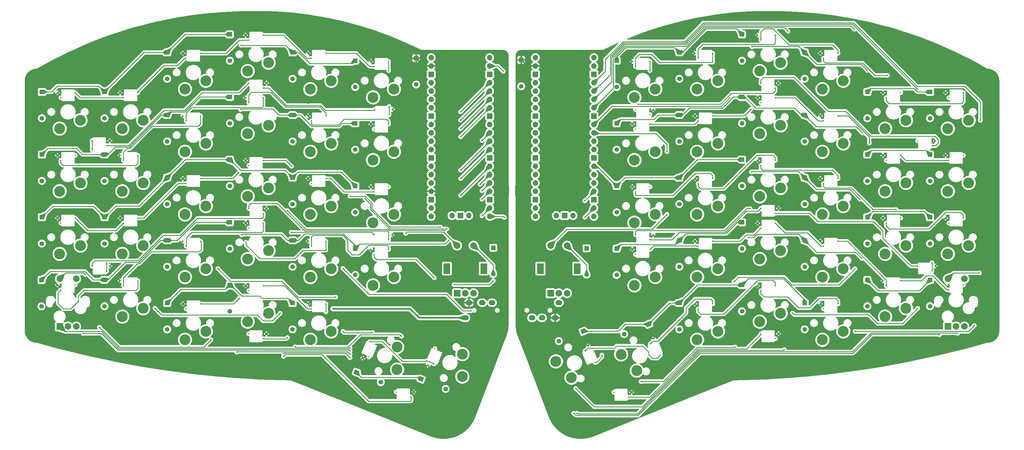
<source format=gtl>
G04 #@! TF.GenerationSoftware,KiCad,Pcbnew,(7.0.0-0)*
G04 #@! TF.CreationDate,2023-05-04T17:38:21-07:00*
G04 #@! TF.ProjectId,Junco,4a756e63-6f2e-46b6-9963-61645f706362,rev?*
G04 #@! TF.SameCoordinates,Original*
G04 #@! TF.FileFunction,Copper,L1,Top*
G04 #@! TF.FilePolarity,Positive*
%FSLAX46Y46*%
G04 Gerber Fmt 4.6, Leading zero omitted, Abs format (unit mm)*
G04 Created by KiCad (PCBNEW (7.0.0-0)) date 2023-05-04 17:38:21*
%MOMM*%
%LPD*%
G01*
G04 APERTURE LIST*
G04 Aperture macros list*
%AMRotRect*
0 Rectangle, with rotation*
0 The origin of the aperture is its center*
0 $1 length*
0 $2 width*
0 $3 Rotation angle, in degrees counterclockwise*
0 Add horizontal line*
21,1,$1,$2,0,0,$3*%
G04 Aperture macros list end*
G04 #@! TA.AperFunction,ComponentPad*
%ADD10R,1.400000X1.400000*%
G04 #@! TD*
G04 #@! TA.AperFunction,ComponentPad*
%ADD11C,1.400000*%
G04 #@! TD*
G04 #@! TA.AperFunction,ComponentPad*
%ADD12RotRect,1.400000X1.400000X338.000000*%
G04 #@! TD*
G04 #@! TA.AperFunction,ComponentPad*
%ADD13RotRect,1.400000X1.400000X202.000000*%
G04 #@! TD*
G04 #@! TA.AperFunction,ComponentPad*
%ADD14C,0.400000*%
G04 #@! TD*
G04 #@! TA.AperFunction,ComponentPad*
%ADD15R,2.000000X2.000000*%
G04 #@! TD*
G04 #@! TA.AperFunction,ComponentPad*
%ADD16C,2.000000*%
G04 #@! TD*
G04 #@! TA.AperFunction,ComponentPad*
%ADD17C,3.300000*%
G04 #@! TD*
G04 #@! TA.AperFunction,ComponentPad*
%ADD18O,1.700000X1.700000*%
G04 #@! TD*
G04 #@! TA.AperFunction,ComponentPad*
%ADD19R,1.700000X1.700000*%
G04 #@! TD*
G04 #@! TA.AperFunction,ComponentPad*
%ADD20O,2.000000X1.600000*%
G04 #@! TD*
G04 #@! TA.AperFunction,WasherPad*
%ADD21R,2.000000X3.200000*%
G04 #@! TD*
G04 #@! TA.AperFunction,ViaPad*
%ADD22C,0.400000*%
G04 #@! TD*
G04 #@! TA.AperFunction,Conductor*
%ADD23C,0.250000*%
G04 #@! TD*
G04 #@! TA.AperFunction,Conductor*
%ADD24C,0.500000*%
G04 #@! TD*
G04 APERTURE END LIST*
D10*
X242951813Y-51076123D03*
D11*
X242951814Y-59076124D03*
D10*
X125409013Y-40026123D03*
D11*
X125409014Y-48026124D03*
D12*
X125734259Y-134780459D03*
D11*
X133151731Y-137777313D03*
D13*
X194696722Y-122283050D03*
D11*
X187279253Y-125279904D03*
D14*
X34897764Y-49766624D03*
X35897764Y-51290624D03*
X40297764Y-49766624D03*
D10*
X87309013Y-108226123D03*
D11*
X87309014Y-116226124D03*
D10*
X262001813Y-94676123D03*
D11*
X262001814Y-102676124D03*
D10*
X242951813Y-89176123D03*
D11*
X242951814Y-97176124D03*
D14*
X72997764Y-56816624D03*
X73997764Y-58340624D03*
X78397764Y-56816624D03*
D10*
X49209013Y-68576123D03*
D11*
X49209014Y-76576124D03*
D14*
X285790564Y-49766624D03*
X286790564Y-51290624D03*
X291190564Y-49766624D03*
X72997764Y-37766624D03*
X73997764Y-39290624D03*
X78397764Y-37766624D03*
X254087200Y-123053000D03*
X253087200Y-124565000D03*
X248687200Y-123065000D03*
D10*
X125409013Y-59076123D03*
D11*
X125409014Y-67076124D03*
D10*
X204851813Y-59076123D03*
D11*
X204851814Y-67076124D03*
D10*
X167361124Y-96917499D03*
D11*
X167361125Y-104917500D03*
D12*
X145461633Y-136842319D03*
D11*
X152879105Y-139839173D03*
D14*
X254087200Y-84903000D03*
X253087200Y-86415000D03*
X248687200Y-84915000D03*
D10*
X300101813Y-87626123D03*
D11*
X300101814Y-95626124D03*
D14*
X215987200Y-92933000D03*
X214987200Y-94445000D03*
X210587200Y-92945000D03*
X130147764Y-97416624D03*
X131147764Y-98940624D03*
X135547764Y-97416624D03*
D10*
X68259013Y-94676123D03*
D11*
X68259014Y-102676124D03*
D14*
X247690564Y-89416624D03*
X248690564Y-90940624D03*
X253090564Y-89416624D03*
X111097764Y-37766624D03*
X112097764Y-39290624D03*
X116497764Y-37766624D03*
X228640564Y-37766624D03*
X229640564Y-39290624D03*
X234040564Y-37766624D03*
D10*
X223901813Y-94676123D03*
D11*
X223901814Y-102676124D03*
D14*
X143216382Y-140741612D03*
X142216382Y-142253612D03*
X137816382Y-140753612D03*
D10*
X300101813Y-49526123D03*
D11*
X300101814Y-57526124D03*
D14*
X266740564Y-113966624D03*
X267740564Y-115490624D03*
X272140564Y-113966624D03*
X53947764Y-68816624D03*
X54947764Y-70340624D03*
X59347764Y-68816624D03*
X209414654Y-140839288D03*
X208414654Y-142351288D03*
X204014654Y-140851288D03*
D10*
X106359013Y-56576123D03*
D11*
X106359014Y-64576124D03*
D14*
X209590564Y-40266624D03*
X210590564Y-41790624D03*
X214990564Y-40266624D03*
X34897764Y-87866624D03*
X35897764Y-89390624D03*
X40297764Y-87866624D03*
X111097764Y-75866624D03*
X112097764Y-77390624D03*
X116497764Y-75866624D03*
X228640564Y-56816624D03*
X229640564Y-58340624D03*
X234040564Y-56816624D03*
X92047764Y-70366624D03*
X93047764Y-71890624D03*
X97447764Y-70366624D03*
D15*
X35599999Y-120849999D03*
D16*
X40600000Y-120850000D03*
X38100000Y-120850000D03*
X35600000Y-106350000D03*
X40600000Y-106350000D03*
D10*
X223901813Y-75626123D03*
D11*
X223901814Y-83626124D03*
D10*
X223901813Y-56576123D03*
D11*
X223901814Y-64576124D03*
D14*
X98450000Y-46833000D03*
X97450000Y-48345000D03*
X93050000Y-46845000D03*
X72997764Y-113966624D03*
X73997764Y-115490624D03*
X78397764Y-113966624D03*
D10*
X262001813Y-75626123D03*
D11*
X262001814Y-83626124D03*
D14*
X34900000Y-108188000D03*
X35900000Y-109712000D03*
X40300000Y-108188000D03*
X304837200Y-108188000D03*
X305837200Y-109712000D03*
X310237200Y-108188000D03*
X285790564Y-68816624D03*
X286790564Y-70340624D03*
X291190564Y-68816624D03*
X72997764Y-75866624D03*
X73997764Y-77390624D03*
X78397764Y-75866624D03*
D10*
X262001813Y-56576123D03*
D11*
X262001814Y-64576124D03*
D14*
X111097764Y-56816624D03*
X112097764Y-58340624D03*
X116497764Y-56816624D03*
X209590564Y-59316624D03*
X210590564Y-60840624D03*
X214990564Y-59316624D03*
X228640564Y-75866624D03*
X229640564Y-77390624D03*
X234040564Y-75866624D03*
D10*
X223901813Y-37526123D03*
D11*
X223901814Y-45526124D03*
D14*
X247690564Y-32266624D03*
X248690564Y-33790624D03*
X253090564Y-32266624D03*
X196248903Y-126766836D03*
X195210481Y-128264920D03*
X198271779Y-131773629D03*
D10*
X125409013Y-97176123D03*
D11*
X125409014Y-105176124D03*
D14*
X301712200Y-102458000D03*
X300712200Y-103970000D03*
X296312200Y-102470000D03*
X130147764Y-78366624D03*
X131147764Y-79890624D03*
X135547764Y-78366624D03*
D10*
X281051813Y-87626123D03*
D11*
X281051814Y-95626124D03*
D14*
X136550000Y-92968000D03*
X135550000Y-94480000D03*
X131150000Y-92980000D03*
D10*
X68259013Y-56576123D03*
D11*
X68259014Y-64576124D03*
D14*
X285790564Y-106916624D03*
X286790564Y-108440624D03*
X291190564Y-106916624D03*
D10*
X106359013Y-37526123D03*
D11*
X106359014Y-45526124D03*
D14*
X130147764Y-59316624D03*
X131147764Y-60840624D03*
X135547764Y-59316624D03*
D10*
X204851813Y-40026123D03*
D11*
X204851814Y-48026124D03*
D14*
X92047764Y-108466624D03*
X93047764Y-109990624D03*
X97447764Y-108466624D03*
X209590564Y-78366624D03*
X210590564Y-79890624D03*
X214990564Y-78366624D03*
X304840564Y-87866624D03*
X305840564Y-89390624D03*
X310240564Y-87866624D03*
D10*
X143928749Y-39277499D03*
D11*
X143928750Y-47277500D03*
D14*
X304840564Y-49766624D03*
X305840564Y-51290624D03*
X310240564Y-49766624D03*
D10*
X49209013Y-106676123D03*
D11*
X49209014Y-114676124D03*
D14*
X92047764Y-32266624D03*
X93047764Y-33790624D03*
X97447764Y-32266624D03*
X34897764Y-68816624D03*
X35897764Y-70340624D03*
X40297764Y-68816624D03*
X209590564Y-97416624D03*
X210590564Y-98940624D03*
X214990564Y-97416624D03*
X111097764Y-94916624D03*
X112097764Y-96440624D03*
X116497764Y-94916624D03*
D10*
X68259013Y-37526123D03*
D11*
X68259014Y-45526124D03*
D14*
X111097764Y-113966624D03*
X112097764Y-115490624D03*
X116497764Y-113966624D03*
D10*
X281051813Y-106676123D03*
D11*
X281051814Y-114676124D03*
D14*
X50825000Y-64338000D03*
X49825000Y-65850000D03*
X45425000Y-64350000D03*
D10*
X281051813Y-68576123D03*
D11*
X281051814Y-76576124D03*
D14*
X247690564Y-70366624D03*
X248690564Y-71890624D03*
X253090564Y-70366624D03*
X147582415Y-132600561D03*
X149370050Y-132244277D03*
X149605290Y-127593768D03*
D15*
X305537199Y-120849999D03*
D16*
X310537200Y-120850000D03*
X308037200Y-120850000D03*
X305537200Y-106350000D03*
X310537200Y-106350000D03*
D14*
X285790564Y-87866624D03*
X286790564Y-89390624D03*
X291190564Y-87866624D03*
X266740564Y-75866624D03*
X267740564Y-77390624D03*
X272140564Y-75866624D03*
D10*
X175848749Y-39827499D03*
D11*
X175848750Y-47827500D03*
D14*
X215987200Y-54893000D03*
X214987200Y-56405000D03*
X210587200Y-54905000D03*
X247690564Y-108466624D03*
X248690564Y-109990624D03*
X253090564Y-108466624D03*
D10*
X106359013Y-113726123D03*
D11*
X106359014Y-121726124D03*
D10*
X87309013Y-70126123D03*
D11*
X87309014Y-78126124D03*
D10*
X125409013Y-78126123D03*
D11*
X125409014Y-86126124D03*
D10*
X87309013Y-89176123D03*
D11*
X87309014Y-97176124D03*
D10*
X204851813Y-97176123D03*
D11*
X204851814Y-105176124D03*
D10*
X49209013Y-49526123D03*
D11*
X49209014Y-57526124D03*
D14*
X254035000Y-46863000D03*
X253035000Y-48375000D03*
X248635000Y-46875000D03*
X72997764Y-94916624D03*
X73997764Y-96440624D03*
X78397764Y-94916624D03*
D10*
X242951813Y-70126123D03*
D11*
X242951814Y-78126124D03*
D14*
X98450000Y-84968000D03*
X97450000Y-86480000D03*
X93050000Y-84980000D03*
X228640564Y-94916624D03*
X229640564Y-96440624D03*
X234040564Y-94916624D03*
X50825000Y-102488000D03*
X49825000Y-104000000D03*
X45425000Y-102500000D03*
X304840564Y-68816624D03*
X305840564Y-70340624D03*
X310240564Y-68816624D03*
D10*
X204851813Y-78126123D03*
D11*
X204851814Y-86126124D03*
D14*
X53947764Y-87866624D03*
X54947764Y-89390624D03*
X59347764Y-87866624D03*
D10*
X223901813Y-113726123D03*
D11*
X223901814Y-121726124D03*
D10*
X106359013Y-75626123D03*
D11*
X106359014Y-83626124D03*
D14*
X301712200Y-64378000D03*
X300712200Y-65890000D03*
X296312200Y-64390000D03*
D10*
X300101813Y-68576123D03*
D11*
X300101814Y-76576124D03*
D10*
X195721124Y-97087499D03*
D11*
X195721125Y-105087500D03*
D14*
X53947764Y-106916624D03*
X54947764Y-108440624D03*
X59347764Y-106916624D03*
D13*
X214546722Y-120146750D03*
D11*
X207129253Y-123143604D03*
D10*
X30159013Y-68576123D03*
D11*
X30159014Y-76576124D03*
D14*
X98405000Y-123073000D03*
X97405000Y-124585000D03*
X93005000Y-123085000D03*
D10*
X106359013Y-94676123D03*
D11*
X106359014Y-102676124D03*
D14*
X266740564Y-56816624D03*
X267740564Y-58340624D03*
X272140564Y-56816624D03*
X136705000Y-54823000D03*
X135705000Y-56335000D03*
X131305000Y-54835000D03*
X266740564Y-37766624D03*
X267740564Y-39290624D03*
X272140564Y-37766624D03*
D10*
X30026374Y-106726749D03*
D11*
X30026375Y-114726750D03*
D10*
X262001813Y-113726123D03*
D11*
X262001814Y-121726124D03*
D14*
X216098903Y-124630536D03*
X215060481Y-126128620D03*
X218121779Y-129637329D03*
D10*
X68259013Y-75626123D03*
D11*
X68259014Y-83626124D03*
D10*
X281051813Y-49526123D03*
D11*
X281051814Y-57526124D03*
D14*
X228640564Y-113966624D03*
X229640564Y-115490624D03*
X234040564Y-113966624D03*
D10*
X49209013Y-87626123D03*
D11*
X49209014Y-95626124D03*
D14*
X247690564Y-51316624D03*
X248690564Y-52840624D03*
X253090564Y-51316624D03*
D10*
X68259013Y-113726123D03*
D11*
X68259014Y-121726124D03*
D14*
X127732415Y-130476861D03*
X129520050Y-130120577D03*
X129755290Y-125470068D03*
X53947764Y-49766624D03*
X54947764Y-51290624D03*
X59347764Y-49766624D03*
D10*
X300101813Y-106676123D03*
D11*
X300101814Y-114676124D03*
D10*
X262001813Y-37526123D03*
D11*
X262001814Y-45526124D03*
D14*
X92047764Y-89416624D03*
X93047764Y-90940624D03*
X97447764Y-89416624D03*
X92047764Y-51316624D03*
X93047764Y-52840624D03*
X97447764Y-51316624D03*
D10*
X242951813Y-32026123D03*
D11*
X242951814Y-40026124D03*
D14*
X130147764Y-40266624D03*
X131147764Y-41790624D03*
X135547764Y-40266624D03*
D10*
X30159013Y-49526123D03*
D11*
X30159014Y-57526124D03*
D10*
X87309013Y-32026123D03*
D11*
X87309014Y-40026124D03*
D10*
X87309013Y-51076123D03*
D11*
X87309014Y-59076124D03*
D10*
X30159013Y-87626123D03*
D11*
X30159014Y-95626124D03*
D14*
X266740564Y-94916624D03*
X267740564Y-96440624D03*
X272140564Y-94916624D03*
D10*
X242951813Y-108226123D03*
D11*
X242951814Y-116226124D03*
D17*
X157980062Y-129240954D03*
X157956357Y-136080072D03*
X137157764Y-105798624D03*
X130807764Y-108338624D03*
X292800564Y-115298624D03*
X286450564Y-117838624D03*
X60957764Y-115298624D03*
X54607764Y-117838624D03*
X292800564Y-58148624D03*
X286450564Y-60688624D03*
X80007764Y-46148624D03*
X73657764Y-48688624D03*
X273750564Y-103298624D03*
X267400564Y-105838624D03*
X311850564Y-77198624D03*
X305500564Y-79738624D03*
X118107764Y-84248624D03*
X111757764Y-86788624D03*
X292800564Y-77198624D03*
X286450564Y-79738624D03*
X138130062Y-127117254D03*
X138106357Y-133956372D03*
X311850564Y-58148624D03*
X305500564Y-60688624D03*
X254700564Y-97798624D03*
X248350564Y-100338624D03*
X210953240Y-134270047D03*
X206219441Y-129333931D03*
X254700564Y-116848624D03*
X248350564Y-119388624D03*
D18*
X197935799Y-39114999D03*
X197935799Y-41654999D03*
D19*
X197935799Y-44194999D03*
D18*
X197935799Y-46734999D03*
X197935799Y-49274999D03*
X197935799Y-51814999D03*
X197935799Y-54354999D03*
D19*
X197935799Y-56894999D03*
D18*
X197935799Y-59434999D03*
X197935799Y-61974999D03*
X197935799Y-64514999D03*
X197935799Y-67054999D03*
D19*
X197935799Y-69594999D03*
D18*
X197935799Y-72134999D03*
X197935799Y-74674999D03*
X197935799Y-77214999D03*
X197935799Y-79754999D03*
D19*
X197935799Y-82294999D03*
D18*
X197935799Y-84834999D03*
X197935799Y-87374999D03*
X180155799Y-87374999D03*
X180155799Y-84834999D03*
D19*
X180155799Y-82294999D03*
D18*
X180155799Y-79754999D03*
X180155799Y-77214999D03*
X180155799Y-74674999D03*
X180155799Y-72134999D03*
D19*
X180155799Y-69594999D03*
D18*
X180155799Y-67054999D03*
X180155799Y-64514999D03*
X180155799Y-61974999D03*
X180155799Y-59434999D03*
D19*
X180155799Y-56894999D03*
D18*
X180155799Y-54354999D03*
X180155799Y-51814999D03*
X180155799Y-49274999D03*
X180155799Y-46734999D03*
D19*
X180155799Y-44194999D03*
D18*
X180155799Y-41654999D03*
X180155799Y-39114999D03*
X191585799Y-87144999D03*
D19*
X189045799Y-87144999D03*
D18*
X186505799Y-87144999D03*
D17*
X118107764Y-122348624D03*
X111757764Y-124888624D03*
X254700564Y-59698624D03*
X248350564Y-62238624D03*
X137157764Y-48648624D03*
X130807764Y-51188624D03*
X254700564Y-78748624D03*
X248350564Y-81288624D03*
X80007764Y-122348624D03*
X73657764Y-124888624D03*
X311850564Y-96248624D03*
X305500564Y-98788624D03*
X60957764Y-96248624D03*
X54607764Y-98788624D03*
X41907764Y-96248624D03*
X35557764Y-98788624D03*
X99057764Y-40648624D03*
X92707764Y-43188624D03*
X99057764Y-78748624D03*
X92707764Y-81288624D03*
X118107764Y-46148624D03*
X111757764Y-48688624D03*
X216600564Y-48648624D03*
X210250564Y-51188624D03*
X80007764Y-103298624D03*
X73657764Y-105838624D03*
X273750564Y-122348624D03*
X267400564Y-124888624D03*
D20*
X182168599Y-118213269D03*
X179168599Y-118213269D03*
X187268599Y-113613269D03*
X186168599Y-118213269D03*
D17*
X216600564Y-86748624D03*
X210250564Y-89288624D03*
X137157764Y-86748624D03*
X130807764Y-89288624D03*
X273750564Y-84248624D03*
X267400564Y-86788624D03*
X216600564Y-105798624D03*
X210250564Y-108338624D03*
D20*
X163968599Y-113613269D03*
X166968599Y-113613269D03*
X158868599Y-118213269D03*
X159968599Y-113613269D03*
D17*
X273750564Y-65198624D03*
X267400564Y-67738624D03*
X191103240Y-136406347D03*
X186369441Y-131470231D03*
X235650564Y-84248624D03*
X229300564Y-86788624D03*
X137157764Y-67698624D03*
X130807764Y-70238624D03*
X99057764Y-116848624D03*
X92707764Y-119388624D03*
X254700564Y-40648624D03*
X248350564Y-43188624D03*
X118107764Y-103298624D03*
X111757764Y-105838624D03*
X99057764Y-59698624D03*
X92707764Y-62238624D03*
X80007764Y-84248624D03*
X73657764Y-86788624D03*
X235650564Y-46148624D03*
X229300564Y-48688624D03*
X235650564Y-122348624D03*
X229300564Y-124888624D03*
X60957764Y-77198624D03*
X54607764Y-79738624D03*
D18*
X166248599Y-39114999D03*
X166248599Y-41654999D03*
D19*
X166248599Y-44194999D03*
D18*
X166248599Y-46734999D03*
X166248599Y-49274999D03*
X166248599Y-51814999D03*
X166248599Y-54354999D03*
D19*
X166248599Y-56894999D03*
D18*
X166248599Y-59434999D03*
X166248599Y-61974999D03*
X166248599Y-64514999D03*
X166248599Y-67054999D03*
D19*
X166248599Y-69594999D03*
D18*
X166248599Y-72134999D03*
X166248599Y-74674999D03*
X166248599Y-77214999D03*
X166248599Y-79754999D03*
D19*
X166248599Y-82294999D03*
D18*
X166248599Y-84834999D03*
X166248599Y-87374999D03*
X148468599Y-87374999D03*
X148468599Y-84834999D03*
D19*
X148468599Y-82294999D03*
D18*
X148468599Y-79754999D03*
X148468599Y-77214999D03*
X148468599Y-74674999D03*
X148468599Y-72134999D03*
D19*
X148468599Y-69594999D03*
D18*
X148468599Y-67054999D03*
X148468599Y-64514999D03*
X148468599Y-61974999D03*
X148468599Y-59434999D03*
D19*
X148468599Y-56894999D03*
D18*
X148468599Y-54354999D03*
X148468599Y-51814999D03*
X148468599Y-49274999D03*
X148468599Y-46734999D03*
D19*
X148468599Y-44194999D03*
D18*
X148468599Y-41654999D03*
X148468599Y-39114999D03*
X159898599Y-87144999D03*
D19*
X157358599Y-87144999D03*
D18*
X154818599Y-87144999D03*
D17*
X99057764Y-97798624D03*
X92707764Y-100338624D03*
X292800564Y-96248624D03*
X286450564Y-98788624D03*
X216600564Y-67698624D03*
X210250564Y-70238624D03*
X80007764Y-65198624D03*
X73657764Y-67738624D03*
X235650564Y-65198624D03*
X229300564Y-67738624D03*
X235650564Y-103298624D03*
X229300564Y-105838624D03*
D21*
X153258599Y-103249999D03*
X164458599Y-103249999D03*
D15*
X156358599Y-110749999D03*
D16*
X161358600Y-110750000D03*
X158858600Y-110750000D03*
X161358600Y-96250000D03*
X156358600Y-96250000D03*
D17*
X273750564Y-46148624D03*
X267400564Y-48688624D03*
X118107764Y-65198624D03*
X111757764Y-67738624D03*
X41907764Y-58148624D03*
X35557764Y-60688624D03*
X41907764Y-77198624D03*
X35557764Y-79738624D03*
D21*
X181678599Y-103249999D03*
X192878599Y-103249999D03*
D15*
X184778599Y-110749999D03*
D16*
X189778600Y-110750000D03*
X187278600Y-110750000D03*
X189778600Y-96250000D03*
X184778600Y-96250000D03*
D17*
X60957764Y-58148624D03*
X54607764Y-60688624D03*
D22*
X90678223Y-35341777D03*
X157441800Y-73321800D03*
X151300000Y-90580000D03*
X123770000Y-81240000D03*
X90520000Y-54890000D03*
X104714062Y-85605938D03*
X152650952Y-91724229D03*
X157426800Y-75876800D03*
X157406800Y-80976800D03*
X153270000Y-91200000D03*
X128330000Y-81950000D03*
X90831059Y-92977124D03*
X153820938Y-94599062D03*
X163321800Y-77601800D03*
X167370000Y-106920000D03*
X155410000Y-108140000D03*
X163906800Y-79556800D03*
X245940000Y-35840000D03*
X280999963Y-42948087D03*
X279575938Y-62004062D03*
X245820000Y-73870000D03*
X278835938Y-82174062D03*
X244662845Y-93798500D03*
X279385938Y-100164062D03*
X88300000Y-47560000D03*
X72990000Y-91230000D03*
X122560000Y-89828862D03*
X73000000Y-53170000D03*
X111080000Y-53040000D03*
X101350000Y-82170000D03*
X88590000Y-85750000D03*
X92040000Y-104760000D03*
X111097764Y-110290000D03*
X136550000Y-89580000D03*
X128480000Y-53660000D03*
X111090000Y-89670000D03*
X151480000Y-118213270D03*
X144823270Y-118213270D03*
X118600000Y-115480000D03*
X103580000Y-129990000D03*
X104805000Y-124235000D03*
X105920000Y-92220000D03*
X45420000Y-67150000D03*
X49820000Y-101450000D03*
X209580000Y-74650000D03*
X226600000Y-97570000D03*
X266740000Y-34180000D03*
X207720000Y-63390000D03*
X246650000Y-83800000D03*
X244030000Y-47620000D03*
X256530000Y-43850000D03*
X219540000Y-97490000D03*
X285790000Y-103240000D03*
X201089999Y-146099999D03*
X303572999Y-64562999D03*
X215480000Y-51890000D03*
X285780000Y-84190000D03*
X228640000Y-52400000D03*
X266740000Y-72230000D03*
X157396799Y-58126799D03*
X64507764Y-115298624D03*
X103600000Y-129080000D03*
X102607764Y-116848624D03*
X123820000Y-130340000D03*
X157396799Y-60666799D03*
X119480000Y-111920000D03*
X130730000Y-122730000D03*
X83628882Y-103234312D03*
X121657764Y-122348624D03*
X107110000Y-127021999D03*
X139459916Y-123825752D03*
X157416800Y-63186800D03*
X121657764Y-103190000D03*
X160560000Y-116100000D03*
X123825041Y-127335041D03*
X123829063Y-128270937D03*
X42700000Y-122949998D03*
X163904999Y-82144999D03*
X163906800Y-87176800D03*
X296350564Y-115298624D03*
X296350564Y-48720000D03*
X258308882Y-116734312D03*
X240550000Y-107200000D03*
X277300564Y-103298624D03*
X277106536Y-30484659D03*
X255800000Y-127870000D03*
X192433094Y-139697850D03*
X256955000Y-31085000D03*
X212283094Y-137561550D03*
X239200564Y-51340000D03*
X240878882Y-127062997D03*
X302993600Y-123393600D03*
X191794517Y-147185483D03*
X192770000Y-147190000D03*
X308458600Y-122928600D03*
X195170000Y-82650000D03*
X195180000Y-87650000D03*
X170390000Y-43270000D03*
X170750000Y-87710000D03*
X135547764Y-43048624D03*
X135705000Y-53950000D03*
X106040000Y-72130000D03*
X90010000Y-74020000D03*
X92190000Y-95240000D03*
X149430000Y-106060000D03*
X116520000Y-116351500D03*
X90140000Y-112250000D03*
X81590000Y-124900000D03*
X157391800Y-55591800D03*
X43330000Y-105029998D03*
X89350000Y-128628500D03*
X123820000Y-129300000D03*
X47594812Y-121066688D03*
X140707764Y-92570000D03*
X163901800Y-64321800D03*
X245400000Y-85020000D03*
X313570000Y-120570000D03*
X277300564Y-122348624D03*
X315122200Y-104560000D03*
X315400564Y-58148624D03*
X220150564Y-67698624D03*
X220150564Y-86748624D03*
X300712200Y-101450000D03*
X211214849Y-53284849D03*
X214990564Y-43048624D03*
X287150000Y-44500000D03*
X281660000Y-65130000D03*
X245670000Y-54790000D03*
X289765000Y-85305000D03*
X200390000Y-129550000D03*
D23*
X104174667Y-35341777D02*
X90678223Y-35341777D01*
X61209014Y-37526124D02*
X68259014Y-37526124D01*
X106359014Y-37526124D02*
X104174667Y-35341777D01*
X135966689Y-90580000D02*
X151300000Y-90580000D01*
X34840000Y-47740000D02*
X47422890Y-47740000D01*
X73759014Y-32026124D02*
X87309014Y-32026124D01*
X47422890Y-47740000D02*
X49209014Y-49526124D01*
X30159014Y-49526124D02*
X33053876Y-49526124D01*
X111590000Y-40910000D02*
X124525138Y-40910000D01*
X106359014Y-37526124D02*
X108206124Y-37526124D01*
X68259014Y-37526124D02*
X73759014Y-32026124D01*
X108206124Y-37526124D02*
X111590000Y-40910000D01*
X130449501Y-85062812D02*
X135966689Y-90580000D01*
X123770000Y-81240000D02*
X128438123Y-81240000D01*
X166248600Y-64515000D02*
X157441800Y-73321800D01*
X124525138Y-40910000D02*
X125409014Y-40026124D01*
X49209014Y-49526124D02*
X61209014Y-37526124D01*
X130449501Y-83251378D02*
X130449501Y-85062812D01*
X33053876Y-49526124D02*
X34840000Y-47740000D01*
X128438123Y-81240000D02*
X130449501Y-83251378D01*
X125409014Y-59076124D02*
X121389566Y-59076124D01*
X166248600Y-67055000D02*
X157426800Y-75876800D01*
X108799955Y-56576124D02*
X106359014Y-56576124D01*
X42526124Y-68576124D02*
X40690000Y-66740000D01*
X56696189Y-66299501D02*
X52435637Y-66299501D01*
X121389566Y-59076124D02*
X120445690Y-60020000D01*
X87309014Y-51076124D02*
X78219566Y-51076124D01*
X135436307Y-91320998D02*
X135725309Y-91610000D01*
X90520000Y-54890000D02*
X90700276Y-54709724D01*
X120445690Y-60020000D02*
X112243831Y-60020000D01*
X135725309Y-91610000D02*
X152536723Y-91610000D01*
X152536723Y-91610000D02*
X152650952Y-91724229D01*
X52435637Y-66299501D02*
X50159014Y-68576124D01*
X49209014Y-68576124D02*
X42526124Y-68576124D01*
X69225637Y-55609501D02*
X68259014Y-56576124D01*
X31995138Y-66740000D02*
X30159014Y-68576124D01*
X75505191Y-53790499D02*
X75490580Y-53790499D01*
X68259014Y-56576124D02*
X66419566Y-56576124D01*
X112243831Y-60020000D02*
X108799955Y-56576124D01*
X50159014Y-68576124D02*
X49209014Y-68576124D01*
X73671578Y-55609501D02*
X69225637Y-55609501D01*
X78219566Y-51076124D02*
X75505191Y-53790499D01*
X102196124Y-56576124D02*
X106359014Y-56576124D01*
X110429122Y-91320998D02*
X135436307Y-91320998D01*
X90700276Y-54709724D02*
X100329724Y-54709724D01*
X100329724Y-54709724D02*
X102196124Y-56576124D01*
X40690000Y-66740000D02*
X31995138Y-66740000D01*
X66419566Y-56576124D02*
X56696189Y-66299501D01*
X104714062Y-85605938D02*
X110429122Y-91320998D01*
X75490580Y-53790499D02*
X73671578Y-55609501D01*
X104172890Y-73440000D02*
X106359014Y-75626124D01*
X33495138Y-84290000D02*
X45872890Y-84290000D01*
X121167202Y-73884312D02*
X125409014Y-78126124D01*
X108100826Y-73884312D02*
X121167202Y-73884312D01*
X59665138Y-84220000D02*
X68259014Y-75626124D01*
X49209014Y-87626124D02*
X52615138Y-84220000D01*
X73759014Y-70126124D02*
X87309014Y-70126124D01*
X152411329Y-91145729D02*
X152396559Y-91160499D01*
X130000000Y-85249001D02*
X130000000Y-83620000D01*
X30159014Y-87626124D02*
X33495138Y-84290000D01*
X152396559Y-91160499D02*
X135911498Y-91160499D01*
X45872890Y-84290000D02*
X49209014Y-87626124D01*
X68259014Y-75626124D02*
X73759014Y-70126124D01*
X153270000Y-91200000D02*
X153215729Y-91145729D01*
X90622890Y-73440000D02*
X104172890Y-73440000D01*
X87309014Y-70126124D02*
X90622890Y-73440000D01*
X135911498Y-91160499D02*
X130000000Y-85249001D01*
X153215729Y-91145729D02*
X152411329Y-91145729D01*
X166248600Y-72135000D02*
X157406800Y-80976800D01*
X106359014Y-75626124D02*
X108100826Y-73884312D01*
X130000000Y-83620000D02*
X128330000Y-81950000D01*
X52615138Y-84220000D02*
X59665138Y-84220000D01*
X108083876Y-94676124D02*
X106359014Y-94676124D01*
X55525637Y-101309501D02*
X50159014Y-106676124D01*
X87309014Y-89176124D02*
X76823876Y-89176124D01*
X102949530Y-92810220D02*
X90997963Y-92810220D01*
X50159014Y-106676124D02*
X49209014Y-106676124D01*
X126854639Y-95730499D02*
X152689501Y-95730499D01*
X104815434Y-94676124D02*
X102949530Y-92810220D01*
X166248600Y-74675000D02*
X163321800Y-77601800D01*
X110090000Y-92670000D02*
X108083876Y-94676124D01*
X125409014Y-96226124D02*
X121852890Y-92670000D01*
X68259014Y-94676124D02*
X66178186Y-94676124D01*
X125409014Y-97176124D02*
X126854639Y-95730499D01*
X43238624Y-104120499D02*
X45794249Y-106676124D01*
X45794249Y-106676124D02*
X49209014Y-106676124D01*
X152689501Y-95730499D02*
X153820938Y-94599062D01*
X32632626Y-104120499D02*
X43238624Y-104120499D01*
X121852890Y-92670000D02*
X110090000Y-92670000D01*
X76823876Y-89176124D02*
X71323876Y-94676124D01*
X106359014Y-94676124D02*
X104815434Y-94676124D01*
X125409014Y-97176124D02*
X125409014Y-96226124D01*
X30026375Y-106726750D02*
X32632626Y-104120499D01*
X59544809Y-101309501D02*
X55525637Y-101309501D01*
X71323876Y-94676124D02*
X68259014Y-94676124D01*
X66178186Y-94676124D02*
X59544809Y-101309501D01*
X90997963Y-92810220D02*
X90831059Y-92977124D01*
X72316136Y-109669002D02*
X68259014Y-113726124D01*
X85866136Y-109669002D02*
X72316136Y-109669002D01*
X96390987Y-111570000D02*
X97044112Y-112223125D01*
X166150000Y-108140000D02*
X167370000Y-106920000D01*
X97044112Y-112223125D02*
X104856015Y-112223125D01*
X90900000Y-111570000D02*
X96390987Y-111570000D01*
X87556124Y-108226124D02*
X90900000Y-111570000D01*
X104856015Y-112223125D02*
X106359014Y-113726124D01*
X87309014Y-108226124D02*
X85866136Y-109669002D01*
X166248600Y-77215000D02*
X163906800Y-79556800D01*
X144883626Y-136264312D02*
X145461634Y-136842320D01*
X155410000Y-108140000D02*
X166150000Y-108140000D01*
X127218112Y-136264312D02*
X144883626Y-136264312D01*
X125734260Y-134780460D02*
X127218112Y-136264312D01*
X167361125Y-102171125D02*
X167361125Y-104917500D01*
X161440000Y-96250000D02*
X167361125Y-102171125D01*
X246120276Y-35659724D02*
X260135414Y-35659724D01*
X222435690Y-36060000D02*
X223901814Y-37526124D01*
X295284310Y-48480000D02*
X296330434Y-49526124D01*
X265635414Y-41159724D02*
X279211600Y-41159724D01*
X232057938Y-30320000D02*
X241245690Y-30320000D01*
X224851814Y-37526124D02*
X232057938Y-30320000D01*
X245940000Y-35840000D02*
X246120276Y-35659724D01*
X223901814Y-37526124D02*
X224851814Y-37526124D01*
X296330434Y-49526124D02*
X300101814Y-49526124D01*
X241245690Y-30320000D02*
X242951814Y-32026124D01*
X279211600Y-41159724D02*
X280999963Y-42948087D01*
X262001814Y-37526124D02*
X265635414Y-41159724D01*
X204851814Y-40026124D02*
X204851814Y-38758186D01*
X207550000Y-36060000D02*
X222435690Y-36060000D01*
X260135414Y-35659724D02*
X262001814Y-37526124D01*
X282097938Y-48480000D02*
X295284310Y-48480000D01*
X204851814Y-38758186D02*
X207550000Y-36060000D01*
X281051814Y-49526124D02*
X282097938Y-48480000D01*
X261051814Y-56576124D02*
X258885690Y-54410000D01*
X236990000Y-54410000D02*
X240323876Y-51076124D01*
X243786124Y-51076124D02*
X247120000Y-54410000D01*
X223901814Y-56576124D02*
X224851814Y-56576124D01*
X281051814Y-68576124D02*
X282283626Y-67344312D01*
X223901814Y-56576124D02*
X217520000Y-56576124D01*
X247120000Y-54410000D02*
X258885690Y-54410000D01*
X217520000Y-56576124D02*
X216220000Y-57876124D01*
X224851814Y-56576124D02*
X227017938Y-54410000D01*
X242951814Y-51076124D02*
X243786124Y-51076124D01*
X282283626Y-67344312D02*
X298870002Y-67344312D01*
X262001814Y-56576124D02*
X265555690Y-60130000D01*
X298870002Y-67344312D02*
X300101814Y-68576124D01*
X277701876Y-60130000D02*
X279575938Y-62004062D01*
X204851814Y-59076124D02*
X206051814Y-57876124D01*
X206051814Y-57876124D02*
X216220000Y-57876124D01*
X240323876Y-51076124D02*
X242951814Y-51076124D01*
X227017938Y-54410000D02*
X236990000Y-54410000D01*
X262001814Y-56576124D02*
X261051814Y-56576124D01*
X265555690Y-60130000D02*
X277701876Y-60130000D01*
X260135414Y-73759724D02*
X261222845Y-74847155D01*
X207351814Y-75626124D02*
X223901814Y-75626124D01*
X197935800Y-72135000D02*
X198860690Y-72135000D01*
X245820000Y-73870000D02*
X245930276Y-73759724D01*
X262001814Y-75626124D02*
X265555690Y-79180000D01*
X298359190Y-85883500D02*
X282794438Y-85883500D01*
X223901814Y-75626124D02*
X229401814Y-70126124D01*
X245930276Y-73759724D02*
X260135414Y-73759724D01*
X265555690Y-79180000D02*
X275841876Y-79180000D01*
X261222845Y-74847155D02*
X262001814Y-75626124D01*
X282794438Y-85883500D02*
X281051814Y-87626124D01*
X198860690Y-72135000D02*
X204851814Y-78126124D01*
X275841876Y-79180000D02*
X278835938Y-82174062D01*
X204851814Y-78126124D02*
X207351814Y-75626124D01*
X300101814Y-87626124D02*
X298359190Y-85883500D01*
X229401814Y-70126124D02*
X242951814Y-70126124D01*
X225965811Y-92612127D02*
X238101499Y-92612126D01*
X260135191Y-92809501D02*
X247457377Y-92809501D01*
X206137439Y-95890499D02*
X222687439Y-95890499D01*
X238101499Y-92612126D02*
X241537502Y-89176124D01*
X296797938Y-109980000D02*
X300101814Y-106676124D01*
X262001814Y-94676124D02*
X265585690Y-98260000D01*
X265585690Y-98260000D02*
X277481876Y-98260000D01*
X204851814Y-97176124D02*
X206137439Y-95890499D01*
X277481876Y-98260000D02*
X279385938Y-100164062D01*
X222687439Y-95890499D02*
X223901814Y-94676124D01*
X223901814Y-94676124D02*
X225965811Y-92612127D01*
X262001814Y-94676124D02*
X260135191Y-92809501D01*
X247457377Y-92809501D02*
X246468378Y-93798500D01*
X241537502Y-89176124D02*
X242951814Y-89176124D01*
X284355690Y-109980000D02*
X296797938Y-109980000D01*
X281051814Y-106676124D02*
X284355690Y-109980000D01*
X246468378Y-93798500D02*
X244662845Y-93798500D01*
X214546723Y-120146751D02*
X207523249Y-120146751D01*
X205386949Y-122283051D02*
X194696723Y-122283051D01*
X255616189Y-106370499D02*
X244807439Y-106370499D01*
X244807439Y-106370499D02*
X242951814Y-108226124D01*
X220967350Y-113726124D02*
X223901814Y-113726124D01*
X223901814Y-113726124D02*
X229401814Y-108226124D01*
X262001814Y-112756124D02*
X255616189Y-106370499D01*
X262001814Y-113726124D02*
X262001814Y-112756124D01*
X229401814Y-108226124D02*
X242951814Y-108226124D01*
X207523249Y-120146751D02*
X205386949Y-122283051D01*
X214546723Y-120146751D02*
X220967350Y-113726124D01*
D24*
X148468600Y-41655000D02*
X146306250Y-41655000D01*
X146306250Y-41655000D02*
X143928750Y-39277500D01*
X98450000Y-46833000D02*
X98573000Y-46833000D01*
X142090000Y-115480000D02*
X118600000Y-115480000D01*
X142090000Y-115480000D02*
X144823270Y-118213270D01*
X144823270Y-118213270D02*
X158868600Y-118213270D01*
D23*
X115270000Y-129400000D02*
X104170000Y-129400000D01*
X142416381Y-142453611D02*
X142416381Y-143353619D01*
X129423618Y-143553618D02*
X115270000Y-129400000D01*
X142216382Y-143553618D02*
X129423618Y-143553618D01*
X104170000Y-129400000D02*
X103580000Y-129990000D01*
X142216382Y-142253612D02*
X142416381Y-142453611D01*
X142416381Y-143353619D02*
X142216382Y-143553618D01*
X104455000Y-124585000D02*
X104805000Y-124235000D01*
X130390000Y-92220000D02*
X105920000Y-92220000D01*
X131150000Y-92980000D02*
X130390000Y-92220000D01*
X97405000Y-124585000D02*
X104455000Y-124585000D01*
X101690000Y-83400000D02*
X93720381Y-83400000D01*
X93720381Y-83400000D02*
X93050000Y-84070381D01*
X135550000Y-92070381D02*
X135250118Y-91770499D01*
X135550000Y-94480000D02*
X135550000Y-92070381D01*
X93050000Y-84070381D02*
X93050000Y-84980000D01*
X110060499Y-91770499D02*
X101690000Y-83400000D01*
X135250118Y-91770499D02*
X110060499Y-91770499D01*
X46155381Y-100860000D02*
X45425000Y-101590381D01*
X97450000Y-87584619D02*
X97084619Y-87950000D01*
X72204310Y-93160000D02*
X67058620Y-93160000D01*
X67058620Y-93160000D02*
X59358620Y-100860000D01*
X45425000Y-101590381D02*
X45425000Y-102500000D01*
X97450000Y-86480000D02*
X97450000Y-87584619D01*
X77414310Y-87950000D02*
X72204310Y-93160000D01*
X59358620Y-100860000D02*
X46155381Y-100860000D01*
X97084619Y-87950000D02*
X77414310Y-87950000D01*
X49825000Y-104175000D02*
X49825000Y-101455000D01*
X49825000Y-101455000D02*
X49820000Y-101450000D01*
X45425000Y-67145000D02*
X45420000Y-67150000D01*
X45425000Y-64350000D02*
X45425000Y-67145000D01*
X73485389Y-55160000D02*
X75304391Y-53340998D01*
X78850000Y-49810000D02*
X90085000Y-49810000D01*
X56510000Y-65850000D02*
X67200000Y-55160000D01*
X67200000Y-55160000D02*
X73485389Y-55160000D01*
X90085000Y-49810000D02*
X93050000Y-46845000D01*
X75304391Y-53340998D02*
X75319002Y-53340998D01*
X49825000Y-65850000D02*
X56510000Y-65850000D01*
X75319002Y-53340998D02*
X78850000Y-49810000D01*
X114860499Y-53650499D02*
X116285000Y-55075000D01*
X97450000Y-48345000D02*
X99149532Y-48345000D01*
X116285000Y-55075000D02*
X131305000Y-55075000D01*
X104455031Y-53650499D02*
X114860499Y-53650499D01*
X99149532Y-48345000D02*
X104455031Y-53650499D01*
D24*
X177716250Y-41655000D02*
X180155800Y-41655000D01*
X175888750Y-39827500D02*
X177716250Y-41655000D01*
D23*
X100296388Y-119160000D02*
X102607764Y-116848624D01*
X103730000Y-128950000D02*
X122430000Y-128950000D01*
X103600000Y-129080000D02*
X103730000Y-128950000D01*
X122430000Y-128950000D02*
X123820000Y-130340000D01*
X166248600Y-49275000D02*
X157396799Y-58126799D01*
X97404570Y-119160000D02*
X100296388Y-119160000D01*
X64507764Y-115298624D02*
X66568864Y-117359724D01*
X66568864Y-117359724D02*
X95604294Y-117359724D01*
X95604294Y-117359724D02*
X97404570Y-119160000D01*
X103125690Y-107080000D02*
X107965690Y-111920000D01*
X87474570Y-107080000D02*
X103125690Y-107080000D01*
X121657764Y-122348624D02*
X122039140Y-122730000D01*
X107965690Y-111920000D02*
X119480000Y-111920000D01*
X122039140Y-122730000D02*
X130730000Y-122730000D01*
X83628882Y-103234312D02*
X87474570Y-107080000D01*
X166248600Y-51815000D02*
X157396799Y-60666799D01*
X166248600Y-54355000D02*
X157416800Y-63186800D01*
X107238999Y-127150998D02*
X107110000Y-127021999D01*
X126970000Y-123310000D02*
X123129002Y-127150998D01*
X123129002Y-127150998D02*
X107238999Y-127150998D01*
X139459916Y-123825752D02*
X138944164Y-123310000D01*
X138944164Y-123310000D02*
X126970000Y-123310000D01*
X158150000Y-116100000D02*
X160560000Y-116100000D01*
X129570764Y-111103000D02*
X153153000Y-111103000D01*
X121657764Y-103190000D02*
X129570764Y-111103000D01*
X153153000Y-111103000D02*
X158150000Y-116100000D01*
X103279501Y-127600499D02*
X103280000Y-127600000D01*
X103280000Y-127600000D02*
X104239503Y-127600000D01*
X48296189Y-122370499D02*
X53526189Y-127600499D01*
X35600000Y-120850000D02*
X37120499Y-122370499D01*
X53526189Y-127600499D02*
X103279501Y-127600499D01*
X123559583Y-127600499D02*
X123825041Y-127335041D01*
X104239503Y-127600000D02*
X104240002Y-127600499D01*
X104240002Y-127600499D02*
X123559583Y-127600499D01*
X37120499Y-122370499D02*
X48296189Y-122370499D01*
X104053314Y-128049501D02*
X104053813Y-128050000D01*
X48209998Y-122949998D02*
X53310000Y-128050000D01*
X104053813Y-128050000D02*
X123608126Y-128050000D01*
X53310000Y-128050000D02*
X103465690Y-128050000D01*
X123608126Y-128050000D02*
X123829063Y-128270937D01*
X103466189Y-128049501D02*
X104053314Y-128049501D01*
X42700000Y-122949998D02*
X48209998Y-122949998D01*
X103465690Y-128050000D02*
X103466189Y-128049501D01*
X163904999Y-82098601D02*
X163904999Y-82144999D01*
X166248600Y-79755000D02*
X163904999Y-82098601D01*
X166248600Y-84835000D02*
X163906800Y-87176800D01*
X202927812Y-38764002D02*
X206986504Y-34705310D01*
X291714876Y-119934312D02*
X296350564Y-115298624D01*
X197935800Y-49275000D02*
X202927812Y-44282988D01*
X225703574Y-34705310D02*
X231437387Y-28971497D01*
X276602061Y-28971497D02*
X296350564Y-48720000D01*
X284108882Y-119934312D02*
X291714876Y-119934312D01*
X231437387Y-28971497D02*
X276602061Y-28971497D01*
X202927812Y-44282988D02*
X202927812Y-38764002D01*
X258848194Y-117273624D02*
X281448194Y-117273624D01*
X258308882Y-116734312D02*
X258848194Y-117273624D01*
X206986504Y-34705310D02*
X225703574Y-34705310D01*
X281448194Y-117273624D02*
X284108882Y-119934312D01*
X231685560Y-29420998D02*
X255867621Y-29420998D01*
X197935800Y-51815000D02*
X203377313Y-46373487D01*
X203377313Y-46373487D02*
X203377313Y-38950191D01*
X255867621Y-29420998D02*
X255875625Y-29429002D01*
X276050879Y-29429002D02*
X277106536Y-30484659D01*
X272419188Y-108180000D02*
X258080000Y-108180000D01*
X258080000Y-108180000D02*
X255780000Y-105880000D01*
X241870000Y-105880000D02*
X240550000Y-107200000D01*
X225889763Y-35154811D02*
X231615572Y-29429002D01*
X231677556Y-29429002D02*
X231685560Y-29420998D01*
X277300564Y-103298624D02*
X272419188Y-108180000D01*
X231615572Y-29429002D02*
X231677556Y-29429002D01*
X255875625Y-29429002D02*
X276050879Y-29429002D01*
X255780000Y-105880000D02*
X241870000Y-105880000D01*
X203377313Y-38950191D02*
X207172693Y-35154811D01*
X207172693Y-35154811D02*
X225889763Y-35154811D01*
X231871749Y-29870499D02*
X255740499Y-29870499D01*
X226137936Y-35604312D02*
X231871749Y-29870499D01*
X207358882Y-35604312D02*
X226137936Y-35604312D01*
X255579002Y-128090998D02*
X255800000Y-127870000D01*
X203826814Y-39136380D02*
X207358882Y-35604312D01*
X192433094Y-139697850D02*
X197985244Y-145250000D01*
X212688620Y-145250000D02*
X229847622Y-128090998D01*
X229847622Y-128090998D02*
X255579002Y-128090998D01*
X197935800Y-54355000D02*
X203826814Y-48463986D01*
X203826814Y-48463986D02*
X203826814Y-39136380D01*
X255740499Y-29870499D02*
X256955000Y-31085000D01*
X197985244Y-145250000D02*
X212688620Y-145250000D01*
X229475244Y-127191996D02*
X240749883Y-127191996D01*
X197935800Y-59435000D02*
X203483300Y-53887500D01*
X212283094Y-137561550D02*
X219105690Y-137561550D01*
X219105690Y-137561550D02*
X229475244Y-127191996D01*
X203483300Y-53887500D02*
X236653064Y-53887500D01*
X236653064Y-53887500D02*
X239200564Y-51340000D01*
X240749883Y-127191996D02*
X240878882Y-127062997D01*
X276630000Y-128990000D02*
X230220000Y-128990000D01*
X302860000Y-123260000D02*
X282360000Y-123260000D01*
X211350499Y-147859501D02*
X192468535Y-147859501D01*
X282360000Y-123260000D02*
X276630000Y-128990000D01*
X302993600Y-123393600D02*
X302860000Y-123260000D01*
X192468535Y-147859501D02*
X191794517Y-147185483D01*
X230220000Y-128990000D02*
X211350499Y-147859501D01*
X276443811Y-128540499D02*
X282173811Y-122810499D01*
X192990000Y-147410000D02*
X211164310Y-147410000D01*
X308340499Y-122810499D02*
X308458600Y-122928600D01*
X282173811Y-122810499D02*
X308340499Y-122810499D01*
X192770000Y-147190000D02*
X192990000Y-147410000D01*
X211164310Y-147410000D02*
X230033811Y-128540499D01*
X230033811Y-128540499D02*
X276443811Y-128540499D01*
X197935800Y-79884200D02*
X195170000Y-82650000D01*
X197935800Y-84835000D02*
X195180000Y-87590800D01*
X195180000Y-87590800D02*
X195180000Y-87650000D01*
X166248600Y-41655000D02*
X168775000Y-41655000D01*
X168775000Y-41655000D02*
X170390000Y-43270000D01*
X170415000Y-87375000D02*
X170750000Y-87710000D01*
X166248600Y-87375000D02*
X170415000Y-87375000D01*
X135705000Y-56575000D02*
X135705000Y-53950000D01*
X135547764Y-40266624D02*
X135547764Y-43048624D01*
X129750624Y-41790624D02*
X131147764Y-41790624D01*
X125726624Y-37766624D02*
X129750624Y-41790624D01*
X116497764Y-37766624D02*
X125726624Y-37766624D01*
X103582314Y-32266624D02*
X110606314Y-39290624D01*
X97447764Y-32266624D02*
X103582314Y-32266624D01*
X110606314Y-39290624D02*
X112097764Y-39290624D01*
X86203376Y-37766624D02*
X90179376Y-33790624D01*
X78397764Y-37766624D02*
X86203376Y-37766624D01*
X90179376Y-33790624D02*
X93047764Y-33790624D01*
X59347764Y-49412236D02*
X67210000Y-41550000D01*
X73539376Y-39290624D02*
X73997764Y-39290624D01*
X67210000Y-41550000D02*
X71280000Y-41550000D01*
X71280000Y-41550000D02*
X73539376Y-39290624D01*
X59347764Y-49766624D02*
X59347764Y-49412236D01*
X40297764Y-49766624D02*
X41821764Y-51290624D01*
X41821764Y-51290624D02*
X54947764Y-51290624D01*
X59347764Y-68816624D02*
X59347764Y-71255860D01*
X58733624Y-71870000D02*
X36529521Y-71870000D01*
X35897764Y-71238243D02*
X35897764Y-70340624D01*
X59347764Y-71255860D02*
X58733624Y-71870000D01*
X36529521Y-71870000D02*
X35897764Y-71238243D01*
X54947764Y-67862236D02*
X54947764Y-70340624D01*
X78397764Y-56816624D02*
X78397764Y-59238243D01*
X56060998Y-66749002D02*
X54947764Y-67862236D01*
X78397764Y-59238243D02*
X77736007Y-59900000D01*
X63731380Y-59900000D02*
X56882378Y-66749002D01*
X56882378Y-66749002D02*
X56060998Y-66749002D01*
X77736007Y-59900000D02*
X63731380Y-59900000D01*
X97447764Y-53850860D02*
X97447764Y-51316624D01*
X73997764Y-55919005D02*
X75676769Y-54240000D01*
X75676769Y-54240000D02*
X97058624Y-54240000D01*
X73997764Y-58340624D02*
X73997764Y-55919005D01*
X97058624Y-54240000D02*
X97447764Y-53850860D01*
X93856769Y-49610000D02*
X99778842Y-49610000D01*
X93047764Y-52840624D02*
X93047764Y-50419005D01*
X93047764Y-50419005D02*
X93856769Y-49610000D01*
X114674310Y-54100000D02*
X116098811Y-55524501D01*
X99778842Y-49610000D02*
X104268842Y-54100000D01*
X116497764Y-55919005D02*
X116497764Y-56816624D01*
X116098811Y-55524501D02*
X116103260Y-55524501D01*
X104268842Y-54100000D02*
X114674310Y-54100000D01*
X116103260Y-55524501D02*
X116497764Y-55919005D01*
X112097764Y-59238243D02*
X112430020Y-59570499D01*
X112097764Y-58340624D02*
X112097764Y-59238243D01*
X135547764Y-58397764D02*
X135547764Y-59316624D01*
X112430020Y-59570499D02*
X120259501Y-59570499D01*
X134950000Y-57800000D02*
X135547764Y-58397764D01*
X122030000Y-57800000D02*
X134950000Y-57800000D01*
X120259501Y-59570499D02*
X122030000Y-57800000D01*
X122039376Y-79890624D02*
X131147764Y-79890624D01*
X117976624Y-75866624D02*
X122020000Y-79910000D01*
X116497764Y-75866624D02*
X117976624Y-75866624D01*
X122020000Y-79910000D02*
X122039376Y-79890624D01*
X104276624Y-70366624D02*
X97447764Y-70366624D01*
X106040000Y-72130000D02*
X104276624Y-70366624D01*
X88163376Y-75866624D02*
X78397764Y-75866624D01*
X90010000Y-74020000D02*
X88163376Y-75866624D01*
X59347764Y-87866624D02*
X61083376Y-87866624D01*
X71559376Y-77390624D02*
X73997764Y-77390624D01*
X61083376Y-87866624D02*
X71559376Y-77390624D01*
X44101140Y-91670000D02*
X52668388Y-91670000D01*
X52668388Y-91670000D02*
X54947764Y-89390624D01*
X40297764Y-87866624D02*
X44101140Y-91670000D01*
X36690000Y-115440000D02*
X35070000Y-113820000D01*
X42899777Y-109860223D02*
X41230000Y-111530000D01*
X41230000Y-111530000D02*
X41230000Y-113150000D01*
X35070000Y-110542000D02*
X35900000Y-109712000D01*
X35070000Y-113820000D02*
X35070000Y-110542000D01*
X41230000Y-113150000D02*
X38940000Y-115440000D01*
X59347764Y-106916624D02*
X59347764Y-109338243D01*
X58825784Y-109860223D02*
X42899777Y-109860223D01*
X38940000Y-115440000D02*
X36690000Y-115440000D01*
X59347764Y-109338243D02*
X58825784Y-109860223D01*
X63410000Y-98080000D02*
X78016388Y-98080000D01*
X78016388Y-98080000D02*
X78597763Y-97498625D01*
X59207622Y-101759002D02*
X59730998Y-101759002D01*
X54947764Y-106018860D02*
X59207622Y-101759002D01*
X78597763Y-97498625D02*
X78597763Y-95116623D01*
X54947764Y-108440624D02*
X54947764Y-106018860D01*
X78597763Y-95116623D02*
X78397764Y-94916624D01*
X59730998Y-101759002D02*
X63410000Y-98080000D01*
X74263145Y-93753624D02*
X74266376Y-93753624D01*
X75710000Y-92310000D02*
X96997764Y-92310000D01*
X74030000Y-96408388D02*
X74030000Y-93986769D01*
X96997764Y-92310000D02*
X97447764Y-91860000D01*
X74266376Y-93753624D02*
X75710000Y-92310000D01*
X74030000Y-93986769D02*
X74263145Y-93753624D01*
X97447764Y-91860000D02*
X97447764Y-89416624D01*
X109581376Y-97698624D02*
X107010000Y-100270000D01*
X96410000Y-100270000D02*
X92190000Y-96050000D01*
X107010000Y-100270000D02*
X96410000Y-100270000D01*
X116497764Y-97698624D02*
X109581376Y-97698624D01*
X92190000Y-96050000D02*
X92190000Y-95240000D01*
X116497764Y-94916624D02*
X116497764Y-97698624D01*
X129440000Y-96180000D02*
X135208759Y-96180000D01*
X112097764Y-93658624D02*
X112626388Y-93130000D01*
X123071445Y-94551445D02*
X123071445Y-97621445D01*
X123071445Y-97621445D02*
X124470000Y-99020000D01*
X121650000Y-93130000D02*
X123071445Y-94551445D01*
X135208759Y-96180000D02*
X135547764Y-96519005D01*
X126600000Y-99020000D02*
X129440000Y-96180000D01*
X135547764Y-96519005D02*
X135547764Y-97416624D01*
X124470000Y-99020000D02*
X126600000Y-99020000D01*
X112097764Y-96440624D02*
X112097764Y-93658624D01*
X112626388Y-93130000D02*
X121650000Y-93130000D01*
X143880000Y-100510000D02*
X149430000Y-106060000D01*
X131147764Y-99838243D02*
X131819521Y-100510000D01*
X131147764Y-98940624D02*
X131147764Y-99838243D01*
X131819521Y-100510000D02*
X143880000Y-100510000D01*
X149370050Y-132244277D02*
X149370050Y-132163387D01*
X129755290Y-125470068D02*
X133689804Y-125470068D01*
X133689804Y-125470068D02*
X139649736Y-131430000D01*
X149370050Y-132163387D02*
X147083320Y-131239489D01*
X147083320Y-131239489D02*
X146892809Y-131430000D01*
X146892809Y-131430000D02*
X139649736Y-131430000D01*
X116497764Y-113966624D02*
X116497764Y-116329264D01*
X116497764Y-116329264D02*
X116520000Y-116351500D01*
X112097764Y-115490624D02*
X110900624Y-115490624D01*
X110900624Y-115490624D02*
X103876624Y-108466624D01*
X103876624Y-108466624D02*
X97447764Y-108466624D01*
X88423376Y-113966624D02*
X90140000Y-112250000D01*
X78397764Y-113966624D02*
X88423376Y-113966624D01*
X229661433Y-127641497D02*
X214951642Y-142351288D01*
X214951642Y-142351288D02*
X208414654Y-142351288D01*
X244308503Y-127641497D02*
X229661433Y-127641497D01*
X248687200Y-123262800D02*
X244308503Y-127641497D01*
X248687200Y-123065000D02*
X248687200Y-123262800D01*
X123810499Y-129300000D02*
X123010000Y-128499501D01*
X79339002Y-127150998D02*
X81590000Y-124900000D01*
X123820000Y-129300000D02*
X123810499Y-129300000D01*
X89478999Y-128499501D02*
X123010000Y-128499501D01*
X53712378Y-127150998D02*
X79339002Y-127150998D01*
X47594812Y-121066688D02*
X47628068Y-121066688D01*
X37380000Y-104570000D02*
X42870000Y-104570000D01*
X89350000Y-128628500D02*
X89478999Y-128499501D01*
X35600000Y-106350000D02*
X37380000Y-104570000D01*
X47628068Y-121066688D02*
X53712378Y-127150998D01*
X166248600Y-46735000D02*
X157391800Y-55591800D01*
X42870000Y-104570000D02*
X43330000Y-105030000D01*
X166248600Y-61975000D02*
X163901800Y-64321800D01*
X156358600Y-96250000D02*
X152178600Y-92070000D01*
X152178600Y-92070000D02*
X141207764Y-92070000D01*
X141207764Y-92070000D02*
X140707764Y-92570000D01*
X210909456Y-91713125D02*
X237676875Y-91713125D01*
X244370000Y-85020000D02*
X245400000Y-85020000D01*
X210587200Y-92945000D02*
X210587200Y-92035381D01*
X210587200Y-92035381D02*
X210909456Y-91713125D01*
X237676875Y-91713125D02*
X244370000Y-85020000D01*
X247803700Y-85798500D02*
X248687200Y-84915000D01*
X244279436Y-85798500D02*
X247803700Y-85798500D01*
X237915310Y-92162626D02*
X244279436Y-85798500D01*
X214987200Y-94445000D02*
X221635000Y-94445000D01*
X223917374Y-92162626D02*
X237915310Y-92162626D01*
X221635000Y-94445000D02*
X223917374Y-92162626D01*
X189778600Y-96250000D02*
X195721125Y-102192525D01*
X195721125Y-102192525D02*
X195721125Y-105087500D01*
X225517385Y-34255809D02*
X231251198Y-28521996D01*
X201410379Y-39645745D02*
X206800315Y-34255809D01*
X310640000Y-47820000D02*
X315400564Y-52580564D01*
X311791376Y-122348624D02*
X313570000Y-120570000D01*
X307327200Y-104560000D02*
X315122200Y-104560000D01*
X276821996Y-28521996D02*
X296120000Y-47820000D01*
X296120000Y-47820000D02*
X310640000Y-47820000D01*
X315400564Y-52580564D02*
X315400564Y-58148624D01*
X305537200Y-106350000D02*
X307327200Y-104560000D01*
X197935800Y-46735000D02*
X201410379Y-43260421D01*
X277300564Y-122348624D02*
X311791376Y-122348624D01*
X206800315Y-34255809D02*
X225517385Y-34255809D01*
X231251198Y-28521996D02*
X276821996Y-28521996D01*
X201410379Y-43260421D02*
X201410379Y-39645745D01*
X189764976Y-91263624D02*
X215635564Y-91263624D01*
X198161924Y-62201124D02*
X216795694Y-62201124D01*
X215635564Y-91263624D02*
X220150564Y-86748624D01*
X220150564Y-65555994D02*
X220150564Y-67698624D01*
X216795694Y-62201124D02*
X220150564Y-65555994D01*
X184778600Y-96250000D02*
X189764976Y-91263624D01*
X266020000Y-88967123D02*
X282957123Y-88967123D01*
X253347200Y-86415000D02*
X263467877Y-86415000D01*
X294280000Y-102470000D02*
X296312200Y-102470000D01*
X263467877Y-86415000D02*
X266020000Y-88967123D01*
X285770000Y-91780000D02*
X285770000Y-93960000D01*
X285770000Y-93960000D02*
X294280000Y-102470000D01*
X282957123Y-88967123D02*
X285770000Y-91780000D01*
X300712200Y-103970000D02*
X300712200Y-101450000D01*
X248687200Y-45913181D02*
X249500381Y-45100000D01*
X302570000Y-65120000D02*
X301800000Y-65890000D01*
X274500000Y-55430000D02*
X282070000Y-63000000D01*
X282070000Y-63000000D02*
X301540000Y-63000000D01*
X301540000Y-63000000D02*
X302570000Y-64030000D01*
X258840000Y-45100000D02*
X269170000Y-55430000D01*
X249500381Y-45100000D02*
X258840000Y-45100000D01*
X248687200Y-46975000D02*
X248687200Y-45913181D01*
X302570000Y-64030000D02*
X302570000Y-65120000D01*
X301800000Y-65890000D02*
X300712200Y-65890000D01*
X269170000Y-55430000D02*
X274500000Y-55430000D01*
X236408952Y-53284849D02*
X211214849Y-53284849D01*
X253035000Y-48375000D02*
X253035000Y-49284619D01*
X252399619Y-49920000D02*
X239773801Y-49920000D01*
X253035000Y-49284619D02*
X252399619Y-49920000D01*
X239773801Y-49920000D02*
X236408952Y-53284849D01*
X214990564Y-40266624D02*
X214990564Y-43048624D01*
X234040564Y-40548624D02*
X234040564Y-37766624D01*
X210590564Y-41790624D02*
X210590564Y-39270000D01*
X210590564Y-39270000D02*
X211750564Y-38110000D01*
X211750564Y-38110000D02*
X215470000Y-38110000D01*
X217908624Y-40548624D02*
X234040564Y-40548624D01*
X215470000Y-38110000D02*
X217908624Y-40548624D01*
X252608807Y-35170000D02*
X253090564Y-34688243D01*
X230979188Y-35170000D02*
X252608807Y-35170000D01*
X253090564Y-34688243D02*
X253090564Y-32266624D01*
X229640564Y-36508624D02*
X230979188Y-35170000D01*
X229640564Y-39290624D02*
X229640564Y-36508624D01*
X248690564Y-33790624D02*
X248690564Y-31270000D01*
X272065564Y-37766624D02*
X272140564Y-37766624D01*
X252350000Y-30330000D02*
X257229724Y-35209724D01*
X257229724Y-35209724D02*
X270481283Y-35209724D01*
X248690564Y-31270000D02*
X249630564Y-30330000D01*
X249630564Y-30330000D02*
X252350000Y-30330000D01*
X270481283Y-35209724D02*
X272065564Y-36794005D01*
X272065564Y-36794005D02*
X272065564Y-37766624D01*
X283370000Y-44500000D02*
X287150000Y-44500000D01*
X268262544Y-40710223D02*
X279580223Y-40710223D01*
X267740564Y-39290624D02*
X267740564Y-40188243D01*
X267740564Y-40188243D02*
X268262544Y-40710223D01*
X279580223Y-40710223D02*
X283370000Y-44500000D01*
X287675945Y-53073624D02*
X286790564Y-52188243D01*
X310240564Y-52548624D02*
X309715564Y-53073624D01*
X309715564Y-53073624D02*
X287675945Y-53073624D01*
X310240564Y-49766624D02*
X310240564Y-52548624D01*
X286790564Y-52188243D02*
X286790564Y-51290624D01*
X292714564Y-70340624D02*
X305840564Y-70340624D01*
X291190564Y-68816624D02*
X292714564Y-70340624D01*
X281660000Y-63270000D02*
X281660000Y-65130000D01*
X272140564Y-56816624D02*
X275206624Y-56816624D01*
X275206624Y-56816624D02*
X281660000Y-63270000D01*
X259106624Y-51316624D02*
X266130624Y-58340624D01*
X253090564Y-51316624D02*
X259106624Y-51316624D01*
X266130624Y-58340624D02*
X267740564Y-58340624D01*
X234040564Y-56816624D02*
X243643376Y-56816624D01*
X243643376Y-56816624D02*
X245670000Y-54790000D01*
X228664564Y-59316624D02*
X229640564Y-58340624D01*
X214990564Y-59316624D02*
X228664564Y-59316624D01*
X210590564Y-80800564D02*
X210590564Y-79890624D01*
X221976376Y-81053624D02*
X210843624Y-81053624D01*
X228690000Y-74340000D02*
X221976376Y-81053624D01*
X234040564Y-74969005D02*
X233411559Y-74340000D01*
X234040564Y-75866624D02*
X234040564Y-74969005D01*
X233411559Y-74340000D02*
X228690000Y-74340000D01*
X210843624Y-81053624D02*
X210590564Y-80800564D01*
X229680000Y-78327679D02*
X230332321Y-78980000D01*
X247560000Y-68760000D02*
X252381559Y-68760000D01*
X229680000Y-77430060D02*
X229680000Y-78327679D01*
X237340000Y-78980000D02*
X247560000Y-68760000D01*
X253090564Y-69469005D02*
X253090564Y-70366624D01*
X230332321Y-78980000D02*
X237340000Y-78980000D01*
X252381559Y-68760000D02*
X253090564Y-69469005D01*
X272140564Y-74969005D02*
X272140564Y-75866624D01*
X248690564Y-71890624D02*
X248690564Y-72788243D01*
X248690564Y-72788243D02*
X249201541Y-73299220D01*
X249201541Y-73299220D02*
X270470779Y-73299220D01*
X270470779Y-73299220D02*
X272140564Y-74969005D01*
X282735000Y-85255000D02*
X289715000Y-85255000D01*
X276210499Y-78730499D02*
X282735000Y-85255000D01*
X268182820Y-78730499D02*
X276210499Y-78730499D01*
X267740564Y-78288243D02*
X268182820Y-78730499D01*
X289715000Y-85255000D02*
X289765000Y-85305000D01*
X267740564Y-77390624D02*
X267740564Y-78288243D01*
X309481559Y-86210000D02*
X304760000Y-86210000D01*
X310240564Y-87866624D02*
X310240564Y-86969005D01*
X310240564Y-86969005D02*
X309481559Y-86210000D01*
X304760000Y-86210000D02*
X299770000Y-91200000D01*
X286790564Y-90288243D02*
X286790564Y-89390624D01*
X287702321Y-91200000D02*
X286790564Y-90288243D01*
X299770000Y-91200000D02*
X287702321Y-91200000D01*
X300900000Y-105380000D02*
X305232000Y-109712000D01*
X299020000Y-105380000D02*
X300900000Y-105380000D01*
X305232000Y-109712000D02*
X305837200Y-109712000D01*
X297483376Y-106916624D02*
X299020000Y-105380000D01*
X291190564Y-106916624D02*
X297483376Y-106916624D01*
X272140564Y-94916624D02*
X274956624Y-94916624D01*
X274956624Y-94916624D02*
X286790564Y-106750564D01*
X286790564Y-106750564D02*
X286790564Y-108440624D01*
X256003940Y-92330000D02*
X262850000Y-92330000D01*
X253090564Y-89416624D02*
X256003940Y-92330000D01*
X262850000Y-92330000D02*
X266960624Y-96440624D01*
X266960624Y-96440624D02*
X267740564Y-96440624D01*
X248690564Y-90940624D02*
X246611188Y-93020000D01*
X242333376Y-94916624D02*
X234040564Y-94916624D01*
X244230000Y-93020000D02*
X242333376Y-94916624D01*
X246611188Y-93020000D02*
X244230000Y-93020000D01*
X229539940Y-96340000D02*
X216067188Y-96340000D01*
X216067188Y-96340000D02*
X214990564Y-97416624D01*
X229640564Y-96440624D02*
X229539940Y-96340000D01*
X200390000Y-130095221D02*
X200390000Y-129550000D01*
X198711592Y-131773629D02*
X200390000Y-130095221D01*
X198271779Y-131773629D02*
X198711592Y-131773629D01*
X212800000Y-126810000D02*
X214640000Y-128650000D01*
X204155659Y-127417106D02*
X204762765Y-126810000D01*
X196058295Y-127417106D02*
X204155659Y-127417106D01*
X204762765Y-126810000D02*
X212800000Y-126810000D01*
X214640000Y-129494289D02*
X215648750Y-130503040D01*
X217256068Y-130503040D02*
X215648750Y-130503040D01*
X218121779Y-129637329D02*
X217256068Y-130503040D01*
X214640000Y-128650000D02*
X214640000Y-129494289D01*
X195210481Y-128264920D02*
X196058295Y-127417106D01*
X217445566Y-125280806D02*
X225977748Y-116748624D01*
X233490000Y-112500000D02*
X234040564Y-113050564D01*
X225977748Y-116748624D02*
X225977748Y-115162252D01*
X215908295Y-125280806D02*
X217445566Y-125280806D01*
X228640000Y-112500000D02*
X233490000Y-112500000D01*
X234040564Y-113050564D02*
X234040564Y-113966624D01*
X225977748Y-115162252D02*
X228640000Y-112500000D01*
X215060481Y-126128620D02*
X215908295Y-125280806D01*
X229640564Y-115490624D02*
X229640564Y-116388243D01*
X253090564Y-107550564D02*
X253090564Y-108466624D01*
X237410000Y-117090000D02*
X247680000Y-106820000D01*
X230342321Y-117090000D02*
X237410000Y-117090000D01*
X229640564Y-116388243D02*
X230342321Y-117090000D01*
X252360000Y-106820000D02*
X253090564Y-107550564D01*
X247680000Y-106820000D02*
X252360000Y-106820000D01*
X249662321Y-111860000D02*
X256870000Y-111860000D01*
X256870000Y-111860000D02*
X260180000Y-115170000D01*
X271510000Y-112370000D02*
X272140564Y-113000564D01*
X260180000Y-115170000D02*
X263590000Y-115170000D01*
X263590000Y-115170000D02*
X266390000Y-112370000D01*
X248690564Y-110888243D02*
X249662321Y-111860000D01*
X266390000Y-112370000D02*
X271510000Y-112370000D01*
X272140564Y-113000564D02*
X272140564Y-113966624D01*
X248690564Y-109990624D02*
X248690564Y-110888243D01*
G04 #@! TA.AperFunction,Conductor*
G36*
X97679621Y-70210097D02*
G01*
X97838220Y-70239835D01*
X97845067Y-70243863D01*
X97847764Y-70251335D01*
X97847764Y-70481914D01*
X97845067Y-70489386D01*
X97838221Y-70493413D01*
X97606422Y-70536875D01*
X97461549Y-70564039D01*
X97454854Y-70563323D01*
X97449663Y-70559036D01*
X97447693Y-70552599D01*
X97446764Y-70366624D01*
X97447693Y-70180647D01*
X97449663Y-70174211D01*
X97454854Y-70169924D01*
X97461546Y-70169208D01*
X97679621Y-70210097D01*
G37*
G04 #@! TD.AperFunction*
G04 #@! TA.AperFunction,Conductor*
G36*
X245538546Y-54658447D02*
G01*
X245670665Y-54789252D01*
X245670747Y-54789334D01*
X245801552Y-54921453D01*
X245804712Y-54927399D01*
X245804073Y-54934101D01*
X245799845Y-54939341D01*
X245483559Y-55155746D01*
X245475869Y-55157740D01*
X245468679Y-55154363D01*
X245305636Y-54991320D01*
X245302259Y-54984130D01*
X245304253Y-54976440D01*
X245520660Y-54660151D01*
X245525898Y-54655926D01*
X245532600Y-54655287D01*
X245538546Y-54658447D01*
G37*
G04 #@! TD.AperFunction*
G04 #@! TA.AperFunction,Conductor*
G36*
X90837412Y-54589376D02*
G01*
X90843145Y-54593642D01*
X90845327Y-54600447D01*
X90845327Y-54830106D01*
X90842173Y-54838097D01*
X90669655Y-55022614D01*
X90664403Y-55025850D01*
X90658234Y-55025964D01*
X90652865Y-55022925D01*
X90520686Y-54891674D01*
X90518100Y-54887799D01*
X90448340Y-54717155D01*
X90447634Y-54710774D01*
X90450402Y-54704981D01*
X90455807Y-54701522D01*
X90742969Y-54615416D01*
X90830267Y-54589240D01*
X90837412Y-54589376D01*
G37*
G04 #@! TD.AperFunction*
G04 #@! TA.AperFunction,Conductor*
G36*
X40441865Y-49632550D02*
G01*
X40447105Y-49636778D01*
X40663510Y-49953064D01*
X40665504Y-49960754D01*
X40662127Y-49967944D01*
X40499084Y-50130987D01*
X40491894Y-50134364D01*
X40484204Y-50132370D01*
X40167918Y-49915965D01*
X40163690Y-49910725D01*
X40163051Y-49904023D01*
X40166210Y-49898078D01*
X40297057Y-49765917D01*
X40429218Y-49635070D01*
X40435163Y-49631911D01*
X40441865Y-49632550D01*
G37*
G04 #@! TD.AperFunction*
G04 #@! TA.AperFunction,Conductor*
G36*
X131276192Y-98940266D02*
G01*
X131333738Y-98940554D01*
X131340176Y-98942524D01*
X131344463Y-98947715D01*
X131345179Y-98954410D01*
X131274554Y-99331080D01*
X131270526Y-99337927D01*
X131263054Y-99340624D01*
X131032474Y-99340624D01*
X131025002Y-99337927D01*
X131020974Y-99331080D01*
X130950348Y-98954406D01*
X130951064Y-98947714D01*
X130955351Y-98942523D01*
X130961787Y-98940553D01*
X131147764Y-98939624D01*
X131276192Y-98940266D01*
G37*
G04 #@! TD.AperFunction*
G04 #@! TA.AperFunction,Conductor*
G36*
X166585013Y-40875049D02*
G01*
X167941966Y-41526814D01*
X167946803Y-41531131D01*
X167948600Y-41537361D01*
X167948600Y-41772639D01*
X167946803Y-41778869D01*
X167941966Y-41783186D01*
X166585013Y-42434950D01*
X166578851Y-42436052D01*
X166573003Y-42433819D01*
X166569142Y-42428892D01*
X166249465Y-41659489D01*
X166248570Y-41655000D01*
X166249465Y-41650511D01*
X166299536Y-41530000D01*
X166569142Y-40881105D01*
X166573003Y-40876180D01*
X166578851Y-40873947D01*
X166585013Y-40875049D01*
G37*
G04 #@! TD.AperFunction*
G04 #@! TA.AperFunction,Conductor*
G36*
X192577195Y-139563776D02*
G01*
X192582435Y-139568004D01*
X192798840Y-139884290D01*
X192800834Y-139891980D01*
X192797457Y-139899170D01*
X192634414Y-140062213D01*
X192627224Y-140065590D01*
X192619534Y-140063596D01*
X192303248Y-139847191D01*
X192299020Y-139841951D01*
X192298381Y-139835249D01*
X192301540Y-139829304D01*
X192432387Y-139697143D01*
X192564548Y-139566296D01*
X192570493Y-139563137D01*
X192577195Y-139563776D01*
G37*
G04 #@! TD.AperFunction*
G04 #@! TA.AperFunction,Conductor*
G36*
X123629700Y-128939701D02*
G01*
X123832873Y-129073347D01*
X123888493Y-129109933D01*
X123893239Y-129116246D01*
X123892893Y-129124136D01*
X123821609Y-129298499D01*
X123819011Y-129302385D01*
X123688389Y-129431708D01*
X123682503Y-129434856D01*
X123675855Y-129434274D01*
X123670606Y-129430152D01*
X123577456Y-129298499D01*
X123450661Y-129119293D01*
X123448555Y-129111546D01*
X123451939Y-129104265D01*
X123615001Y-128941203D01*
X123622084Y-128937838D01*
X123629700Y-128939701D01*
G37*
G04 #@! TD.AperFunction*
G04 #@! TA.AperFunction,Conductor*
G36*
X55070526Y-69943321D02*
G01*
X55074554Y-69950168D01*
X55145179Y-70326838D01*
X55144463Y-70333533D01*
X55140176Y-70338724D01*
X55133737Y-70340694D01*
X54947822Y-70341623D01*
X54947706Y-70341623D01*
X54761790Y-70340694D01*
X54755351Y-70338724D01*
X54751064Y-70333533D01*
X54750348Y-70326840D01*
X54820974Y-69950166D01*
X54825002Y-69943321D01*
X54832474Y-69940624D01*
X55063054Y-69940624D01*
X55070526Y-69943321D01*
G37*
G04 #@! TD.AperFunction*
G04 #@! TA.AperFunction,Conductor*
G36*
X89692807Y-128377470D02*
G01*
X89697842Y-128381786D01*
X89699721Y-128388146D01*
X89699721Y-128618401D01*
X89698395Y-128623811D01*
X89694718Y-128627993D01*
X89640513Y-128665835D01*
X89499430Y-128764329D01*
X89491726Y-128766393D01*
X89484489Y-128763038D01*
X89352480Y-128631956D01*
X89349911Y-128628123D01*
X89349024Y-128623597D01*
X89349950Y-128438479D01*
X89352787Y-128430901D01*
X89359863Y-128426977D01*
X89686236Y-128376583D01*
X89692807Y-128377470D01*
G37*
G04 #@! TD.AperFunction*
G04 #@! TA.AperFunction,Conductor*
G36*
X296164123Y-48354253D02*
G01*
X296297250Y-48445339D01*
X296480410Y-48570659D01*
X296484637Y-48575898D01*
X296485276Y-48582600D01*
X296482116Y-48588546D01*
X296351311Y-48720665D01*
X296351229Y-48720747D01*
X296219110Y-48851552D01*
X296213164Y-48854712D01*
X296206462Y-48854073D01*
X296201223Y-48849846D01*
X296015620Y-48578579D01*
X295984817Y-48533559D01*
X295982823Y-48525869D01*
X295986199Y-48518680D01*
X296149244Y-48355635D01*
X296156433Y-48352259D01*
X296164123Y-48354253D01*
G37*
G04 #@! TD.AperFunction*
G04 #@! TA.AperFunction,Conductor*
G36*
X86616515Y-69433614D02*
G01*
X87301723Y-70117845D01*
X87304757Y-70123093D01*
X87304757Y-70129155D01*
X87301723Y-70134403D01*
X86616515Y-70818633D01*
X86608815Y-70822040D01*
X86600822Y-70819395D01*
X85913287Y-70254634D01*
X85910136Y-70250594D01*
X85909014Y-70245594D01*
X85909014Y-70006654D01*
X85910136Y-70001654D01*
X85913288Y-69997613D01*
X86600824Y-69432851D01*
X86608815Y-69430207D01*
X86616515Y-69433614D01*
G37*
G04 #@! TD.AperFunction*
G04 #@! TA.AperFunction,Conductor*
G36*
X116683739Y-113966553D02*
G01*
X116690176Y-113968523D01*
X116694463Y-113973714D01*
X116695179Y-113980409D01*
X116624554Y-114357080D01*
X116620526Y-114363927D01*
X116613054Y-114366624D01*
X116382474Y-114366624D01*
X116375002Y-114363927D01*
X116370974Y-114357080D01*
X116300348Y-113980407D01*
X116301064Y-113973715D01*
X116305351Y-113968524D01*
X116311789Y-113966554D01*
X116367121Y-113966277D01*
X116497764Y-113965624D01*
X116683739Y-113966553D01*
G37*
G04 #@! TD.AperFunction*
G04 #@! TA.AperFunction,Conductor*
G36*
X234163326Y-113569321D02*
G01*
X234167354Y-113576168D01*
X234237979Y-113952838D01*
X234237263Y-113959533D01*
X234232976Y-113964724D01*
X234226537Y-113966694D01*
X234040621Y-113967623D01*
X234040505Y-113967623D01*
X233854590Y-113966694D01*
X233848151Y-113964724D01*
X233843864Y-113959533D01*
X233843148Y-113952840D01*
X233913774Y-113576166D01*
X233917802Y-113569321D01*
X233925274Y-113566624D01*
X234155854Y-113566624D01*
X234163326Y-113569321D01*
G37*
G04 #@! TD.AperFunction*
G04 #@! TA.AperFunction,Conductor*
G36*
X131140673Y-41593924D02*
G01*
X131145864Y-41598211D01*
X131147834Y-41604650D01*
X131148763Y-41790565D01*
X131148763Y-41790681D01*
X131147834Y-41976597D01*
X131145864Y-41983036D01*
X131140673Y-41987323D01*
X131133978Y-41988039D01*
X131058643Y-41973913D01*
X130757306Y-41917413D01*
X130750461Y-41913386D01*
X130747764Y-41905914D01*
X130747764Y-41675335D01*
X130750461Y-41667863D01*
X130757308Y-41663835D01*
X130894278Y-41638152D01*
X131133980Y-41593208D01*
X131140673Y-41593924D01*
G37*
G04 #@! TD.AperFunction*
G04 #@! TA.AperFunction,Conductor*
G36*
X49916874Y-67880931D02*
G01*
X49919669Y-67882640D01*
X50387639Y-68168814D01*
X50389807Y-68170522D01*
X50557988Y-68338703D01*
X50561405Y-68346489D01*
X50558648Y-68354532D01*
X49916270Y-69113917D01*
X49908546Y-69117998D01*
X49900148Y-69115592D01*
X49218757Y-68584968D01*
X49214933Y-68579686D01*
X49214529Y-68573177D01*
X49217671Y-68567466D01*
X49902498Y-67882639D01*
X49909389Y-67879295D01*
X49916874Y-67880931D01*
G37*
G04 #@! TD.AperFunction*
G04 #@! TA.AperFunction,Conductor*
G36*
X305830109Y-109515300D02*
G01*
X305835300Y-109519587D01*
X305837270Y-109526026D01*
X305838199Y-109711942D01*
X305838199Y-109712058D01*
X305837270Y-109897973D01*
X305835300Y-109904412D01*
X305830109Y-109908699D01*
X305823414Y-109909415D01*
X305748079Y-109895289D01*
X305446742Y-109838789D01*
X305439897Y-109834762D01*
X305437200Y-109827290D01*
X305437200Y-109596711D01*
X305439897Y-109589239D01*
X305446744Y-109585211D01*
X305583714Y-109559528D01*
X305823416Y-109514584D01*
X305830109Y-109515300D01*
G37*
G04 #@! TD.AperFunction*
G04 #@! TA.AperFunction,Conductor*
G36*
X195371320Y-82285636D02*
G01*
X195534363Y-82448679D01*
X195537740Y-82455869D01*
X195535746Y-82463559D01*
X195319341Y-82779845D01*
X195314101Y-82784073D01*
X195307399Y-82784712D01*
X195301453Y-82781552D01*
X195169334Y-82650747D01*
X195169252Y-82650665D01*
X195038447Y-82518546D01*
X195035287Y-82512600D01*
X195035926Y-82505898D01*
X195040151Y-82500660D01*
X195356440Y-82284252D01*
X195364130Y-82282259D01*
X195371320Y-82285636D01*
G37*
G04 #@! TD.AperFunction*
G04 #@! TA.AperFunction,Conductor*
G36*
X86616515Y-88483614D02*
G01*
X87301723Y-89167845D01*
X87304757Y-89173093D01*
X87304757Y-89179155D01*
X87301723Y-89184403D01*
X86616515Y-89868633D01*
X86608815Y-89872040D01*
X86600822Y-89869395D01*
X85913287Y-89304634D01*
X85910136Y-89300594D01*
X85909014Y-89295594D01*
X85909014Y-89056654D01*
X85910136Y-89051654D01*
X85913288Y-89047613D01*
X86600824Y-88482851D01*
X86608815Y-88480207D01*
X86616515Y-88483614D01*
G37*
G04 #@! TD.AperFunction*
G04 #@! TA.AperFunction,Conductor*
G36*
X54816310Y-89259071D02*
G01*
X54948429Y-89389876D01*
X54948511Y-89389958D01*
X55079316Y-89522077D01*
X55082476Y-89528023D01*
X55081837Y-89534725D01*
X55077609Y-89539965D01*
X54761323Y-89756370D01*
X54753633Y-89758364D01*
X54746443Y-89754987D01*
X54583400Y-89591944D01*
X54580023Y-89584754D01*
X54582017Y-89577064D01*
X54798424Y-89260775D01*
X54803662Y-89256550D01*
X54810364Y-89255911D01*
X54816310Y-89259071D01*
G37*
G04 #@! TD.AperFunction*
G04 #@! TA.AperFunction,Conductor*
G36*
X130722909Y-122533300D02*
G01*
X130728100Y-122537587D01*
X130730070Y-122544026D01*
X130730999Y-122729942D01*
X130730999Y-122730058D01*
X130730070Y-122915973D01*
X130728100Y-122922412D01*
X130722909Y-122926699D01*
X130716214Y-122927415D01*
X130640879Y-122913289D01*
X130339542Y-122856789D01*
X130332697Y-122852762D01*
X130330000Y-122845290D01*
X130330000Y-122614711D01*
X130332697Y-122607239D01*
X130339544Y-122603211D01*
X130476514Y-122577528D01*
X130716216Y-122532584D01*
X130722909Y-122533300D01*
G37*
G04 #@! TD.AperFunction*
G04 #@! TA.AperFunction,Conductor*
G36*
X97679621Y-108310097D02*
G01*
X97838220Y-108339835D01*
X97845067Y-108343863D01*
X97847764Y-108351335D01*
X97847764Y-108581914D01*
X97845067Y-108589386D01*
X97838221Y-108593413D01*
X97606422Y-108636875D01*
X97461549Y-108664039D01*
X97454854Y-108663323D01*
X97449663Y-108659036D01*
X97447693Y-108652599D01*
X97446764Y-108466624D01*
X97447693Y-108280647D01*
X97449663Y-108274211D01*
X97454854Y-108269924D01*
X97461546Y-108269208D01*
X97679621Y-108310097D01*
G37*
G04 #@! TD.AperFunction*
G04 #@! TA.AperFunction,Conductor*
G36*
X261308330Y-55882640D02*
G01*
X261993154Y-56567464D01*
X261996298Y-56573177D01*
X261995894Y-56579686D01*
X261992070Y-56584968D01*
X261310679Y-57115592D01*
X261302281Y-57117998D01*
X261294557Y-57113917D01*
X260652179Y-56354532D01*
X260649422Y-56346489D01*
X260652838Y-56338704D01*
X260821024Y-56170518D01*
X260823183Y-56168817D01*
X261293953Y-55880930D01*
X261301438Y-55879295D01*
X261308330Y-55882640D01*
G37*
G04 #@! TD.AperFunction*
G04 #@! TA.AperFunction,Conductor*
G36*
X105259664Y-112445784D02*
G01*
X106638213Y-113021633D01*
X106644516Y-113027961D01*
X106644518Y-113036893D01*
X106361576Y-113722335D01*
X106359034Y-113726144D01*
X106355225Y-113728686D01*
X105669783Y-114011628D01*
X105660851Y-114011626D01*
X105654523Y-114005323D01*
X105078674Y-112626774D01*
X105077991Y-112619999D01*
X105081195Y-112613993D01*
X105246883Y-112448305D01*
X105252889Y-112445101D01*
X105259664Y-112445784D01*
G37*
G04 #@! TD.AperFunction*
G04 #@! TA.AperFunction,Conductor*
G36*
X57903966Y-101948516D02*
G01*
X57947989Y-101986116D01*
X57970144Y-102039603D01*
X57965602Y-102097319D01*
X57935352Y-102146682D01*
X54560460Y-105521571D01*
X54552275Y-105529019D01*
X54545887Y-105533074D01*
X54540552Y-105538754D01*
X54540547Y-105538759D01*
X54499860Y-105582085D01*
X54497156Y-105584876D01*
X54480392Y-105601640D01*
X54480385Y-105601647D01*
X54477644Y-105604389D01*
X54475264Y-105607456D01*
X54475253Y-105607469D01*
X54475164Y-105607585D01*
X54467606Y-105616430D01*
X54443044Y-105642587D01*
X54443037Y-105642596D01*
X54437702Y-105648278D01*
X54433946Y-105655109D01*
X54433943Y-105655114D01*
X54428049Y-105665835D01*
X54417373Y-105682087D01*
X54409873Y-105691756D01*
X54409865Y-105691767D01*
X54405091Y-105697924D01*
X54401998Y-105705068D01*
X54401993Y-105705079D01*
X54387738Y-105738020D01*
X54382602Y-105748503D01*
X54365324Y-105779933D01*
X54361567Y-105786768D01*
X54359628Y-105794316D01*
X54359627Y-105794321D01*
X54356586Y-105806167D01*
X54350285Y-105824571D01*
X54345422Y-105835808D01*
X54345420Y-105835812D01*
X54342326Y-105842964D01*
X54341106Y-105850663D01*
X54341106Y-105850665D01*
X54335493Y-105886101D01*
X54333125Y-105897536D01*
X54324202Y-105932288D01*
X54324200Y-105932296D01*
X54322264Y-105939841D01*
X54322264Y-105947637D01*
X54322264Y-105959877D01*
X54320738Y-105979262D01*
X54317604Y-105999056D01*
X54318338Y-106006821D01*
X54318338Y-106006824D01*
X54321714Y-106042536D01*
X54322264Y-106054205D01*
X54322264Y-106129706D01*
X54309751Y-106183989D01*
X54274737Y-106227317D01*
X54224289Y-106250944D01*
X54168589Y-106250103D01*
X54040040Y-106218418D01*
X54025260Y-106216624D01*
X53870268Y-106216624D01*
X53855489Y-106218418D01*
X53705000Y-106255511D01*
X53691075Y-106260792D01*
X53627713Y-106294046D01*
X53619184Y-106301488D01*
X53625115Y-106311133D01*
X53947764Y-106633781D01*
X54142925Y-106828942D01*
X54175019Y-106884529D01*
X54175019Y-106948717D01*
X54142925Y-107004304D01*
X53625115Y-107522113D01*
X53619184Y-107531758D01*
X53627714Y-107539200D01*
X53691074Y-107572455D01*
X53704999Y-107577736D01*
X53855489Y-107614829D01*
X53870268Y-107616624D01*
X54025260Y-107616624D01*
X54040040Y-107614829D01*
X54168589Y-107583145D01*
X54224289Y-107582304D01*
X54274737Y-107605931D01*
X54309751Y-107649259D01*
X54322264Y-107703542D01*
X54322264Y-107955448D01*
X54320140Y-107978300D01*
X54269585Y-108247923D01*
X54266917Y-108257418D01*
X54267077Y-108257458D01*
X54265281Y-108264743D01*
X54262624Y-108271752D01*
X54261720Y-108279194D01*
X54261720Y-108279195D01*
X54258522Y-108305524D01*
X54257305Y-108313413D01*
X54253922Y-108331459D01*
X54253918Y-108331483D01*
X54253506Y-108333683D01*
X54253254Y-108335914D01*
X54253252Y-108335929D01*
X54245747Y-108402434D01*
X54245746Y-108402446D01*
X54245240Y-108406935D01*
X54245370Y-108410821D01*
X54244654Y-108419739D01*
X54243023Y-108433174D01*
X54243023Y-108433178D01*
X54242119Y-108440624D01*
X54243023Y-108448069D01*
X54261719Y-108602047D01*
X54261720Y-108602051D01*
X54262624Y-108609496D01*
X54265282Y-108616506D01*
X54265284Y-108616512D01*
X54320284Y-108761536D01*
X54322946Y-108768554D01*
X54327208Y-108774729D01*
X54327209Y-108774730D01*
X54394130Y-108871682D01*
X54419581Y-108908553D01*
X54543020Y-109017910D01*
X54576733Y-109066752D01*
X54583887Y-109125669D01*
X54562841Y-109181163D01*
X54518417Y-109220520D01*
X54460791Y-109234723D01*
X42977548Y-109234723D01*
X42966495Y-109234202D01*
X42959109Y-109232551D01*
X42951311Y-109232796D01*
X42891921Y-109234662D01*
X42888027Y-109234723D01*
X42860427Y-109234723D01*
X42856576Y-109235209D01*
X42856545Y-109235211D01*
X42856417Y-109235228D01*
X42844806Y-109236141D01*
X42808949Y-109237268D01*
X42808942Y-109237269D01*
X42801150Y-109237514D01*
X42793665Y-109239688D01*
X42793649Y-109239691D01*
X42781903Y-109243104D01*
X42762860Y-109247048D01*
X42750726Y-109248581D01*
X42750725Y-109248581D01*
X42742985Y-109249559D01*
X42735735Y-109252428D01*
X42735728Y-109252431D01*
X42702375Y-109265636D01*
X42691331Y-109269417D01*
X42656882Y-109279426D01*
X42656872Y-109279430D01*
X42649387Y-109281605D01*
X42642677Y-109285572D01*
X42642675Y-109285574D01*
X42639282Y-109287580D01*
X42632137Y-109291806D01*
X42614677Y-109300359D01*
X42596045Y-109307737D01*
X42589742Y-109312315D01*
X42589735Y-109312320D01*
X42560716Y-109333404D01*
X42550956Y-109339815D01*
X42520071Y-109358080D01*
X42520061Y-109358087D01*
X42513356Y-109362053D01*
X42507840Y-109367568D01*
X42507837Y-109367571D01*
X42499184Y-109376223D01*
X42484401Y-109388849D01*
X42474504Y-109396040D01*
X42474497Y-109396046D01*
X42468190Y-109400629D01*
X42463223Y-109406631D01*
X42463212Y-109406643D01*
X42440347Y-109434282D01*
X42432487Y-109442920D01*
X40842696Y-111032711D01*
X40834511Y-111040159D01*
X40828123Y-111044214D01*
X40822788Y-111049894D01*
X40822783Y-111049899D01*
X40782096Y-111093225D01*
X40779392Y-111096016D01*
X40762628Y-111112780D01*
X40762621Y-111112787D01*
X40759880Y-111115529D01*
X40757500Y-111118596D01*
X40757489Y-111118609D01*
X40757400Y-111118725D01*
X40749842Y-111127570D01*
X40725280Y-111153727D01*
X40725273Y-111153736D01*
X40719938Y-111159418D01*
X40716182Y-111166249D01*
X40716179Y-111166254D01*
X40710285Y-111176975D01*
X40699609Y-111193227D01*
X40692109Y-111202896D01*
X40692101Y-111202907D01*
X40687327Y-111209064D01*
X40684234Y-111216208D01*
X40684229Y-111216219D01*
X40669974Y-111249160D01*
X40664838Y-111259643D01*
X40655811Y-111276064D01*
X40643803Y-111297908D01*
X40641864Y-111305456D01*
X40641863Y-111305461D01*
X40638822Y-111317307D01*
X40632521Y-111335711D01*
X40627658Y-111346948D01*
X40627656Y-111346952D01*
X40624562Y-111354104D01*
X40623342Y-111361803D01*
X40623342Y-111361805D01*
X40617729Y-111397241D01*
X40615361Y-111408676D01*
X40606438Y-111443428D01*
X40606436Y-111443436D01*
X40604500Y-111450981D01*
X40604500Y-111458777D01*
X40604500Y-111471017D01*
X40602974Y-111490402D01*
X40599840Y-111510196D01*
X40600574Y-111517961D01*
X40600574Y-111517964D01*
X40603950Y-111553676D01*
X40604500Y-111565345D01*
X40604500Y-112136233D01*
X40589858Y-112194686D01*
X40549391Y-112239335D01*
X40492654Y-112259636D01*
X40433047Y-112250794D01*
X40384647Y-112214898D01*
X40358883Y-112160424D01*
X40356714Y-112149520D01*
X40355920Y-112145528D01*
X40257721Y-111856243D01*
X40228935Y-111797872D01*
X40155407Y-111648772D01*
X40122602Y-111582250D01*
X40118086Y-111575492D01*
X39977006Y-111364350D01*
X39952877Y-111328238D01*
X39950199Y-111325185D01*
X39950195Y-111325179D01*
X39754121Y-111101600D01*
X39751448Y-111098552D01*
X39746982Y-111094635D01*
X39602272Y-110967728D01*
X39568267Y-110918938D01*
X39560891Y-110859925D01*
X39581839Y-110804266D01*
X39626295Y-110764762D01*
X39684031Y-110750500D01*
X39931790Y-110750500D01*
X39945763Y-110750500D01*
X39958354Y-110744435D01*
X39963015Y-110743372D01*
X39971305Y-110740471D01*
X39975606Y-110738399D01*
X39989231Y-110735290D01*
X40000156Y-110726576D01*
X40004458Y-110724505D01*
X40011896Y-110719831D01*
X40015631Y-110716852D01*
X40028224Y-110710788D01*
X40036937Y-110699860D01*
X40040669Y-110696885D01*
X40046885Y-110690669D01*
X40049860Y-110686937D01*
X40060788Y-110678224D01*
X40066852Y-110665631D01*
X40069831Y-110661896D01*
X40074505Y-110654458D01*
X40076576Y-110650156D01*
X40085290Y-110639231D01*
X40088399Y-110625606D01*
X40090471Y-110621305D01*
X40093372Y-110613015D01*
X40094435Y-110608354D01*
X40100500Y-110595763D01*
X40100500Y-110504237D01*
X40100500Y-109012500D01*
X40117113Y-108950500D01*
X40162500Y-108905113D01*
X40224500Y-108888500D01*
X40377556Y-108888500D01*
X40385056Y-108888500D01*
X40550225Y-108847790D01*
X40700852Y-108768734D01*
X40828183Y-108655929D01*
X40924818Y-108515930D01*
X40985140Y-108356872D01*
X41005645Y-108188000D01*
X40985140Y-108019128D01*
X40982467Y-108012081D01*
X40958591Y-107949124D01*
X40958423Y-107948682D01*
X40952190Y-107883524D01*
X40979999Y-107824270D01*
X41034099Y-107787433D01*
X41204810Y-107728828D01*
X41423509Y-107610474D01*
X41619744Y-107457738D01*
X41788164Y-107274785D01*
X41924173Y-107066607D01*
X42024063Y-106838881D01*
X42085108Y-106597821D01*
X42105643Y-106350000D01*
X42085108Y-106102179D01*
X42024063Y-105861119D01*
X41924173Y-105633393D01*
X41913873Y-105617628D01*
X41840364Y-105505113D01*
X41788164Y-105425215D01*
X41768158Y-105403483D01*
X41740255Y-105353899D01*
X41737433Y-105297071D01*
X41760288Y-105244966D01*
X41804008Y-105208554D01*
X41859388Y-105195500D01*
X42527151Y-105195500D01*
X42585002Y-105209822D01*
X42629489Y-105249479D01*
X42755972Y-105434339D01*
X42763467Y-105445292D01*
X42764866Y-105447047D01*
X42764880Y-105447066D01*
X42775861Y-105460842D01*
X42780946Y-105467692D01*
X42797553Y-105491751D01*
X42797556Y-105491755D01*
X42801817Y-105497927D01*
X42807430Y-105502900D01*
X42807434Y-105502904D01*
X42843323Y-105534699D01*
X42845795Y-105536949D01*
X42860849Y-105551028D01*
X42863194Y-105553221D01*
X42864950Y-105554638D01*
X42864951Y-105554639D01*
X42868433Y-105557449D01*
X42868423Y-105557460D01*
X42874901Y-105562673D01*
X42917168Y-105600119D01*
X42929148Y-105610732D01*
X43079775Y-105689788D01*
X43244944Y-105730498D01*
X43407556Y-105730498D01*
X43415056Y-105730498D01*
X43580225Y-105689788D01*
X43724441Y-105614096D01*
X43774579Y-105600119D01*
X43826037Y-105607951D01*
X43869747Y-105636212D01*
X45296956Y-107063421D01*
X45304405Y-107071607D01*
X45308463Y-107078001D01*
X45314148Y-107083339D01*
X45314150Y-107083342D01*
X45357488Y-107124039D01*
X45360284Y-107126749D01*
X45379779Y-107146244D01*
X45382864Y-107148637D01*
X45382950Y-107148704D01*
X45391822Y-107156282D01*
X45404916Y-107168578D01*
X45423667Y-107186186D01*
X45430497Y-107189941D01*
X45430500Y-107189943D01*
X45441220Y-107195836D01*
X45457471Y-107206510D01*
X45473313Y-107218798D01*
X45480470Y-107221895D01*
X45480472Y-107221896D01*
X45513404Y-107236146D01*
X45523899Y-107241288D01*
X45562157Y-107262321D01*
X45581561Y-107267303D01*
X45599963Y-107273604D01*
X45611190Y-107278462D01*
X45618354Y-107281562D01*
X45655946Y-107287515D01*
X45661488Y-107288393D01*
X45672931Y-107290763D01*
X45707674Y-107299684D01*
X45707675Y-107299684D01*
X45715230Y-107301624D01*
X45735266Y-107301624D01*
X45754651Y-107303149D01*
X45774445Y-107306284D01*
X45813343Y-107302607D01*
X45817925Y-107302174D01*
X45829594Y-107301624D01*
X47577529Y-107301624D01*
X47619329Y-107308882D01*
X47656235Y-107329805D01*
X48179961Y-107760008D01*
X48247662Y-107805893D01*
X48248253Y-107806293D01*
X48252996Y-107809674D01*
X48266683Y-107819920D01*
X48318623Y-107839292D01*
X48324888Y-107841825D01*
X48342014Y-107849302D01*
X48350007Y-107851947D01*
X48352308Y-107852406D01*
X48362242Y-107855561D01*
X48401531Y-107870215D01*
X48461141Y-107876624D01*
X49956886Y-107876623D01*
X50016497Y-107870215D01*
X50151345Y-107819920D01*
X50266560Y-107733670D01*
X50352810Y-107618455D01*
X50403105Y-107483607D01*
X50406739Y-107449805D01*
X50416039Y-107414255D01*
X50435354Y-107382987D01*
X50823562Y-106924069D01*
X53243527Y-106924069D01*
X53262208Y-107077927D01*
X53265773Y-107092389D01*
X53320731Y-107237301D01*
X53324266Y-107244036D01*
X53329379Y-107248777D01*
X53338682Y-107242862D01*
X53653378Y-106928166D01*
X53660042Y-106916624D01*
X53653377Y-106905080D01*
X53338682Y-106590384D01*
X53329380Y-106584469D01*
X53324263Y-106589214D01*
X53320733Y-106595941D01*
X53265773Y-106740858D01*
X53262208Y-106755320D01*
X53243527Y-106909179D01*
X53243527Y-106924069D01*
X50823562Y-106924069D01*
X50944585Y-106781003D01*
X50951836Y-106770607D01*
X50965850Y-106753876D01*
X55748408Y-101971320D01*
X55788637Y-101944440D01*
X55836090Y-101935001D01*
X57847671Y-101935001D01*
X57903966Y-101948516D01*
G37*
G04 #@! TD.AperFunction*
G04 #@! TA.AperFunction,Conductor*
G36*
X91651543Y-107720032D02*
G01*
X91696138Y-107760221D01*
X91716628Y-107816648D01*
X91715825Y-107822315D01*
X91718108Y-107849738D01*
X91725115Y-107861133D01*
X92036220Y-108172237D01*
X92047764Y-108178902D01*
X92059306Y-108172238D01*
X92370411Y-107861133D01*
X92377418Y-107849738D01*
X92379701Y-107822315D01*
X92378899Y-107816648D01*
X92399389Y-107760221D01*
X92443984Y-107720032D01*
X92502231Y-107705500D01*
X93123264Y-107705500D01*
X93185264Y-107722113D01*
X93230651Y-107767500D01*
X93247264Y-107829500D01*
X93247264Y-109166124D01*
X93230651Y-109228124D01*
X93185264Y-109273511D01*
X93123264Y-109290124D01*
X92962708Y-109290124D01*
X92955432Y-109291917D01*
X92955426Y-109291918D01*
X92804819Y-109329039D01*
X92804814Y-109329040D01*
X92797539Y-109330834D01*
X92790904Y-109334316D01*
X92790897Y-109334319D01*
X92653555Y-109406403D01*
X92653552Y-109406404D01*
X92646912Y-109409890D01*
X92641301Y-109414860D01*
X92641295Y-109414865D01*
X92526089Y-109516929D01*
X92519581Y-109522695D01*
X92515326Y-109528859D01*
X92515321Y-109528865D01*
X92427209Y-109656517D01*
X92427206Y-109656521D01*
X92422946Y-109662694D01*
X92420287Y-109669705D01*
X92420284Y-109669711D01*
X92365284Y-109814735D01*
X92365281Y-109814743D01*
X92362624Y-109821752D01*
X92361720Y-109829194D01*
X92361719Y-109829200D01*
X92352115Y-109908298D01*
X92342119Y-109990624D01*
X92343023Y-109998069D01*
X92361719Y-110152047D01*
X92361720Y-110152051D01*
X92362624Y-110159496D01*
X92365282Y-110166506D01*
X92365284Y-110166512D01*
X92417404Y-110303941D01*
X92422946Y-110318554D01*
X92427208Y-110324729D01*
X92427209Y-110324730D01*
X92507476Y-110441017D01*
X92519581Y-110458553D01*
X92600188Y-110529964D01*
X92639852Y-110565104D01*
X92646912Y-110571358D01*
X92797539Y-110650414D01*
X92962708Y-110691124D01*
X92970208Y-110691124D01*
X93123264Y-110691124D01*
X93185264Y-110707737D01*
X93230651Y-110753124D01*
X93247264Y-110815124D01*
X93247264Y-110820500D01*
X93230651Y-110882500D01*
X93185264Y-110927887D01*
X93123264Y-110944500D01*
X91210452Y-110944500D01*
X91162999Y-110935061D01*
X91122771Y-110908181D01*
X90081486Y-109866896D01*
X89296349Y-109081758D01*
X91719184Y-109081758D01*
X91727714Y-109089200D01*
X91791074Y-109122455D01*
X91804999Y-109127736D01*
X91955489Y-109164829D01*
X91970268Y-109166624D01*
X92125260Y-109166624D01*
X92140038Y-109164829D01*
X92290532Y-109127735D01*
X92304448Y-109122457D01*
X92367814Y-109089200D01*
X92376342Y-109081758D01*
X92370411Y-109072113D01*
X92059306Y-108761008D01*
X92047764Y-108754344D01*
X92036220Y-108761009D01*
X91725115Y-109072113D01*
X91719184Y-109081758D01*
X89296349Y-109081758D01*
X89031154Y-108816563D01*
X89007353Y-108783176D01*
X88998501Y-108765000D01*
X88856811Y-108474069D01*
X91343527Y-108474069D01*
X91362208Y-108627927D01*
X91365773Y-108642389D01*
X91420731Y-108787301D01*
X91424266Y-108794036D01*
X91429379Y-108798777D01*
X91438682Y-108792862D01*
X91753378Y-108478166D01*
X91760042Y-108466624D01*
X92335484Y-108466624D01*
X92342148Y-108478166D01*
X92656842Y-108792860D01*
X92666146Y-108798777D01*
X92671262Y-108794035D01*
X92674795Y-108787303D01*
X92729754Y-108642389D01*
X92733319Y-108627927D01*
X92752001Y-108474069D01*
X92752001Y-108459179D01*
X92733319Y-108305320D01*
X92729754Y-108290858D01*
X92674795Y-108145944D01*
X92671261Y-108139210D01*
X92666146Y-108134468D01*
X92656845Y-108140383D01*
X92342149Y-108455080D01*
X92335484Y-108466624D01*
X91760042Y-108466624D01*
X91753377Y-108455080D01*
X91438682Y-108140384D01*
X91429380Y-108134469D01*
X91424263Y-108139214D01*
X91420733Y-108145941D01*
X91365773Y-108290858D01*
X91362208Y-108305320D01*
X91343527Y-108459179D01*
X91343527Y-108474069D01*
X88856811Y-108474069D01*
X88569334Y-107883793D01*
X88556990Y-107822957D01*
X88575678Y-107763760D01*
X88620716Y-107721039D01*
X88680817Y-107705500D01*
X91593296Y-107705500D01*
X91651543Y-107720032D01*
G37*
G04 #@! TD.AperFunction*
G04 #@! TA.AperFunction,Conductor*
G36*
X111443455Y-93310372D02*
G01*
X111488213Y-93351419D01*
X111508111Y-93408797D01*
X111498377Y-93468743D01*
X111495423Y-93475569D01*
X111495421Y-93475575D01*
X111492326Y-93482728D01*
X111491106Y-93490427D01*
X111491106Y-93490429D01*
X111485493Y-93525865D01*
X111483125Y-93537300D01*
X111474202Y-93572052D01*
X111474200Y-93572060D01*
X111472264Y-93579605D01*
X111472264Y-93587401D01*
X111472264Y-93599641D01*
X111470738Y-93619026D01*
X111467604Y-93638820D01*
X111468338Y-93646585D01*
X111468338Y-93646588D01*
X111471714Y-93682300D01*
X111472264Y-93693969D01*
X111472264Y-94129706D01*
X111459751Y-94183989D01*
X111424737Y-94227317D01*
X111374289Y-94250944D01*
X111318589Y-94250103D01*
X111190040Y-94218418D01*
X111175260Y-94216624D01*
X111020268Y-94216624D01*
X111005489Y-94218418D01*
X110855000Y-94255511D01*
X110841075Y-94260792D01*
X110777713Y-94294046D01*
X110769184Y-94301488D01*
X110775115Y-94311133D01*
X111097764Y-94633781D01*
X111292925Y-94828942D01*
X111325019Y-94884529D01*
X111325019Y-94948717D01*
X111292925Y-95004304D01*
X110775115Y-95522113D01*
X110769184Y-95531758D01*
X110777714Y-95539200D01*
X110841074Y-95572455D01*
X110854999Y-95577736D01*
X111005489Y-95614829D01*
X111020268Y-95616624D01*
X111175260Y-95616624D01*
X111190040Y-95614829D01*
X111318589Y-95583145D01*
X111374289Y-95582304D01*
X111424737Y-95605931D01*
X111459751Y-95649259D01*
X111472264Y-95703542D01*
X111472264Y-95955448D01*
X111470140Y-95978300D01*
X111419585Y-96247923D01*
X111416917Y-96257418D01*
X111417077Y-96257458D01*
X111415281Y-96264743D01*
X111412624Y-96271752D01*
X111411720Y-96279194D01*
X111411720Y-96279195D01*
X111408522Y-96305524D01*
X111407305Y-96313413D01*
X111403922Y-96331459D01*
X111403918Y-96331483D01*
X111403506Y-96333683D01*
X111403254Y-96335914D01*
X111403252Y-96335929D01*
X111395747Y-96402434D01*
X111395746Y-96402446D01*
X111395240Y-96406935D01*
X111395370Y-96410821D01*
X111394654Y-96419739D01*
X111393023Y-96433174D01*
X111393023Y-96433178D01*
X111392119Y-96440624D01*
X111393023Y-96448069D01*
X111411719Y-96602047D01*
X111411720Y-96602051D01*
X111412624Y-96609496D01*
X111415282Y-96616506D01*
X111415284Y-96616512D01*
X111470284Y-96761536D01*
X111472946Y-96768554D01*
X111538299Y-96863234D01*
X111548964Y-96878684D01*
X111570688Y-96941637D01*
X111556711Y-97006749D01*
X111511064Y-97055241D01*
X111446914Y-97073124D01*
X109659151Y-97073124D01*
X109648095Y-97072602D01*
X109640709Y-97070951D01*
X109632921Y-97071195D01*
X109632914Y-97071195D01*
X109573503Y-97073063D01*
X109569608Y-97073124D01*
X109542026Y-97073124D01*
X109538181Y-97073609D01*
X109538156Y-97073611D01*
X109538029Y-97073628D01*
X109526410Y-97074542D01*
X109490548Y-97075669D01*
X109490541Y-97075670D01*
X109482749Y-97075915D01*
X109475264Y-97078089D01*
X109475248Y-97078092D01*
X109463502Y-97081505D01*
X109444459Y-97085449D01*
X109432325Y-97086982D01*
X109432324Y-97086982D01*
X109424584Y-97087960D01*
X109417334Y-97090829D01*
X109417327Y-97090832D01*
X109383974Y-97104037D01*
X109372930Y-97107818D01*
X109338477Y-97117828D01*
X109338466Y-97117832D01*
X109330986Y-97120006D01*
X109324274Y-97123975D01*
X109324272Y-97123976D01*
X109313740Y-97130204D01*
X109296280Y-97138758D01*
X109284895Y-97143266D01*
X109284889Y-97143268D01*
X109277644Y-97146138D01*
X109271339Y-97150718D01*
X109271331Y-97150723D01*
X109242308Y-97171809D01*
X109232550Y-97178219D01*
X109201672Y-97196481D01*
X109201666Y-97196485D01*
X109194956Y-97200454D01*
X109189443Y-97205965D01*
X109189436Y-97205972D01*
X109180786Y-97214622D01*
X109166003Y-97227248D01*
X109156102Y-97234441D01*
X109156092Y-97234450D01*
X109149789Y-97239030D01*
X109144820Y-97245035D01*
X109144817Y-97245039D01*
X109121948Y-97272683D01*
X109114087Y-97281321D01*
X106787228Y-99608181D01*
X106747000Y-99635061D01*
X106699547Y-99644500D01*
X100545387Y-99644500D01*
X100486840Y-99629808D01*
X100442167Y-99589215D01*
X100421953Y-99532338D01*
X100430989Y-99472656D01*
X100467132Y-99424312D01*
X100479470Y-99414274D01*
X100529024Y-99373959D01*
X100729829Y-99158950D01*
X100899486Y-98918600D01*
X101034836Y-98657388D01*
X101133356Y-98380178D01*
X101193212Y-98092135D01*
X101213289Y-97798624D01*
X101193212Y-97505113D01*
X101133356Y-97217070D01*
X101034836Y-96939860D01*
X100899486Y-96678648D01*
X100795841Y-96531816D01*
X100775233Y-96482970D01*
X100776911Y-96429982D01*
X100800565Y-96382537D01*
X100841868Y-96349311D01*
X100965096Y-96287951D01*
X101143383Y-96153315D01*
X101293895Y-95988212D01*
X101411506Y-95798263D01*
X101492212Y-95589938D01*
X101533264Y-95370330D01*
X101533264Y-95146918D01*
X101492212Y-94927310D01*
X101411506Y-94718985D01*
X101293895Y-94529036D01*
X101216121Y-94443722D01*
X101147249Y-94368173D01*
X101147244Y-94368169D01*
X101143383Y-94363933D01*
X101138810Y-94360479D01*
X101138805Y-94360475D01*
X100969668Y-94232749D01*
X100969663Y-94232746D01*
X100965096Y-94229297D01*
X100959970Y-94226744D01*
X100959966Y-94226742D01*
X100770236Y-94132267D01*
X100770231Y-94132265D01*
X100765106Y-94129713D01*
X100550223Y-94068574D01*
X100544515Y-94068045D01*
X100386352Y-94053389D01*
X100386351Y-94053388D01*
X100383492Y-94053124D01*
X100272036Y-94053124D01*
X100269177Y-94053388D01*
X100269175Y-94053389D01*
X100111012Y-94068045D01*
X100111010Y-94068045D01*
X100105305Y-94068574D01*
X100099791Y-94070142D01*
X100099790Y-94070143D01*
X99895936Y-94128144D01*
X99895934Y-94128144D01*
X99890422Y-94129713D01*
X99885299Y-94132263D01*
X99885291Y-94132267D01*
X99695561Y-94226742D01*
X99695552Y-94226747D01*
X99690432Y-94229297D01*
X99685869Y-94232742D01*
X99685859Y-94232749D01*
X99516722Y-94360475D01*
X99516711Y-94360484D01*
X99512145Y-94363933D01*
X99508288Y-94368163D01*
X99508278Y-94368173D01*
X99365493Y-94524801D01*
X99365489Y-94524805D01*
X99361633Y-94529036D01*
X99358621Y-94533899D01*
X99358616Y-94533907D01*
X99247041Y-94714108D01*
X99247038Y-94714113D01*
X99244022Y-94718985D01*
X99241953Y-94724325D01*
X99241949Y-94724334D01*
X99165388Y-94921961D01*
X99163316Y-94927310D01*
X99162264Y-94932932D01*
X99162262Y-94932943D01*
X99123723Y-95139111D01*
X99122264Y-95146918D01*
X99122264Y-95370330D01*
X99123315Y-95375956D01*
X99123316Y-95375959D01*
X99131414Y-95419278D01*
X99146105Y-95497870D01*
X99146754Y-95501339D01*
X99144883Y-95555294D01*
X99120262Y-95603341D01*
X99077558Y-95636371D01*
X99024865Y-95648124D01*
X98910666Y-95648124D01*
X98906482Y-95648699D01*
X98906468Y-95648700D01*
X98623407Y-95687606D01*
X98623392Y-95687608D01*
X98619209Y-95688184D01*
X98615145Y-95689322D01*
X98615129Y-95689326D01*
X98339994Y-95766416D01*
X98339989Y-95766417D01*
X98335923Y-95767557D01*
X98332055Y-95769236D01*
X98332041Y-95769242D01*
X98069968Y-95883076D01*
X98069955Y-95883082D01*
X98066082Y-95884765D01*
X98062471Y-95886960D01*
X98062463Y-95886965D01*
X97818327Y-96035428D01*
X97818321Y-96035431D01*
X97814715Y-96037625D01*
X97811440Y-96040288D01*
X97811432Y-96040295D01*
X97628398Y-96189205D01*
X97570725Y-96215297D01*
X97507688Y-96209523D01*
X97455715Y-96173387D01*
X97428350Y-96116308D01*
X97432723Y-96053160D01*
X97497779Y-95861514D01*
X97557223Y-95562670D01*
X97577151Y-95258624D01*
X97557223Y-94954578D01*
X97497779Y-94655734D01*
X97399837Y-94367206D01*
X97365112Y-94296792D01*
X97326771Y-94219044D01*
X97265072Y-94093931D01*
X97249177Y-94070143D01*
X97155221Y-93929526D01*
X97095791Y-93840583D01*
X97093113Y-93837530D01*
X97093109Y-93837524D01*
X96921181Y-93641479D01*
X96894634Y-93591814D01*
X96892792Y-93535529D01*
X96916033Y-93484234D01*
X96959565Y-93448508D01*
X97014409Y-93435720D01*
X102639078Y-93435720D01*
X102686531Y-93445159D01*
X102726759Y-93472039D01*
X104318141Y-95063421D01*
X104325590Y-95071607D01*
X104329648Y-95078001D01*
X104335333Y-95083339D01*
X104335335Y-95083342D01*
X104378673Y-95124039D01*
X104381469Y-95126749D01*
X104400964Y-95146244D01*
X104404049Y-95148637D01*
X104404135Y-95148704D01*
X104413007Y-95156282D01*
X104420072Y-95162916D01*
X104444852Y-95186186D01*
X104451682Y-95189941D01*
X104451685Y-95189943D01*
X104462405Y-95195836D01*
X104478656Y-95206510D01*
X104494498Y-95218798D01*
X104501655Y-95221895D01*
X104501657Y-95221896D01*
X104534589Y-95236146D01*
X104545084Y-95241288D01*
X104583342Y-95262321D01*
X104602746Y-95267303D01*
X104621148Y-95273604D01*
X104622216Y-95274066D01*
X104639539Y-95281562D01*
X104677131Y-95287515D01*
X104682673Y-95288393D01*
X104694116Y-95290763D01*
X104728859Y-95299684D01*
X104728860Y-95299684D01*
X104736415Y-95301624D01*
X104742263Y-95301624D01*
X104804621Y-95328479D01*
X104848596Y-95364601D01*
X105329961Y-95760008D01*
X105398214Y-95806267D01*
X105398253Y-95806293D01*
X105402996Y-95809674D01*
X105416683Y-95819920D01*
X105468623Y-95839292D01*
X105474888Y-95841825D01*
X105492014Y-95849302D01*
X105500007Y-95851947D01*
X105502308Y-95852406D01*
X105512242Y-95855561D01*
X105551531Y-95870215D01*
X105611141Y-95876624D01*
X107106886Y-95876623D01*
X107166497Y-95870215D01*
X107205793Y-95855557D01*
X107215716Y-95852406D01*
X107218020Y-95851947D01*
X107226013Y-95849302D01*
X107243151Y-95841819D01*
X107249376Y-95839302D01*
X107301345Y-95819920D01*
X107308446Y-95814603D01*
X107308449Y-95814602D01*
X107315064Y-95809650D01*
X107319811Y-95806267D01*
X107323497Y-95803769D01*
X107388065Y-95760008D01*
X107911791Y-95329805D01*
X107948698Y-95308882D01*
X107990498Y-95301624D01*
X108006101Y-95301624D01*
X108017156Y-95302145D01*
X108024543Y-95303797D01*
X108091748Y-95301685D01*
X108095644Y-95301624D01*
X108119324Y-95301624D01*
X108123226Y-95301624D01*
X108127189Y-95301123D01*
X108138839Y-95300204D01*
X108182503Y-95298833D01*
X108201737Y-95293243D01*
X108220793Y-95289298D01*
X108240668Y-95286788D01*
X108281271Y-95270711D01*
X108292326Y-95266926D01*
X108334266Y-95254742D01*
X108351505Y-95244546D01*
X108368979Y-95235986D01*
X108380350Y-95231484D01*
X108380352Y-95231482D01*
X108387608Y-95228610D01*
X108422945Y-95202935D01*
X108432700Y-95196527D01*
X108470296Y-95174294D01*
X108484460Y-95160129D01*
X108499255Y-95147492D01*
X108515463Y-95135718D01*
X108543304Y-95102062D01*
X108551155Y-95093433D01*
X108720519Y-94924069D01*
X110393527Y-94924069D01*
X110412208Y-95077927D01*
X110415773Y-95092389D01*
X110470731Y-95237301D01*
X110474266Y-95244036D01*
X110479379Y-95248777D01*
X110488682Y-95242862D01*
X110803378Y-94928166D01*
X110810042Y-94916624D01*
X110803377Y-94905080D01*
X110488682Y-94590384D01*
X110479380Y-94584469D01*
X110474263Y-94589214D01*
X110470733Y-94595941D01*
X110415773Y-94740858D01*
X110412208Y-94755320D01*
X110393527Y-94909179D01*
X110393527Y-94924069D01*
X108720519Y-94924069D01*
X110312770Y-93331819D01*
X110352999Y-93304939D01*
X110400452Y-93295500D01*
X111384574Y-93295500D01*
X111443455Y-93310372D01*
G37*
G04 #@! TD.AperFunction*
G04 #@! TA.AperFunction,Conductor*
G36*
X73085445Y-94721462D02*
G01*
X73192925Y-94828942D01*
X73225019Y-94884529D01*
X73225019Y-94948717D01*
X73192925Y-95004304D01*
X72675115Y-95522113D01*
X72669184Y-95531758D01*
X72677714Y-95539200D01*
X72741074Y-95572455D01*
X72754999Y-95577736D01*
X72905489Y-95614829D01*
X72920268Y-95616624D01*
X73075260Y-95616624D01*
X73090038Y-95614829D01*
X73247810Y-95575942D01*
X73248274Y-95577827D01*
X73295448Y-95572100D01*
X73350941Y-95593147D01*
X73390297Y-95637571D01*
X73404500Y-95695196D01*
X73404500Y-95940304D01*
X73399587Y-95974864D01*
X73331206Y-96210488D01*
X73331202Y-96210502D01*
X73330424Y-96213185D01*
X73329893Y-96215924D01*
X73329887Y-96215949D01*
X73327833Y-96226547D01*
X73322044Y-96246910D01*
X73315283Y-96264738D01*
X73315281Y-96264744D01*
X73312624Y-96271752D01*
X73311720Y-96279193D01*
X73311720Y-96279195D01*
X73301254Y-96365391D01*
X73292119Y-96440624D01*
X73293023Y-96448069D01*
X73311719Y-96602047D01*
X73311720Y-96602051D01*
X73312624Y-96609496D01*
X73315282Y-96616506D01*
X73315284Y-96616512D01*
X73370284Y-96761536D01*
X73372946Y-96768554D01*
X73377208Y-96774729D01*
X73377209Y-96774730D01*
X73464877Y-96901739D01*
X73469581Y-96908553D01*
X73596912Y-97021358D01*
X73747539Y-97100414D01*
X73912708Y-97141124D01*
X73920208Y-97141124D01*
X74073264Y-97141124D01*
X74135264Y-97157737D01*
X74180651Y-97203124D01*
X74197264Y-97265124D01*
X74197264Y-97324387D01*
X74195550Y-97324387D01*
X74195549Y-97358096D01*
X74171605Y-97407815D01*
X74128459Y-97442221D01*
X74074659Y-97454500D01*
X64583762Y-97454500D01*
X64527467Y-97440985D01*
X64483444Y-97403385D01*
X64461289Y-97349898D01*
X64465831Y-97292182D01*
X64496081Y-97242819D01*
X66400957Y-95337943D01*
X66441185Y-95311063D01*
X66488638Y-95301624D01*
X66627529Y-95301624D01*
X66669329Y-95308882D01*
X66706235Y-95329805D01*
X67229961Y-95760008D01*
X67298214Y-95806267D01*
X67298253Y-95806293D01*
X67302996Y-95809674D01*
X67316683Y-95819920D01*
X67368623Y-95839292D01*
X67374888Y-95841825D01*
X67392014Y-95849302D01*
X67400007Y-95851947D01*
X67402308Y-95852406D01*
X67412242Y-95855561D01*
X67451531Y-95870215D01*
X67511141Y-95876624D01*
X69006886Y-95876623D01*
X69066497Y-95870215D01*
X69105793Y-95855557D01*
X69115716Y-95852406D01*
X69118020Y-95851947D01*
X69126013Y-95849302D01*
X69143151Y-95841819D01*
X69149376Y-95839302D01*
X69201345Y-95819920D01*
X69208446Y-95814603D01*
X69208449Y-95814602D01*
X69215064Y-95809650D01*
X69219811Y-95806267D01*
X69223497Y-95803769D01*
X69288065Y-95760008D01*
X69811791Y-95329805D01*
X69848698Y-95308882D01*
X69890498Y-95301624D01*
X71246101Y-95301624D01*
X71257156Y-95302145D01*
X71264543Y-95303797D01*
X71331748Y-95301685D01*
X71335644Y-95301624D01*
X71359324Y-95301624D01*
X71363226Y-95301624D01*
X71367189Y-95301123D01*
X71378839Y-95300204D01*
X71422503Y-95298833D01*
X71441737Y-95293243D01*
X71460793Y-95289298D01*
X71480668Y-95286788D01*
X71521271Y-95270711D01*
X71532326Y-95266926D01*
X71574266Y-95254742D01*
X71591505Y-95244546D01*
X71608979Y-95235986D01*
X71620350Y-95231484D01*
X71620352Y-95231482D01*
X71627608Y-95228610D01*
X71662945Y-95202935D01*
X71672700Y-95196527D01*
X71710296Y-95174294D01*
X71724460Y-95160129D01*
X71739255Y-95147492D01*
X71755463Y-95135718D01*
X71783304Y-95102062D01*
X71791155Y-95093433D01*
X72083403Y-94801185D01*
X72135624Y-94770046D01*
X72196373Y-94767475D01*
X72251041Y-94794091D01*
X72286483Y-94843496D01*
X72294178Y-94903811D01*
X72293527Y-94909174D01*
X72293527Y-94924069D01*
X72312208Y-95077927D01*
X72315773Y-95092389D01*
X72370731Y-95237301D01*
X72374266Y-95244036D01*
X72379379Y-95248777D01*
X72388682Y-95242862D01*
X72910083Y-94721462D01*
X72965670Y-94689368D01*
X73029858Y-94689368D01*
X73085445Y-94721462D01*
G37*
G04 #@! TD.AperFunction*
G04 #@! TA.AperFunction,Conductor*
G36*
X139960387Y-92248013D02*
G01*
X140003714Y-92283026D01*
X140027342Y-92333474D01*
X140026501Y-92389174D01*
X140025282Y-92394118D01*
X140022624Y-92401128D01*
X140021720Y-92408569D01*
X140021720Y-92408571D01*
X140005284Y-92543931D01*
X140002119Y-92570000D01*
X140003023Y-92577445D01*
X140021719Y-92731423D01*
X140021720Y-92731427D01*
X140022624Y-92738872D01*
X140025282Y-92745882D01*
X140025284Y-92745888D01*
X140076836Y-92881819D01*
X140082946Y-92897930D01*
X140087208Y-92904105D01*
X140087209Y-92904106D01*
X140170059Y-93024135D01*
X140179581Y-93037929D01*
X140251766Y-93101879D01*
X140299045Y-93143765D01*
X140306912Y-93150734D01*
X140457539Y-93229790D01*
X140622708Y-93270500D01*
X140785320Y-93270500D01*
X140792820Y-93270500D01*
X140957989Y-93229790D01*
X141108616Y-93150734D01*
X141162861Y-93102676D01*
X141169304Y-93097493D01*
X141169294Y-93097480D01*
X141170026Y-93096889D01*
X141174534Y-93093252D01*
X141191986Y-93076931D01*
X141194355Y-93074774D01*
X141235947Y-93037929D01*
X141256823Y-93007683D01*
X141261898Y-93000847D01*
X141274299Y-92985292D01*
X141435644Y-92749478D01*
X141480131Y-92709822D01*
X141537982Y-92695500D01*
X151868148Y-92695500D01*
X151915601Y-92704939D01*
X151955829Y-92731819D01*
X153244136Y-94020126D01*
X153274490Y-94069811D01*
X153278821Y-94127874D01*
X153256172Y-94181512D01*
X153255802Y-94182012D01*
X153254404Y-94183766D01*
X153253147Y-94185602D01*
X153253133Y-94185622D01*
X153050227Y-94482177D01*
X153035570Y-94499837D01*
X152466729Y-95068680D01*
X152426501Y-95095560D01*
X152379048Y-95104999D01*
X136206028Y-95104999D01*
X136141878Y-95087116D01*
X136096231Y-95038625D01*
X136082254Y-94973512D01*
X136103978Y-94910559D01*
X136118591Y-94889388D01*
X136174818Y-94807930D01*
X136235140Y-94648872D01*
X136255645Y-94480000D01*
X136253106Y-94459100D01*
X136252391Y-94450189D01*
X136252523Y-94446301D01*
X136244257Y-94373057D01*
X136240458Y-94352798D01*
X136239241Y-94344907D01*
X136238750Y-94340865D01*
X136235140Y-94311128D01*
X136232479Y-94304112D01*
X136230685Y-94296832D01*
X136230845Y-94296792D01*
X136228176Y-94287293D01*
X136226644Y-94279124D01*
X136193401Y-94101825D01*
X136177624Y-94017677D01*
X136175500Y-93994826D01*
X136175500Y-93754918D01*
X136188013Y-93700635D01*
X136223027Y-93657307D01*
X136273475Y-93633680D01*
X136329175Y-93634521D01*
X136457723Y-93666205D01*
X136472504Y-93668000D01*
X136627496Y-93668000D01*
X136642274Y-93666205D01*
X136792768Y-93629111D01*
X136806684Y-93623833D01*
X136870050Y-93590576D01*
X136878578Y-93583134D01*
X136872647Y-93573489D01*
X136354838Y-93055680D01*
X136322744Y-93000092D01*
X136322744Y-92968000D01*
X136837720Y-92968000D01*
X136844384Y-92979542D01*
X137159078Y-93294236D01*
X137168382Y-93300153D01*
X137173498Y-93295411D01*
X137177031Y-93288679D01*
X137231990Y-93143765D01*
X137235555Y-93129303D01*
X137254237Y-92975445D01*
X137254237Y-92960555D01*
X137235555Y-92806696D01*
X137231990Y-92792234D01*
X137177031Y-92647320D01*
X137173497Y-92640586D01*
X137168382Y-92635844D01*
X137159081Y-92641759D01*
X136844385Y-92956456D01*
X136837720Y-92968000D01*
X136322744Y-92968000D01*
X136322744Y-92935905D01*
X136354838Y-92880318D01*
X136550000Y-92685157D01*
X136872647Y-92362509D01*
X136879655Y-92351112D01*
X136879814Y-92349211D01*
X136899595Y-92291651D01*
X136944383Y-92250438D01*
X137003386Y-92235500D01*
X139906104Y-92235500D01*
X139960387Y-92248013D01*
G37*
G04 #@! TD.AperFunction*
G04 #@! TA.AperFunction,Conductor*
G36*
X98385259Y-84039703D02*
G01*
X98429683Y-84079060D01*
X98450000Y-84132630D01*
X98470317Y-84079060D01*
X98514741Y-84039703D01*
X98572367Y-84025500D01*
X101379548Y-84025500D01*
X101427001Y-84034939D01*
X101467229Y-84061819D01*
X108788228Y-91382819D01*
X108818478Y-91432182D01*
X108823020Y-91489898D01*
X108800865Y-91543385D01*
X108756842Y-91580985D01*
X108700547Y-91594500D01*
X106405172Y-91594500D01*
X106382320Y-91592376D01*
X106292034Y-91575447D01*
X106245017Y-91566631D01*
X106245008Y-91566629D01*
X106044753Y-91529081D01*
X106037933Y-91527603D01*
X106012336Y-91521294D01*
X106012333Y-91521293D01*
X106005056Y-91519500D01*
X105997555Y-91519500D01*
X105978593Y-91519500D01*
X105964691Y-91518718D01*
X105963387Y-91518571D01*
X105958182Y-91517983D01*
X105958173Y-91517982D01*
X105953683Y-91517476D01*
X105949158Y-91517628D01*
X105949156Y-91517628D01*
X105895561Y-91519430D01*
X105891395Y-91519500D01*
X105834944Y-91519500D01*
X105827668Y-91521293D01*
X105827662Y-91521294D01*
X105677055Y-91558415D01*
X105677050Y-91558416D01*
X105669775Y-91560210D01*
X105663140Y-91563692D01*
X105663133Y-91563695D01*
X105525791Y-91635779D01*
X105525788Y-91635780D01*
X105519148Y-91639266D01*
X105513537Y-91644236D01*
X105513531Y-91644241D01*
X105398332Y-91746299D01*
X105391817Y-91752071D01*
X105387562Y-91758235D01*
X105387557Y-91758241D01*
X105299445Y-91885893D01*
X105299442Y-91885897D01*
X105295182Y-91892070D01*
X105292523Y-91899081D01*
X105292520Y-91899087D01*
X105237520Y-92044111D01*
X105237517Y-92044119D01*
X105234860Y-92051128D01*
X105233956Y-92058570D01*
X105233955Y-92058576D01*
X105216754Y-92200244D01*
X105214355Y-92220000D01*
X105215259Y-92227445D01*
X105233955Y-92381423D01*
X105233956Y-92381427D01*
X105234860Y-92388872D01*
X105237518Y-92395882D01*
X105237520Y-92395888D01*
X105292520Y-92540912D01*
X105295182Y-92547930D01*
X105299444Y-92554105D01*
X105299445Y-92554106D01*
X105386885Y-92680785D01*
X105391817Y-92687929D01*
X105461293Y-92749479D01*
X105510466Y-92793043D01*
X105519148Y-92800734D01*
X105669775Y-92879790D01*
X105834944Y-92920500D01*
X105891382Y-92920500D01*
X105895544Y-92920570D01*
X105953698Y-92922523D01*
X105964694Y-92921282D01*
X105978600Y-92920500D01*
X105997552Y-92920500D01*
X106005056Y-92920500D01*
X106037954Y-92912390D01*
X106044757Y-92910915D01*
X106249715Y-92872487D01*
X106382320Y-92847624D01*
X106405171Y-92845500D01*
X108730548Y-92845500D01*
X108786843Y-92859015D01*
X108830866Y-92896615D01*
X108853021Y-92950102D01*
X108848479Y-93007818D01*
X108818229Y-93057180D01*
X108651072Y-93224337D01*
X107959000Y-93916407D01*
X107907296Y-93947392D01*
X107847091Y-93950336D01*
X107792611Y-93924544D01*
X107737227Y-93879050D01*
X107388065Y-93592238D01*
X107319766Y-93545948D01*
X107315056Y-93542592D01*
X107308445Y-93537643D01*
X107308444Y-93537642D01*
X107301345Y-93532328D01*
X107293036Y-93529229D01*
X107293031Y-93529226D01*
X107249367Y-93512940D01*
X107243104Y-93510408D01*
X107228593Y-93504075D01*
X107228590Y-93504074D01*
X107225976Y-93502933D01*
X107223274Y-93502039D01*
X107223264Y-93502035D01*
X107221587Y-93501481D01*
X107217984Y-93500289D01*
X107215693Y-93499831D01*
X107205752Y-93496674D01*
X107189008Y-93490429D01*
X107166497Y-93482033D01*
X107158780Y-93481203D01*
X107158779Y-93481203D01*
X107110194Y-93475979D01*
X107110183Y-93475978D01*
X107106887Y-93475624D01*
X107103564Y-93475624D01*
X105614453Y-93475624D01*
X105614434Y-93475624D01*
X105611142Y-93475625D01*
X105607864Y-93475977D01*
X105607852Y-93475978D01*
X105559243Y-93481203D01*
X105559235Y-93481204D01*
X105551531Y-93482033D01*
X105544267Y-93484741D01*
X105544263Y-93484743D01*
X105512267Y-93496676D01*
X105502324Y-93499834D01*
X105500025Y-93500294D01*
X105496438Y-93501481D01*
X105496427Y-93501484D01*
X105494748Y-93502039D01*
X105494728Y-93502046D01*
X105492034Y-93502938D01*
X105489432Y-93504073D01*
X105489405Y-93504084D01*
X105474873Y-93510427D01*
X105468607Y-93512961D01*
X105424993Y-93529228D01*
X105424990Y-93529229D01*
X105416683Y-93532328D01*
X105409586Y-93537640D01*
X105409576Y-93537646D01*
X105402976Y-93542587D01*
X105398239Y-93545962D01*
X105332336Y-93590628D01*
X105332311Y-93590646D01*
X105329963Y-93592238D01*
X105327768Y-93594040D01*
X105327760Y-93594047D01*
X105024942Y-93842790D01*
X104970461Y-93868582D01*
X104910256Y-93865638D01*
X104858553Y-93834653D01*
X104188008Y-93164108D01*
X103446816Y-92422915D01*
X103439372Y-92414734D01*
X103435316Y-92408343D01*
X103386305Y-92362318D01*
X103383508Y-92359607D01*
X103366757Y-92342856D01*
X103366756Y-92342855D01*
X103364001Y-92340100D01*
X103360820Y-92337632D01*
X103351944Y-92330050D01*
X103325799Y-92305498D01*
X103325797Y-92305496D01*
X103320112Y-92300158D01*
X103313279Y-92296402D01*
X103313273Y-92296397D01*
X103302555Y-92290505D01*
X103286296Y-92279826D01*
X103276625Y-92272324D01*
X103276622Y-92272322D01*
X103270466Y-92267547D01*
X103263309Y-92264449D01*
X103263306Y-92264448D01*
X103230379Y-92250198D01*
X103219893Y-92245061D01*
X103188462Y-92227782D01*
X103188453Y-92227778D01*
X103181622Y-92224023D01*
X103174065Y-92222082D01*
X103174061Y-92222081D01*
X103162218Y-92219040D01*
X103143814Y-92212739D01*
X103132587Y-92207880D01*
X103132580Y-92207878D01*
X103125426Y-92204782D01*
X103117722Y-92203561D01*
X103117720Y-92203561D01*
X103082289Y-92197949D01*
X103070854Y-92195581D01*
X103036101Y-92186658D01*
X103036093Y-92186657D01*
X103028549Y-92184720D01*
X103020753Y-92184720D01*
X103008513Y-92184720D01*
X102989127Y-92183194D01*
X102969334Y-92180060D01*
X102961568Y-92180794D01*
X102961565Y-92180794D01*
X102925854Y-92184170D01*
X102914185Y-92184720D01*
X98174097Y-92184720D01*
X98118670Y-92171643D01*
X98074934Y-92135169D01*
X98052114Y-92082993D01*
X98054511Y-92036103D01*
X98053200Y-92035896D01*
X98053201Y-92035896D01*
X98060035Y-91992744D01*
X98062397Y-91981338D01*
X98073264Y-91939019D01*
X98073264Y-91918983D01*
X98074791Y-91899585D01*
X98076703Y-91887513D01*
X98076702Y-91887513D01*
X98077924Y-91879804D01*
X98073814Y-91836324D01*
X98073264Y-91824655D01*
X98073264Y-89901797D01*
X98075388Y-89878946D01*
X98088018Y-89811582D01*
X98125940Y-89609322D01*
X98128608Y-89599834D01*
X98128447Y-89599795D01*
X98130240Y-89592516D01*
X98132904Y-89585496D01*
X98137005Y-89551713D01*
X98138225Y-89543808D01*
X98138938Y-89540009D01*
X98142021Y-89523566D01*
X98150287Y-89450322D01*
X98150155Y-89446432D01*
X98150870Y-89437526D01*
X98153409Y-89416624D01*
X98132904Y-89247752D01*
X98120382Y-89214735D01*
X98080031Y-89108335D01*
X98072582Y-89088694D01*
X97975947Y-88948695D01*
X97886746Y-88869670D01*
X97854232Y-88840865D01*
X97854230Y-88840863D01*
X97848616Y-88835890D01*
X97801446Y-88811133D01*
X97704630Y-88760319D01*
X97704626Y-88760317D01*
X97697989Y-88756834D01*
X97690711Y-88755040D01*
X97690708Y-88755039D01*
X97540101Y-88717918D01*
X97540096Y-88717917D01*
X97532820Y-88716124D01*
X97475936Y-88716124D01*
X97416200Y-88700787D01*
X97371241Y-88658569D01*
X97352181Y-88599914D01*
X97363735Y-88539332D01*
X97403045Y-88491810D01*
X97409450Y-88487156D01*
X97423692Y-88476807D01*
X97433443Y-88470403D01*
X97471039Y-88448170D01*
X97485203Y-88434005D01*
X97499998Y-88421368D01*
X97516206Y-88409594D01*
X97544047Y-88375938D01*
X97551898Y-88367309D01*
X97837306Y-88081901D01*
X97845482Y-88074462D01*
X97851877Y-88070405D01*
X97897933Y-88021359D01*
X97900550Y-88018657D01*
X97920120Y-87999089D01*
X97922565Y-87995935D01*
X97930155Y-87987047D01*
X97960062Y-87955201D01*
X97969709Y-87937651D01*
X97980393Y-87921385D01*
X97992674Y-87905555D01*
X98010018Y-87865470D01*
X98015160Y-87854975D01*
X98024128Y-87838663D01*
X98036197Y-87816711D01*
X98038138Y-87809152D01*
X98041179Y-87797308D01*
X98047480Y-87778902D01*
X98055438Y-87760514D01*
X98062269Y-87717375D01*
X98064639Y-87705934D01*
X98064889Y-87704963D01*
X98075500Y-87663638D01*
X98075500Y-87643602D01*
X98077025Y-87624216D01*
X98080160Y-87604423D01*
X98076050Y-87560943D01*
X98075500Y-87549274D01*
X98075500Y-86965173D01*
X98077624Y-86942322D01*
X98085777Y-86898836D01*
X98128176Y-86672698D01*
X98130844Y-86663210D01*
X98130683Y-86663171D01*
X98132476Y-86655892D01*
X98135140Y-86648872D01*
X98139241Y-86615089D01*
X98140461Y-86607184D01*
X98143839Y-86589172D01*
X98143839Y-86589167D01*
X98144257Y-86586942D01*
X98152523Y-86513698D01*
X98152391Y-86509808D01*
X98153106Y-86500902D01*
X98155645Y-86480000D01*
X98135140Y-86311128D01*
X98123452Y-86280310D01*
X98077479Y-86159087D01*
X98074818Y-86152070D01*
X98002806Y-86047743D01*
X97982442Y-86018241D01*
X97982441Y-86018240D01*
X97978183Y-86012071D01*
X97887704Y-85931914D01*
X97856468Y-85904241D01*
X97856466Y-85904239D01*
X97850852Y-85899266D01*
X97801750Y-85873495D01*
X97706866Y-85823695D01*
X97706862Y-85823693D01*
X97700225Y-85820210D01*
X97692947Y-85818416D01*
X97692944Y-85818415D01*
X97542337Y-85781294D01*
X97542332Y-85781293D01*
X97535056Y-85779500D01*
X97374500Y-85779500D01*
X97312500Y-85762887D01*
X97267113Y-85717500D01*
X97250500Y-85655500D01*
X97250500Y-85583134D01*
X98121420Y-85583134D01*
X98129950Y-85590576D01*
X98193310Y-85623831D01*
X98207235Y-85629112D01*
X98357725Y-85666205D01*
X98372504Y-85668000D01*
X98527496Y-85668000D01*
X98542274Y-85666205D01*
X98692768Y-85629111D01*
X98706684Y-85623833D01*
X98770050Y-85590576D01*
X98778578Y-85583134D01*
X98772647Y-85573489D01*
X98461542Y-85262384D01*
X98450000Y-85255720D01*
X98438456Y-85262385D01*
X98127351Y-85573489D01*
X98121420Y-85583134D01*
X97250500Y-85583134D01*
X97250500Y-84975445D01*
X97745763Y-84975445D01*
X97764444Y-85129303D01*
X97768009Y-85143765D01*
X97822967Y-85288677D01*
X97826502Y-85295412D01*
X97831615Y-85300153D01*
X97840918Y-85294238D01*
X98155614Y-84979542D01*
X98162278Y-84968000D01*
X98737720Y-84968000D01*
X98744384Y-84979542D01*
X99059078Y-85294236D01*
X99068382Y-85300153D01*
X99073498Y-85295411D01*
X99077031Y-85288679D01*
X99131990Y-85143765D01*
X99135555Y-85129303D01*
X99154237Y-84975445D01*
X99154237Y-84960555D01*
X99135555Y-84806696D01*
X99131990Y-84792234D01*
X99077031Y-84647320D01*
X99073497Y-84640586D01*
X99068382Y-84635844D01*
X99059081Y-84641759D01*
X98744385Y-84956456D01*
X98737720Y-84968000D01*
X98162278Y-84968000D01*
X98155613Y-84956456D01*
X97840918Y-84641760D01*
X97831616Y-84635845D01*
X97826499Y-84640590D01*
X97822969Y-84647317D01*
X97768009Y-84792234D01*
X97764444Y-84806696D01*
X97745763Y-84960555D01*
X97745763Y-84975445D01*
X97250500Y-84975445D01*
X97250500Y-84352864D01*
X98121420Y-84352864D01*
X98127351Y-84362509D01*
X98438456Y-84673613D01*
X98450000Y-84680278D01*
X98461542Y-84673614D01*
X98772647Y-84362509D01*
X98778578Y-84352864D01*
X98770048Y-84345422D01*
X98706683Y-84312165D01*
X98692765Y-84306887D01*
X98542692Y-84269897D01*
X98490140Y-84242315D01*
X98456425Y-84193471D01*
X98450000Y-84140556D01*
X98443575Y-84193471D01*
X98409860Y-84242315D01*
X98357308Y-84269897D01*
X98207238Y-84306886D01*
X98193311Y-84312168D01*
X98129949Y-84345422D01*
X98121420Y-84352864D01*
X97250500Y-84352864D01*
X97250500Y-84149500D01*
X97267113Y-84087500D01*
X97312500Y-84042113D01*
X97374500Y-84025500D01*
X98327633Y-84025500D01*
X98385259Y-84039703D01*
G37*
G04 #@! TD.AperFunction*
G04 #@! TA.AperFunction,Conductor*
G36*
X91705258Y-88589791D02*
G01*
X91749729Y-88629369D01*
X91770628Y-88685112D01*
X91763140Y-88744171D01*
X91728989Y-88792934D01*
X91719184Y-88801488D01*
X91725115Y-88811133D01*
X92036220Y-89122238D01*
X92047762Y-89128902D01*
X92059306Y-89122237D01*
X92370411Y-88811133D01*
X92376342Y-88801488D01*
X92366536Y-88792932D01*
X92332387Y-88744169D01*
X92324900Y-88685110D01*
X92345800Y-88629368D01*
X92390271Y-88589790D01*
X92448062Y-88575500D01*
X93123264Y-88575500D01*
X93185264Y-88592113D01*
X93230651Y-88637500D01*
X93247264Y-88699500D01*
X93247264Y-90116124D01*
X93230651Y-90178124D01*
X93185264Y-90223511D01*
X93123264Y-90240124D01*
X92962708Y-90240124D01*
X92955432Y-90241917D01*
X92955426Y-90241918D01*
X92804819Y-90279039D01*
X92804814Y-90279040D01*
X92797539Y-90280834D01*
X92790904Y-90284316D01*
X92790897Y-90284319D01*
X92653555Y-90356403D01*
X92653552Y-90356404D01*
X92646912Y-90359890D01*
X92641301Y-90364860D01*
X92641295Y-90364865D01*
X92566787Y-90430874D01*
X92519581Y-90472695D01*
X92515326Y-90478859D01*
X92515321Y-90478865D01*
X92427209Y-90606517D01*
X92427206Y-90606521D01*
X92422946Y-90612694D01*
X92420287Y-90619705D01*
X92420284Y-90619711D01*
X92365284Y-90764735D01*
X92365281Y-90764743D01*
X92362624Y-90771752D01*
X92361720Y-90779194D01*
X92361719Y-90779200D01*
X92347583Y-90895623D01*
X92342119Y-90940624D01*
X92343023Y-90948069D01*
X92361719Y-91102047D01*
X92361720Y-91102051D01*
X92362624Y-91109496D01*
X92365282Y-91116506D01*
X92365284Y-91116512D01*
X92417906Y-91255265D01*
X92422946Y-91268554D01*
X92427208Y-91274729D01*
X92427209Y-91274730D01*
X92513744Y-91400098D01*
X92519581Y-91408553D01*
X92546253Y-91432182D01*
X92586327Y-91467685D01*
X92620042Y-91516529D01*
X92627196Y-91575447D01*
X92606150Y-91630940D01*
X92561726Y-91670297D01*
X92504100Y-91684500D01*
X75787775Y-91684500D01*
X75776719Y-91683978D01*
X75769333Y-91682327D01*
X75761545Y-91682571D01*
X75761538Y-91682571D01*
X75702113Y-91684439D01*
X75698219Y-91684500D01*
X75670650Y-91684500D01*
X75666794Y-91684986D01*
X75666791Y-91684987D01*
X75666735Y-91684994D01*
X75666662Y-91685003D01*
X75655044Y-91685917D01*
X75619165Y-91687045D01*
X75619164Y-91687045D01*
X75611373Y-91687290D01*
X75603888Y-91689464D01*
X75603884Y-91689465D01*
X75592125Y-91692881D01*
X75573087Y-91696823D01*
X75560949Y-91698357D01*
X75560941Y-91698358D01*
X75553208Y-91699336D01*
X75545960Y-91702205D01*
X75545954Y-91702207D01*
X75512597Y-91715413D01*
X75501561Y-91719192D01*
X75491521Y-91722110D01*
X75426842Y-91723335D01*
X75370347Y-91691818D01*
X75337414Y-91636138D01*
X75337005Y-91571448D01*
X75369232Y-91515357D01*
X77046646Y-89837943D01*
X77086875Y-89811063D01*
X77134328Y-89801624D01*
X85677529Y-89801624D01*
X85719329Y-89808882D01*
X85756235Y-89829805D01*
X86279961Y-90260008D01*
X86338877Y-90299939D01*
X86348253Y-90306293D01*
X86352996Y-90309674D01*
X86366683Y-90319920D01*
X86418623Y-90339292D01*
X86424888Y-90341825D01*
X86442014Y-90349302D01*
X86450007Y-90351947D01*
X86452308Y-90352406D01*
X86462242Y-90355561D01*
X86501531Y-90370215D01*
X86561141Y-90376624D01*
X88056886Y-90376623D01*
X88116497Y-90370215D01*
X88251345Y-90319920D01*
X88366560Y-90233670D01*
X88452810Y-90118455D01*
X88485146Y-90031758D01*
X91719184Y-90031758D01*
X91727714Y-90039200D01*
X91791074Y-90072455D01*
X91804999Y-90077736D01*
X91955489Y-90114829D01*
X91970268Y-90116624D01*
X92125260Y-90116624D01*
X92140038Y-90114829D01*
X92290532Y-90077735D01*
X92304448Y-90072457D01*
X92367814Y-90039200D01*
X92376342Y-90031758D01*
X92370413Y-90022115D01*
X92059306Y-89711009D01*
X92047762Y-89704344D01*
X92036220Y-89711008D01*
X91725115Y-90022113D01*
X91719184Y-90031758D01*
X88485146Y-90031758D01*
X88503105Y-89983607D01*
X88509514Y-89923997D01*
X88509514Y-89424069D01*
X91343527Y-89424069D01*
X91362208Y-89577927D01*
X91365773Y-89592389D01*
X91420731Y-89737301D01*
X91424266Y-89744036D01*
X91429379Y-89748777D01*
X91438682Y-89742862D01*
X91753378Y-89428166D01*
X91760042Y-89416624D01*
X92335484Y-89416624D01*
X92342148Y-89428166D01*
X92656842Y-89742860D01*
X92666146Y-89748777D01*
X92671262Y-89744035D01*
X92674795Y-89737303D01*
X92729754Y-89592389D01*
X92733319Y-89577927D01*
X92752001Y-89424069D01*
X92752001Y-89409179D01*
X92733319Y-89255320D01*
X92729754Y-89240858D01*
X92674795Y-89095944D01*
X92671261Y-89089210D01*
X92666146Y-89084468D01*
X92656845Y-89090383D01*
X92342149Y-89405080D01*
X92335484Y-89416624D01*
X91760042Y-89416624D01*
X91753377Y-89405080D01*
X91438682Y-89090384D01*
X91429380Y-89084469D01*
X91424263Y-89089214D01*
X91420733Y-89095941D01*
X91365773Y-89240858D01*
X91362208Y-89255320D01*
X91343527Y-89409179D01*
X91343527Y-89424069D01*
X88509514Y-89424069D01*
X88509513Y-88699499D01*
X88526126Y-88637500D01*
X88571513Y-88592113D01*
X88633513Y-88575500D01*
X91647466Y-88575500D01*
X91705258Y-88589791D01*
G37*
G04 #@! TD.AperFunction*
G04 #@! TA.AperFunction,Conductor*
G36*
X72376554Y-56252884D02*
G01*
X72422200Y-56301375D01*
X72436178Y-56366487D01*
X72414454Y-56429440D01*
X72377658Y-56482747D01*
X72370731Y-56495946D01*
X72315773Y-56640858D01*
X72312208Y-56655320D01*
X72293527Y-56809179D01*
X72293527Y-56824069D01*
X72312208Y-56977927D01*
X72315773Y-56992389D01*
X72370731Y-57137301D01*
X72374266Y-57144036D01*
X72379379Y-57148777D01*
X72388682Y-57142862D01*
X72910083Y-56621462D01*
X72965670Y-56589368D01*
X73029858Y-56589368D01*
X73085445Y-56621462D01*
X73192925Y-56728942D01*
X73225019Y-56784529D01*
X73225019Y-56848717D01*
X73192925Y-56904304D01*
X72675115Y-57422113D01*
X72669184Y-57431758D01*
X72677714Y-57439200D01*
X72741074Y-57472455D01*
X72754999Y-57477736D01*
X72905489Y-57514829D01*
X72920268Y-57516624D01*
X73075260Y-57516624D01*
X73090040Y-57514829D01*
X73218589Y-57483145D01*
X73274289Y-57482304D01*
X73324737Y-57505931D01*
X73359751Y-57549259D01*
X73372264Y-57603542D01*
X73372264Y-57855448D01*
X73370140Y-57878300D01*
X73319585Y-58147923D01*
X73316917Y-58157418D01*
X73317077Y-58157458D01*
X73315281Y-58164743D01*
X73312624Y-58171752D01*
X73311720Y-58179194D01*
X73311720Y-58179195D01*
X73308522Y-58205524D01*
X73307305Y-58213413D01*
X73303922Y-58231459D01*
X73303918Y-58231483D01*
X73303506Y-58233683D01*
X73303254Y-58235914D01*
X73303252Y-58235929D01*
X73295747Y-58302434D01*
X73295746Y-58302446D01*
X73295240Y-58306935D01*
X73295370Y-58310821D01*
X73294654Y-58319739D01*
X73293023Y-58333174D01*
X73293023Y-58333178D01*
X73292119Y-58340624D01*
X73293023Y-58348069D01*
X73311719Y-58502047D01*
X73311720Y-58502051D01*
X73312624Y-58509496D01*
X73315282Y-58516506D01*
X73315284Y-58516512D01*
X73370111Y-58661079D01*
X73372946Y-58668554D01*
X73377208Y-58674729D01*
X73377209Y-58674730D01*
X73463745Y-58800099D01*
X73469581Y-58808553D01*
X73596912Y-58921358D01*
X73717157Y-58984468D01*
X73739016Y-58995941D01*
X73747539Y-59000414D01*
X73836084Y-59022238D01*
X73867993Y-59030103D01*
X73920545Y-59057685D01*
X73954260Y-59106529D01*
X73961414Y-59165446D01*
X73940368Y-59220940D01*
X73895944Y-59260297D01*
X73838318Y-59274500D01*
X64905142Y-59274500D01*
X64848847Y-59260985D01*
X64804824Y-59223385D01*
X64782669Y-59169898D01*
X64787211Y-59112182D01*
X64817461Y-59062819D01*
X65261590Y-58618690D01*
X66596117Y-57284161D01*
X66647818Y-57253178D01*
X66708023Y-57250234D01*
X66762503Y-57276025D01*
X67229961Y-57660008D01*
X67298214Y-57706267D01*
X67298253Y-57706293D01*
X67302996Y-57709674D01*
X67316683Y-57719920D01*
X67368623Y-57739292D01*
X67374888Y-57741825D01*
X67392014Y-57749302D01*
X67400007Y-57751947D01*
X67402308Y-57752406D01*
X67412242Y-57755561D01*
X67451531Y-57770215D01*
X67511141Y-57776624D01*
X69006886Y-57776623D01*
X69066497Y-57770215D01*
X69201345Y-57719920D01*
X69316560Y-57633670D01*
X69402810Y-57518455D01*
X69453105Y-57383607D01*
X69459514Y-57323997D01*
X69459513Y-57083015D01*
X69472381Y-57028010D01*
X69479850Y-57012921D01*
X69743745Y-56479747D01*
X69830733Y-56303996D01*
X69876461Y-56253652D01*
X69941865Y-56235001D01*
X72312404Y-56235001D01*
X72376554Y-56252884D01*
G37*
G04 #@! TD.AperFunction*
G04 #@! TA.AperFunction,Conductor*
G36*
X99515843Y-50244939D02*
G01*
X99556070Y-50271818D01*
X101677905Y-52393654D01*
X103771549Y-54487298D01*
X103779001Y-54495487D01*
X103783056Y-54501877D01*
X103819111Y-54535735D01*
X103832065Y-54547900D01*
X103834862Y-54550611D01*
X103854371Y-54570120D01*
X103857551Y-54572587D01*
X103866413Y-54580155D01*
X103878579Y-54591580D01*
X103892574Y-54604723D01*
X103892576Y-54604724D01*
X103898260Y-54610062D01*
X103905093Y-54613818D01*
X103905094Y-54613819D01*
X103915815Y-54619713D01*
X103932076Y-54630394D01*
X103947906Y-54642673D01*
X103987996Y-54660021D01*
X103998473Y-54665154D01*
X104036750Y-54686197D01*
X104053799Y-54690574D01*
X104056147Y-54691177D01*
X104074561Y-54697481D01*
X104092946Y-54705438D01*
X104136107Y-54712273D01*
X104147506Y-54714634D01*
X104189823Y-54725500D01*
X104209859Y-54725500D01*
X104229244Y-54727025D01*
X104249038Y-54730160D01*
X104287118Y-54726560D01*
X104292518Y-54726050D01*
X104304187Y-54725500D01*
X114363858Y-54725500D01*
X114411311Y-54734939D01*
X114451539Y-54761819D01*
X115256163Y-55566443D01*
X115286413Y-55615806D01*
X115290955Y-55673522D01*
X115268800Y-55727009D01*
X115224777Y-55764609D01*
X115168482Y-55778124D01*
X112543527Y-55778124D01*
X112452001Y-55778124D01*
X112439414Y-55784184D01*
X112434773Y-55785244D01*
X112426444Y-55788158D01*
X112422151Y-55790225D01*
X112408533Y-55793334D01*
X112397612Y-55802042D01*
X112393321Y-55804109D01*
X112385845Y-55808807D01*
X112382121Y-55811776D01*
X112369540Y-55817836D01*
X112360833Y-55828752D01*
X112357115Y-55831718D01*
X112350858Y-55837975D01*
X112347892Y-55841693D01*
X112336976Y-55850400D01*
X112330916Y-55862981D01*
X112327947Y-55866705D01*
X112323249Y-55874181D01*
X112321182Y-55878472D01*
X112312474Y-55889393D01*
X112309365Y-55903011D01*
X112307298Y-55907304D01*
X112304384Y-55915633D01*
X112303324Y-55920274D01*
X112297264Y-55932861D01*
X112297264Y-55946833D01*
X112297264Y-57516124D01*
X112280651Y-57578124D01*
X112235264Y-57623511D01*
X112173264Y-57640124D01*
X112012708Y-57640124D01*
X112005432Y-57641917D01*
X112005426Y-57641918D01*
X111854819Y-57679039D01*
X111854814Y-57679040D01*
X111847539Y-57680834D01*
X111840904Y-57684316D01*
X111840897Y-57684319D01*
X111703555Y-57756403D01*
X111703552Y-57756404D01*
X111696912Y-57759890D01*
X111691301Y-57764860D01*
X111691295Y-57764865D01*
X111575194Y-57867722D01*
X111569581Y-57872695D01*
X111565326Y-57878859D01*
X111565321Y-57878865D01*
X111477209Y-58006517D01*
X111477206Y-58006521D01*
X111472946Y-58012694D01*
X111470287Y-58019704D01*
X111470285Y-58019709D01*
X111444212Y-58088458D01*
X111409085Y-58138533D01*
X111354295Y-58165724D01*
X111293172Y-58163415D01*
X111240589Y-58132167D01*
X110812749Y-57704327D01*
X110780785Y-57649222D01*
X110780401Y-57585518D01*
X110811696Y-57530030D01*
X110866411Y-57497404D01*
X110930106Y-57496249D01*
X111005489Y-57514829D01*
X111020268Y-57516624D01*
X111175260Y-57516624D01*
X111190038Y-57514829D01*
X111340532Y-57477735D01*
X111354448Y-57472457D01*
X111417814Y-57439200D01*
X111426342Y-57431758D01*
X111420411Y-57422113D01*
X110814923Y-56816626D01*
X110814922Y-56816624D01*
X111385484Y-56816624D01*
X111392148Y-56828166D01*
X111706842Y-57142860D01*
X111716146Y-57148777D01*
X111721262Y-57144035D01*
X111724795Y-57137303D01*
X111779754Y-56992389D01*
X111783319Y-56977927D01*
X111802001Y-56824069D01*
X111802001Y-56809179D01*
X111783319Y-56655320D01*
X111779754Y-56640858D01*
X111724795Y-56495944D01*
X111721261Y-56489210D01*
X111716146Y-56484468D01*
X111706845Y-56490383D01*
X111392149Y-56805080D01*
X111385484Y-56816624D01*
X110814922Y-56816624D01*
X110814921Y-56816623D01*
X110488682Y-56490384D01*
X110479380Y-56484469D01*
X110474263Y-56489214D01*
X110470733Y-56495941D01*
X110415773Y-56640858D01*
X110412208Y-56655320D01*
X110393527Y-56809179D01*
X110393527Y-56824069D01*
X110412209Y-56977933D01*
X110412349Y-56978500D01*
X110412339Y-56979006D01*
X110413113Y-56985375D01*
X110412221Y-56985483D01*
X110411190Y-57042192D01*
X110378561Y-57096904D01*
X110323074Y-57128196D01*
X110259373Y-57127810D01*
X110204269Y-57095847D01*
X109309910Y-56201488D01*
X110769184Y-56201488D01*
X110775115Y-56211133D01*
X111086220Y-56522237D01*
X111097764Y-56528902D01*
X111109306Y-56522238D01*
X111420411Y-56211133D01*
X111426342Y-56201488D01*
X111417812Y-56194046D01*
X111354447Y-56160789D01*
X111340531Y-56155511D01*
X111190038Y-56118418D01*
X111175260Y-56116624D01*
X111020268Y-56116624D01*
X111005489Y-56118418D01*
X110855000Y-56155511D01*
X110841075Y-56160792D01*
X110777713Y-56194046D01*
X110769184Y-56201488D01*
X109309910Y-56201488D01*
X109297241Y-56188819D01*
X109289797Y-56180638D01*
X109285741Y-56174247D01*
X109236730Y-56128222D01*
X109233933Y-56125511D01*
X109217182Y-56108760D01*
X109217182Y-56108759D01*
X109214426Y-56106004D01*
X109211245Y-56103536D01*
X109202369Y-56095954D01*
X109176224Y-56071402D01*
X109176222Y-56071400D01*
X109170537Y-56066062D01*
X109163704Y-56062306D01*
X109163698Y-56062301D01*
X109152980Y-56056409D01*
X109136721Y-56045730D01*
X109127050Y-56038228D01*
X109127047Y-56038226D01*
X109120891Y-56033451D01*
X109113734Y-56030353D01*
X109113731Y-56030352D01*
X109080804Y-56016102D01*
X109070318Y-56010965D01*
X109038887Y-55993686D01*
X109038878Y-55993682D01*
X109032047Y-55989927D01*
X109024490Y-55987986D01*
X109024486Y-55987985D01*
X109012643Y-55984944D01*
X108994239Y-55978643D01*
X108983012Y-55973784D01*
X108983005Y-55973782D01*
X108975851Y-55970686D01*
X108968147Y-55969465D01*
X108968145Y-55969465D01*
X108932714Y-55963853D01*
X108921279Y-55961485D01*
X108886526Y-55952562D01*
X108886518Y-55952561D01*
X108878974Y-55950624D01*
X108871178Y-55950624D01*
X108858938Y-55950624D01*
X108839552Y-55949098D01*
X108819759Y-55945964D01*
X108811993Y-55946698D01*
X108811990Y-55946698D01*
X108776279Y-55950074D01*
X108764610Y-55950624D01*
X107990499Y-55950624D01*
X107948698Y-55943366D01*
X107911791Y-55922442D01*
X107909878Y-55920871D01*
X107388065Y-55492238D01*
X107319766Y-55445948D01*
X107315056Y-55442592D01*
X107308445Y-55437643D01*
X107308444Y-55437642D01*
X107301345Y-55432328D01*
X107293036Y-55429229D01*
X107293031Y-55429226D01*
X107249367Y-55412940D01*
X107243104Y-55410408D01*
X107228593Y-55404075D01*
X107228590Y-55404074D01*
X107225976Y-55402933D01*
X107223274Y-55402039D01*
X107223264Y-55402035D01*
X107221587Y-55401481D01*
X107217984Y-55400289D01*
X107215693Y-55399831D01*
X107205752Y-55396674D01*
X107166497Y-55382033D01*
X107158780Y-55381203D01*
X107158779Y-55381203D01*
X107110194Y-55375979D01*
X107110183Y-55375978D01*
X107106887Y-55375624D01*
X107103564Y-55375624D01*
X105614453Y-55375624D01*
X105614434Y-55375624D01*
X105611142Y-55375625D01*
X105607864Y-55375977D01*
X105607852Y-55375978D01*
X105559243Y-55381203D01*
X105559235Y-55381204D01*
X105551531Y-55382033D01*
X105544267Y-55384741D01*
X105544263Y-55384743D01*
X105512267Y-55396676D01*
X105502324Y-55399834D01*
X105500025Y-55400294D01*
X105496438Y-55401481D01*
X105496427Y-55401484D01*
X105494748Y-55402039D01*
X105494728Y-55402046D01*
X105492034Y-55402938D01*
X105489432Y-55404073D01*
X105489405Y-55404084D01*
X105474873Y-55410427D01*
X105468607Y-55412961D01*
X105424995Y-55429227D01*
X105424990Y-55429229D01*
X105416683Y-55432328D01*
X105409587Y-55437639D01*
X105409578Y-55437645D01*
X105402990Y-55442578D01*
X105398251Y-55445955D01*
X105333972Y-55489521D01*
X105329963Y-55492238D01*
X105327768Y-55494040D01*
X105327760Y-55494047D01*
X105063237Y-55711334D01*
X104808150Y-55920871D01*
X104806237Y-55922442D01*
X104769330Y-55943366D01*
X104727529Y-55950624D01*
X102506577Y-55950624D01*
X102459124Y-55941185D01*
X102418896Y-55914305D01*
X100827010Y-54322419D01*
X100819566Y-54314238D01*
X100815510Y-54307847D01*
X100766499Y-54261822D01*
X100763702Y-54259111D01*
X100746951Y-54242360D01*
X100744195Y-54239604D01*
X100741014Y-54237136D01*
X100732138Y-54229554D01*
X100705993Y-54205002D01*
X100705991Y-54205000D01*
X100700306Y-54199662D01*
X100693473Y-54195906D01*
X100693467Y-54195901D01*
X100682749Y-54190009D01*
X100666490Y-54179330D01*
X100656819Y-54171828D01*
X100656816Y-54171826D01*
X100650660Y-54167051D01*
X100643503Y-54163953D01*
X100643500Y-54163952D01*
X100610573Y-54149702D01*
X100600087Y-54144565D01*
X100568656Y-54127286D01*
X100568647Y-54127282D01*
X100561816Y-54123527D01*
X100554259Y-54121586D01*
X100554255Y-54121585D01*
X100542412Y-54118544D01*
X100524008Y-54112243D01*
X100512781Y-54107384D01*
X100512774Y-54107382D01*
X100505620Y-54104286D01*
X100497916Y-54103065D01*
X100497914Y-54103065D01*
X100462483Y-54097453D01*
X100451048Y-54095085D01*
X100416295Y-54086162D01*
X100416287Y-54086161D01*
X100408743Y-54084224D01*
X100400947Y-54084224D01*
X100388707Y-54084224D01*
X100369321Y-54082698D01*
X100349528Y-54079564D01*
X100341762Y-54080298D01*
X100341759Y-54080298D01*
X100306048Y-54083674D01*
X100294379Y-54084224D01*
X98193430Y-54084224D01*
X98126987Y-54064920D01*
X98081231Y-54013019D01*
X98070408Y-53944681D01*
X98071323Y-53937437D01*
X98073264Y-53929879D01*
X98073264Y-53909843D01*
X98074789Y-53890457D01*
X98077924Y-53870664D01*
X98073814Y-53827184D01*
X98073264Y-53815515D01*
X98073264Y-51801797D01*
X98075388Y-51778946D01*
X98080369Y-51752382D01*
X98125940Y-51509322D01*
X98128608Y-51499834D01*
X98128447Y-51499795D01*
X98130240Y-51492516D01*
X98132904Y-51485496D01*
X98137005Y-51451713D01*
X98138225Y-51443808D01*
X98141603Y-51425796D01*
X98141603Y-51425791D01*
X98142021Y-51423566D01*
X98150287Y-51350322D01*
X98150156Y-51346427D01*
X98150870Y-51337526D01*
X98153409Y-51316624D01*
X98132904Y-51147752D01*
X98127207Y-51132731D01*
X98075243Y-50995711D01*
X98072582Y-50988694D01*
X97975947Y-50848695D01*
X97890951Y-50773395D01*
X97854232Y-50740865D01*
X97854230Y-50740863D01*
X97848616Y-50735890D01*
X97783069Y-50701488D01*
X97704630Y-50660319D01*
X97704626Y-50660317D01*
X97697989Y-50656834D01*
X97690711Y-50655040D01*
X97690708Y-50655039D01*
X97540101Y-50617918D01*
X97540096Y-50617917D01*
X97532820Y-50616124D01*
X97372264Y-50616124D01*
X97310264Y-50599511D01*
X97264877Y-50554124D01*
X97248264Y-50492124D01*
X97248264Y-50446833D01*
X97248264Y-50432861D01*
X97242202Y-50420273D01*
X97241140Y-50415620D01*
X97235099Y-50398355D01*
X97235084Y-50398290D01*
X97233054Y-50389393D01*
X97233053Y-50389392D01*
X97233053Y-50389389D01*
X97236217Y-50388666D01*
X97229030Y-50352561D01*
X97247837Y-50293536D01*
X97292851Y-50250974D01*
X97352836Y-50235500D01*
X99468390Y-50235500D01*
X99515843Y-50244939D01*
G37*
G04 #@! TD.AperFunction*
G04 #@! TA.AperFunction,Conductor*
G36*
X93198385Y-47729134D02*
G01*
X93235985Y-47773157D01*
X93249500Y-47829452D01*
X93249500Y-49149237D01*
X93249500Y-49240763D01*
X93253827Y-49249748D01*
X93252188Y-49308108D01*
X93220716Y-49361460D01*
X92660460Y-49921716D01*
X92652275Y-49929164D01*
X92645887Y-49933219D01*
X92640552Y-49938899D01*
X92640547Y-49938904D01*
X92599860Y-49982230D01*
X92597156Y-49985021D01*
X92580392Y-50001785D01*
X92580385Y-50001792D01*
X92577644Y-50004534D01*
X92575264Y-50007601D01*
X92575253Y-50007614D01*
X92575164Y-50007730D01*
X92567606Y-50016575D01*
X92543044Y-50042732D01*
X92543037Y-50042741D01*
X92537702Y-50048423D01*
X92533946Y-50055254D01*
X92533943Y-50055259D01*
X92528049Y-50065980D01*
X92517373Y-50082232D01*
X92509873Y-50091901D01*
X92509865Y-50091912D01*
X92505091Y-50098069D01*
X92501998Y-50105213D01*
X92501993Y-50105224D01*
X92487738Y-50138165D01*
X92482602Y-50148648D01*
X92476976Y-50158882D01*
X92461567Y-50186913D01*
X92459628Y-50194461D01*
X92459627Y-50194466D01*
X92456586Y-50206312D01*
X92450285Y-50224716D01*
X92445422Y-50235953D01*
X92445420Y-50235957D01*
X92442326Y-50243109D01*
X92441106Y-50250808D01*
X92441106Y-50250810D01*
X92435493Y-50286246D01*
X92433125Y-50297681D01*
X92424202Y-50332433D01*
X92424200Y-50332441D01*
X92422264Y-50339986D01*
X92422264Y-50347782D01*
X92422264Y-50360022D01*
X92420738Y-50379407D01*
X92417604Y-50399201D01*
X92418338Y-50406966D01*
X92418338Y-50406969D01*
X92421714Y-50442681D01*
X92422264Y-50454350D01*
X92422264Y-50529706D01*
X92409751Y-50583989D01*
X92374737Y-50627317D01*
X92324289Y-50650944D01*
X92268589Y-50650103D01*
X92140040Y-50618418D01*
X92125260Y-50616624D01*
X91970268Y-50616624D01*
X91955489Y-50618418D01*
X91805000Y-50655511D01*
X91791075Y-50660792D01*
X91727713Y-50694046D01*
X91719184Y-50701488D01*
X91725115Y-50711133D01*
X92047764Y-51033781D01*
X92242925Y-51228942D01*
X92275019Y-51284529D01*
X92275019Y-51348717D01*
X92242925Y-51404304D01*
X91725115Y-51922113D01*
X91719184Y-51931758D01*
X91727714Y-51939200D01*
X91791074Y-51972455D01*
X91804999Y-51977736D01*
X91955489Y-52014829D01*
X91970268Y-52016624D01*
X92125260Y-52016624D01*
X92140040Y-52014829D01*
X92268589Y-51983145D01*
X92324289Y-51982304D01*
X92374737Y-52005931D01*
X92409751Y-52049259D01*
X92422264Y-52103542D01*
X92422264Y-52355448D01*
X92420140Y-52378300D01*
X92369585Y-52647923D01*
X92366917Y-52657418D01*
X92367077Y-52657458D01*
X92365281Y-52664743D01*
X92362624Y-52671752D01*
X92361720Y-52679194D01*
X92361720Y-52679195D01*
X92358522Y-52705524D01*
X92357305Y-52713413D01*
X92353922Y-52731459D01*
X92353918Y-52731483D01*
X92353506Y-52733683D01*
X92353254Y-52735914D01*
X92353252Y-52735929D01*
X92345747Y-52802434D01*
X92345746Y-52802446D01*
X92345240Y-52806935D01*
X92345370Y-52810821D01*
X92344654Y-52819739D01*
X92343023Y-52833174D01*
X92343023Y-52833178D01*
X92342119Y-52840624D01*
X92343023Y-52848069D01*
X92361719Y-53002047D01*
X92361720Y-53002051D01*
X92362624Y-53009496D01*
X92365282Y-53016506D01*
X92365284Y-53016512D01*
X92417059Y-53153032D01*
X92422946Y-53168554D01*
X92427208Y-53174729D01*
X92427209Y-53174730D01*
X92513646Y-53299956D01*
X92519581Y-53308553D01*
X92620193Y-53397687D01*
X92653906Y-53446529D01*
X92661060Y-53505446D01*
X92640014Y-53560940D01*
X92595590Y-53600297D01*
X92537964Y-53614500D01*
X76865142Y-53614500D01*
X76808847Y-53600985D01*
X76764824Y-53563385D01*
X76742669Y-53509898D01*
X76747211Y-53452182D01*
X76777461Y-53402819D01*
X77522823Y-52657458D01*
X78442337Y-51737943D01*
X78482566Y-51711063D01*
X78530019Y-51701624D01*
X85677529Y-51701624D01*
X85719329Y-51708882D01*
X85756235Y-51729805D01*
X86279961Y-52160008D01*
X86338877Y-52199939D01*
X86348253Y-52206293D01*
X86352996Y-52209674D01*
X86366683Y-52219920D01*
X86418623Y-52239292D01*
X86424888Y-52241825D01*
X86442014Y-52249302D01*
X86450007Y-52251947D01*
X86452308Y-52252406D01*
X86462242Y-52255561D01*
X86501531Y-52270215D01*
X86561141Y-52276624D01*
X88056886Y-52276623D01*
X88116497Y-52270215D01*
X88251345Y-52219920D01*
X88366560Y-52133670D01*
X88452810Y-52018455D01*
X88503105Y-51883607D01*
X88509514Y-51823997D01*
X88509514Y-51324069D01*
X91343527Y-51324069D01*
X91362208Y-51477927D01*
X91365773Y-51492389D01*
X91420731Y-51637301D01*
X91424266Y-51644036D01*
X91429379Y-51648777D01*
X91438682Y-51642862D01*
X91753378Y-51328166D01*
X91760042Y-51316624D01*
X91753377Y-51305080D01*
X91438682Y-50990384D01*
X91429380Y-50984469D01*
X91424263Y-50989214D01*
X91420733Y-50995941D01*
X91365773Y-51140858D01*
X91362208Y-51155320D01*
X91343527Y-51309179D01*
X91343527Y-51324069D01*
X88509514Y-51324069D01*
X88509513Y-50559499D01*
X88526126Y-50497500D01*
X88571513Y-50452113D01*
X88633513Y-50435500D01*
X90007225Y-50435500D01*
X90018280Y-50436021D01*
X90025667Y-50437673D01*
X90092872Y-50435561D01*
X90096768Y-50435500D01*
X90120448Y-50435500D01*
X90124350Y-50435500D01*
X90128313Y-50434999D01*
X90139963Y-50434080D01*
X90183627Y-50432709D01*
X90202861Y-50427119D01*
X90221917Y-50423174D01*
X90241792Y-50420664D01*
X90282395Y-50404587D01*
X90293450Y-50400802D01*
X90335390Y-50388618D01*
X90352629Y-50378422D01*
X90370103Y-50369862D01*
X90381474Y-50365360D01*
X90381476Y-50365358D01*
X90388732Y-50362486D01*
X90424069Y-50336811D01*
X90433824Y-50330403D01*
X90471420Y-50308170D01*
X90485584Y-50294005D01*
X90500379Y-50281368D01*
X90516587Y-50269594D01*
X90544428Y-50235938D01*
X90552279Y-50227309D01*
X93037818Y-47741771D01*
X93087182Y-47711521D01*
X93144898Y-47706979D01*
X93198385Y-47729134D01*
G37*
G04 #@! TD.AperFunction*
G04 #@! TA.AperFunction,Conductor*
G36*
X99058655Y-24965598D02*
G01*
X101061053Y-25045398D01*
X101063120Y-25045500D01*
X103067433Y-25161904D01*
X103069486Y-25162042D01*
X105071331Y-25314864D01*
X105073553Y-25315054D01*
X107072284Y-25504241D01*
X107074344Y-25504455D01*
X109069315Y-25729948D01*
X109071408Y-25730203D01*
X111061930Y-25991924D01*
X111064145Y-25992235D01*
X113049538Y-26290094D01*
X113051708Y-26290440D01*
X115031341Y-26624339D01*
X115033472Y-26624718D01*
X117006848Y-26994577D01*
X117008858Y-26994973D01*
X118975126Y-27400634D01*
X118977184Y-27401077D01*
X120935782Y-27842423D01*
X120937892Y-27842920D01*
X122888030Y-28319771D01*
X122890142Y-28320308D01*
X124831333Y-28832545D01*
X124833463Y-28833128D01*
X126765004Y-29380565D01*
X126767032Y-29381159D01*
X128688357Y-29963636D01*
X128690447Y-29964291D01*
X129608843Y-30261051D01*
X130600779Y-30581574D01*
X130602918Y-30582287D01*
X132501652Y-31234175D01*
X132503777Y-31234926D01*
X133099052Y-31451476D01*
X134309583Y-31891845D01*
X134390396Y-31921243D01*
X134392495Y-31922028D01*
X136233179Y-32629784D01*
X136266287Y-32642514D01*
X136268374Y-32643338D01*
X138128816Y-33397793D01*
X138130855Y-33398642D01*
X139977331Y-34186818D01*
X139979224Y-34187646D01*
X141656423Y-34939900D01*
X141811059Y-35009257D01*
X141813106Y-35010197D01*
X143550362Y-35827643D01*
X143629642Y-35864947D01*
X143631659Y-35865919D01*
X144454656Y-36271605D01*
X145403477Y-36739314D01*
X145420766Y-36750287D01*
X145423441Y-36751575D01*
X145434369Y-36760290D01*
X145447994Y-36763399D01*
X145449458Y-36764104D01*
X145458021Y-36766480D01*
X145468930Y-36771982D01*
X145489737Y-36773531D01*
X145494235Y-36773953D01*
X145501010Y-36775500D01*
X145511532Y-36775500D01*
X145520746Y-36775843D01*
X145548474Y-36777909D01*
X145555708Y-36775524D01*
X145556114Y-36775500D01*
X170248714Y-36775500D01*
X170248718Y-36775500D01*
X170248719Y-36775501D01*
X170284173Y-36775501D01*
X170293019Y-36775817D01*
X170305861Y-36776735D01*
X170522336Y-36792217D01*
X170539837Y-36794734D01*
X170760152Y-36842660D01*
X170777111Y-36847639D01*
X170988375Y-36926437D01*
X171004455Y-36933781D01*
X171198674Y-37039834D01*
X171202339Y-37041835D01*
X171217222Y-37051400D01*
X171397710Y-37186511D01*
X171411081Y-37198097D01*
X171570503Y-37357519D01*
X171582089Y-37370890D01*
X171717200Y-37551378D01*
X171726765Y-37566261D01*
X171834815Y-37764139D01*
X171842165Y-37780232D01*
X171920957Y-37991481D01*
X171925941Y-38008457D01*
X171973864Y-38228757D01*
X171976382Y-38246269D01*
X171992784Y-38475596D01*
X171993100Y-38484442D01*
X171993100Y-77907122D01*
X171993100Y-77998648D01*
X171999160Y-78011232D01*
X172000221Y-78015881D01*
X172003132Y-78024200D01*
X172005201Y-78028496D01*
X172008310Y-78042116D01*
X172017021Y-78053039D01*
X172019090Y-78057335D01*
X172023775Y-78064792D01*
X172026750Y-78068523D01*
X172032812Y-78081109D01*
X172043733Y-78089818D01*
X172046707Y-78093547D01*
X172052936Y-78099776D01*
X172056664Y-78102749D01*
X172065376Y-78113673D01*
X172077963Y-78119734D01*
X172081699Y-78122714D01*
X172097174Y-78132437D01*
X172099746Y-78134488D01*
X172100012Y-78134700D01*
X172133392Y-78175765D01*
X172146609Y-78227008D01*
X172137258Y-78279093D01*
X172128042Y-78301344D01*
X172126981Y-78309401D01*
X172126980Y-78309406D01*
X172111505Y-78426952D01*
X172108091Y-78452885D01*
X172109152Y-78460944D01*
X172126980Y-78596366D01*
X172126981Y-78596372D01*
X172128042Y-78604426D01*
X172131151Y-78611932D01*
X172131152Y-78611935D01*
X172183423Y-78738129D01*
X172186534Y-78745639D01*
X172191482Y-78752087D01*
X172191717Y-78752394D01*
X172191961Y-78752918D01*
X172195546Y-78759127D01*
X172195003Y-78759440D01*
X172214403Y-78801038D01*
X172214407Y-78854712D01*
X172195004Y-78896330D01*
X172195546Y-78896643D01*
X172191979Y-78902820D01*
X172191728Y-78903360D01*
X172191485Y-78903675D01*
X172191478Y-78903685D01*
X172186534Y-78910130D01*
X172183423Y-78917639D01*
X172183422Y-78917642D01*
X172131153Y-79043831D01*
X172131151Y-79043837D01*
X172128042Y-79051344D01*
X172126981Y-79059401D01*
X172126980Y-79059406D01*
X172110017Y-79188252D01*
X172108091Y-79202885D01*
X172109152Y-79210944D01*
X172126980Y-79346366D01*
X172126981Y-79346372D01*
X172128042Y-79354426D01*
X172131151Y-79361932D01*
X172131152Y-79361935D01*
X172183423Y-79488129D01*
X172186534Y-79495639D01*
X172191482Y-79502087D01*
X172191717Y-79502394D01*
X172191961Y-79502918D01*
X172195546Y-79509127D01*
X172195003Y-79509440D01*
X172214403Y-79551038D01*
X172214407Y-79604712D01*
X172195004Y-79646330D01*
X172195546Y-79646643D01*
X172191979Y-79652820D01*
X172191728Y-79653360D01*
X172191485Y-79653675D01*
X172191478Y-79653685D01*
X172186534Y-79660130D01*
X172183423Y-79667639D01*
X172183422Y-79667642D01*
X172131153Y-79793831D01*
X172131151Y-79793837D01*
X172128042Y-79801344D01*
X172126981Y-79809401D01*
X172126980Y-79809406D01*
X172120241Y-79860597D01*
X172108091Y-79952885D01*
X172109152Y-79960944D01*
X172126980Y-80096366D01*
X172126981Y-80096372D01*
X172128042Y-80104426D01*
X172131151Y-80111932D01*
X172131152Y-80111935D01*
X172183423Y-80238129D01*
X172186534Y-80245639D01*
X172191482Y-80252087D01*
X172191717Y-80252394D01*
X172191961Y-80252918D01*
X172195546Y-80259127D01*
X172195003Y-80259440D01*
X172214403Y-80301038D01*
X172214407Y-80354712D01*
X172195004Y-80396330D01*
X172195546Y-80396643D01*
X172191979Y-80402820D01*
X172191728Y-80403360D01*
X172191485Y-80403675D01*
X172191478Y-80403685D01*
X172186534Y-80410130D01*
X172183423Y-80417639D01*
X172183422Y-80417642D01*
X172131153Y-80543831D01*
X172131151Y-80543837D01*
X172128042Y-80551344D01*
X172126981Y-80559401D01*
X172126980Y-80559406D01*
X172110742Y-80682749D01*
X172108091Y-80702885D01*
X172109152Y-80710944D01*
X172126980Y-80846366D01*
X172126981Y-80846372D01*
X172128042Y-80854426D01*
X172131151Y-80861934D01*
X172131153Y-80861938D01*
X172137256Y-80876672D01*
X172146608Y-80928765D01*
X172133386Y-80980012D01*
X172099999Y-81021078D01*
X172097162Y-81023340D01*
X172081684Y-81033066D01*
X172077958Y-81036036D01*
X172065376Y-81042097D01*
X172056669Y-81053013D01*
X172052951Y-81055979D01*
X172046694Y-81062236D01*
X172043728Y-81065954D01*
X172032812Y-81074661D01*
X172026752Y-81087242D01*
X172023783Y-81090966D01*
X172019085Y-81098442D01*
X172017018Y-81102733D01*
X172008310Y-81113654D01*
X172005201Y-81127272D01*
X172003134Y-81131565D01*
X172000220Y-81139894D01*
X171999160Y-81144535D01*
X171993100Y-81157122D01*
X171993100Y-81171094D01*
X171993100Y-120667911D01*
X171992902Y-120674923D01*
X171965286Y-121162487D01*
X171964715Y-121169265D01*
X171910227Y-121656171D01*
X171909285Y-121662908D01*
X171828184Y-122146075D01*
X171826875Y-122152750D01*
X171719392Y-122630777D01*
X171717718Y-122637369D01*
X171584191Y-123108768D01*
X171582158Y-123115260D01*
X171422988Y-123578611D01*
X171420603Y-123584981D01*
X171240869Y-124027565D01*
X171240762Y-124027796D01*
X171239470Y-124029726D01*
X171237481Y-124034912D01*
X171237468Y-124034942D01*
X171234109Y-124043704D01*
X171231897Y-124049091D01*
X171218960Y-124078603D01*
X171218428Y-124078370D01*
X171216486Y-124082583D01*
X171218858Y-124083493D01*
X161880405Y-148444308D01*
X161878695Y-148448534D01*
X161636286Y-149017392D01*
X161633143Y-149024191D01*
X161357423Y-149576182D01*
X161353875Y-149582779D01*
X161045327Y-150117122D01*
X161041387Y-150123492D01*
X160701150Y-150638214D01*
X160696833Y-150644335D01*
X160326129Y-151137589D01*
X160321450Y-151143438D01*
X159921651Y-151613397D01*
X159916628Y-151618953D01*
X159489173Y-152063926D01*
X159483823Y-152069169D01*
X159030279Y-152487522D01*
X159024622Y-152492432D01*
X158546655Y-152882631D01*
X158540713Y-152887190D01*
X158040056Y-153247820D01*
X158033848Y-153252013D01*
X157512328Y-153581757D01*
X157505879Y-153585567D01*
X156965395Y-153883225D01*
X156958728Y-153886638D01*
X156401275Y-154151111D01*
X156394414Y-154154116D01*
X155821995Y-154384455D01*
X155814965Y-154387040D01*
X155229687Y-154582395D01*
X155222513Y-154584551D01*
X154626513Y-154744211D01*
X154619223Y-154745930D01*
X154014653Y-154869316D01*
X154007272Y-154870591D01*
X153396383Y-154957245D01*
X153388938Y-154958073D01*
X152773901Y-155007687D01*
X152766421Y-155008063D01*
X152149530Y-155020451D01*
X152142040Y-155020375D01*
X151525525Y-154995494D01*
X151518053Y-154994966D01*
X150904164Y-154932906D01*
X150896738Y-154931928D01*
X150287710Y-154832914D01*
X150280356Y-154831489D01*
X149678426Y-154695886D01*
X149671172Y-154694020D01*
X149125574Y-154535952D01*
X149078514Y-154522318D01*
X149071388Y-154520018D01*
X148489037Y-154312436D01*
X148484548Y-154310738D01*
X120261872Y-143001578D01*
X120262663Y-142999602D01*
X120262602Y-142999585D01*
X120261820Y-143001542D01*
X120240220Y-142992902D01*
X120219991Y-142984796D01*
X120221008Y-142982256D01*
X120220955Y-142982224D01*
X120219931Y-142984786D01*
X110694872Y-139174763D01*
X105957641Y-137279870D01*
X105954394Y-137278518D01*
X105933206Y-137269337D01*
X105933203Y-137269336D01*
X105922002Y-137264483D01*
X105909793Y-137264285D01*
X105909791Y-137264285D01*
X105904853Y-137264205D01*
X105887586Y-137262713D01*
X105878649Y-137261306D01*
X105878643Y-137261306D01*
X105864848Y-137259135D01*
X105852360Y-137262897D01*
X105845797Y-137263051D01*
X102626660Y-137193400D01*
X102625308Y-137193363D01*
X99371585Y-137087446D01*
X99370233Y-137087395D01*
X96117763Y-136945987D01*
X96116412Y-136945921D01*
X92865677Y-136769043D01*
X92864327Y-136768962D01*
X89615723Y-136556637D01*
X89614374Y-136556541D01*
X86368356Y-136308798D01*
X86367007Y-136308688D01*
X83123793Y-136025544D01*
X83122447Y-136025419D01*
X79882531Y-135706916D01*
X79881185Y-135706776D01*
X76645010Y-135352959D01*
X76643666Y-135352805D01*
X73411452Y-134963697D01*
X73410110Y-134963528D01*
X70182421Y-134539199D01*
X70181081Y-134539016D01*
X66958034Y-134079478D01*
X66956696Y-134079279D01*
X63739033Y-133584638D01*
X63737697Y-133584425D01*
X60525607Y-133054714D01*
X60524274Y-133054487D01*
X57318078Y-132489756D01*
X57316747Y-132489514D01*
X54116975Y-131889856D01*
X54115647Y-131889600D01*
X50922518Y-131255057D01*
X50921193Y-131254786D01*
X48160267Y-130674757D01*
X47735246Y-130585466D01*
X47733941Y-130585185D01*
X47731494Y-130584643D01*
X47324495Y-130494491D01*
X44555415Y-129881135D01*
X44554096Y-129880835D01*
X41383526Y-129142177D01*
X41382210Y-129141863D01*
X38219780Y-128368638D01*
X38218468Y-128368309D01*
X35064854Y-127560683D01*
X35063545Y-127560341D01*
X31918710Y-126718305D01*
X31917406Y-126717948D01*
X28795058Y-125845322D01*
X28783999Y-125841663D01*
X28772408Y-125837214D01*
X28772405Y-125837213D01*
X28761007Y-125832838D01*
X28751855Y-125833077D01*
X28743051Y-125830565D01*
X28723896Y-125832771D01*
X28706873Y-125833552D01*
X28368040Y-125825780D01*
X28355903Y-125824905D01*
X28011332Y-125782970D01*
X27999340Y-125780909D01*
X27660545Y-125705404D01*
X27648812Y-125702177D01*
X27319047Y-125593828D01*
X27307692Y-125589469D01*
X27000517Y-125453902D01*
X26990144Y-125449324D01*
X26979265Y-125443871D01*
X26676964Y-125273265D01*
X26666673Y-125266771D01*
X26382563Y-125067367D01*
X26372958Y-125059896D01*
X26109765Y-124833607D01*
X26100939Y-124825231D01*
X25861183Y-124574227D01*
X25853225Y-124565033D01*
X25639213Y-124291720D01*
X25632206Y-124281804D01*
X25446021Y-123988843D01*
X25440006Y-123978265D01*
X25283438Y-123668477D01*
X25278489Y-123657361D01*
X25153040Y-123333719D01*
X25149204Y-123322171D01*
X25059663Y-123000659D01*
X25056079Y-122987791D01*
X25053394Y-122975924D01*
X25053191Y-122974765D01*
X24993489Y-122634006D01*
X24991983Y-122621958D01*
X24966431Y-122283121D01*
X24965851Y-122275425D01*
X24965500Y-122266101D01*
X24965500Y-114726750D01*
X28820732Y-114726750D01*
X28821261Y-114732459D01*
X28840591Y-114941072D01*
X28841260Y-114948286D01*
X28845011Y-114961470D01*
X28900576Y-115156763D01*
X28900579Y-115156771D01*
X28902146Y-115162278D01*
X28904698Y-115167403D01*
X28904700Y-115167408D01*
X28998762Y-115356309D01*
X28998764Y-115356313D01*
X29001317Y-115361439D01*
X29004766Y-115366006D01*
X29004769Y-115366011D01*
X29131936Y-115534408D01*
X29131941Y-115534413D01*
X29135394Y-115538986D01*
X29139630Y-115542847D01*
X29139634Y-115542852D01*
X29198254Y-115596291D01*
X29299813Y-115688874D01*
X29488974Y-115805997D01*
X29696435Y-115886368D01*
X29915132Y-115927250D01*
X30131889Y-115927250D01*
X30137618Y-115927250D01*
X30356315Y-115886368D01*
X30563776Y-115805997D01*
X30752937Y-115688874D01*
X30917356Y-115538986D01*
X31051433Y-115361439D01*
X31150604Y-115162278D01*
X31211490Y-114948286D01*
X31232018Y-114726750D01*
X31230750Y-114713069D01*
X31226374Y-114665837D01*
X31211490Y-114505214D01*
X31150604Y-114291222D01*
X31051433Y-114092061D01*
X31043327Y-114081327D01*
X30920813Y-113919091D01*
X30920809Y-113919087D01*
X30917356Y-113914514D01*
X30913119Y-113910651D01*
X30913115Y-113910647D01*
X30775176Y-113784900D01*
X30752937Y-113764626D01*
X30748067Y-113761611D01*
X30748065Y-113761609D01*
X30605580Y-113673387D01*
X30563776Y-113647503D01*
X30556517Y-113644691D01*
X30361661Y-113569203D01*
X30361660Y-113569202D01*
X30356315Y-113567132D01*
X30334040Y-113562968D01*
X30143247Y-113527302D01*
X30143244Y-113527301D01*
X30137618Y-113526250D01*
X29915132Y-113526250D01*
X29909506Y-113527301D01*
X29909502Y-113527302D01*
X29702072Y-113566078D01*
X29702069Y-113566078D01*
X29696435Y-113567132D01*
X29691092Y-113569201D01*
X29691088Y-113569203D01*
X29494316Y-113645433D01*
X29494311Y-113645435D01*
X29488974Y-113647503D01*
X29484102Y-113650519D01*
X29484099Y-113650521D01*
X29304684Y-113761609D01*
X29304676Y-113761614D01*
X29299813Y-113764626D01*
X29295582Y-113768482D01*
X29295578Y-113768486D01*
X29139634Y-113910647D01*
X29139624Y-113910657D01*
X29135394Y-113914514D01*
X29131945Y-113919080D01*
X29131936Y-113919091D01*
X29004769Y-114087488D01*
X29004762Y-114087498D01*
X29001317Y-114092061D01*
X28998767Y-114097181D01*
X28998762Y-114097190D01*
X28904700Y-114286091D01*
X28904696Y-114286099D01*
X28902146Y-114291222D01*
X28900580Y-114296725D01*
X28900576Y-114296736D01*
X28844609Y-114493442D01*
X28841260Y-114505214D01*
X28840731Y-114510919D01*
X28840731Y-114510921D01*
X28822000Y-114713069D01*
X28820732Y-114726750D01*
X24965500Y-114726750D01*
X24965500Y-108803134D01*
X34571420Y-108803134D01*
X34579950Y-108810576D01*
X34643310Y-108843831D01*
X34657235Y-108849112D01*
X34807725Y-108886205D01*
X34822504Y-108888000D01*
X34977496Y-108888000D01*
X34992274Y-108886205D01*
X35142768Y-108849111D01*
X35156684Y-108843833D01*
X35220050Y-108810576D01*
X35228578Y-108803134D01*
X35222647Y-108793489D01*
X34911542Y-108482384D01*
X34900000Y-108475720D01*
X34888456Y-108482385D01*
X34577351Y-108793489D01*
X34571420Y-108803134D01*
X24965500Y-108803134D01*
X24965500Y-108195445D01*
X34195763Y-108195445D01*
X34214444Y-108349303D01*
X34218009Y-108363765D01*
X34272967Y-108508677D01*
X34276502Y-108515412D01*
X34281615Y-108520153D01*
X34290918Y-108514238D01*
X34605614Y-108199542D01*
X34612278Y-108188000D01*
X34605613Y-108176456D01*
X34290918Y-107861760D01*
X34281616Y-107855845D01*
X34276499Y-107860590D01*
X34272969Y-107867317D01*
X34218009Y-108012234D01*
X34214444Y-108026696D01*
X34195763Y-108180555D01*
X34195763Y-108195445D01*
X24965500Y-108195445D01*
X24965500Y-107471328D01*
X28825875Y-107471328D01*
X28825876Y-107474622D01*
X28826228Y-107477900D01*
X28826229Y-107477911D01*
X28831454Y-107526518D01*
X28831455Y-107526523D01*
X28832284Y-107534233D01*
X28834994Y-107541499D01*
X28834995Y-107541503D01*
X28860651Y-107610290D01*
X28882579Y-107669081D01*
X28887893Y-107676180D01*
X28887894Y-107676181D01*
X28960605Y-107773311D01*
X28968829Y-107784296D01*
X29084044Y-107870546D01*
X29218892Y-107920841D01*
X29278502Y-107927250D01*
X30774247Y-107927249D01*
X30833858Y-107920841D01*
X30968706Y-107870546D01*
X31083921Y-107784296D01*
X31170171Y-107669081D01*
X31220466Y-107534233D01*
X31226875Y-107474623D01*
X31226874Y-107154861D01*
X31236455Y-107107067D01*
X31238157Y-107102992D01*
X31733365Y-105917494D01*
X31760098Y-105877615D01*
X32855396Y-104782318D01*
X32895625Y-104755438D01*
X32943078Y-104745999D01*
X34921608Y-104745999D01*
X34984199Y-104762955D01*
X35029672Y-104809186D01*
X35045591Y-104872049D01*
X35027602Y-104934351D01*
X34980626Y-104979053D01*
X34776491Y-105089526D01*
X34772448Y-105092672D01*
X34772440Y-105092678D01*
X34607283Y-105221226D01*
X34580256Y-105242262D01*
X34576793Y-105246023D01*
X34576784Y-105246032D01*
X34415311Y-105421439D01*
X34415305Y-105421446D01*
X34411836Y-105425215D01*
X34409031Y-105429506D01*
X34409028Y-105429512D01*
X34278631Y-105629099D01*
X34278624Y-105629111D01*
X34275827Y-105633393D01*
X34273772Y-105638077D01*
X34273766Y-105638089D01*
X34177997Y-105856422D01*
X34175937Y-105861119D01*
X34174679Y-105866084D01*
X34174678Y-105866089D01*
X34116151Y-106097204D01*
X34116149Y-106097213D01*
X34114892Y-106102179D01*
X34114468Y-106107288D01*
X34114467Y-106107298D01*
X34097132Y-106316511D01*
X34094357Y-106350000D01*
X34094781Y-106355117D01*
X34114467Y-106592701D01*
X34114468Y-106592709D01*
X34114892Y-106597821D01*
X34116149Y-106602788D01*
X34116151Y-106602795D01*
X34162776Y-106786911D01*
X34175937Y-106838881D01*
X34182423Y-106853668D01*
X34273766Y-107061910D01*
X34273769Y-107061916D01*
X34275827Y-107066607D01*
X34278627Y-107070893D01*
X34278631Y-107070900D01*
X34398326Y-107254106D01*
X34411836Y-107274785D01*
X34415310Y-107278559D01*
X34415311Y-107278560D01*
X34552636Y-107427735D01*
X34583415Y-107489584D01*
X34576322Y-107558303D01*
X34570817Y-107571882D01*
X34577351Y-107582509D01*
X34900000Y-107905157D01*
X35509078Y-108514236D01*
X35518383Y-108520153D01*
X35523497Y-108515411D01*
X35527031Y-108508679D01*
X35581990Y-108363765D01*
X35585555Y-108349303D01*
X35604237Y-108195445D01*
X35604237Y-108180555D01*
X35585555Y-108026696D01*
X35580196Y-108004953D01*
X35582640Y-108004350D01*
X35577203Y-107959548D01*
X35598250Y-107904057D01*
X35642674Y-107864703D01*
X35700298Y-107850500D01*
X35719201Y-107850500D01*
X35724335Y-107850500D01*
X35955092Y-107811994D01*
X36008418Y-107814752D01*
X36055641Y-107839681D01*
X36088002Y-107882157D01*
X36099500Y-107934303D01*
X36099500Y-108887500D01*
X36082887Y-108949500D01*
X36037500Y-108994887D01*
X35975500Y-109011500D01*
X35814944Y-109011500D01*
X35807668Y-109013293D01*
X35807662Y-109013294D01*
X35657055Y-109050415D01*
X35657050Y-109050416D01*
X35649775Y-109052210D01*
X35643140Y-109055692D01*
X35643133Y-109055695D01*
X35505789Y-109127780D01*
X35505785Y-109127782D01*
X35499148Y-109131266D01*
X35493539Y-109136234D01*
X35493536Y-109136237D01*
X35444952Y-109179277D01*
X35438520Y-109184454D01*
X35438532Y-109184468D01*
X35435046Y-109187279D01*
X35435032Y-109187290D01*
X35433294Y-109188693D01*
X35431666Y-109190214D01*
X35431652Y-109190227D01*
X35415826Y-109205021D01*
X35413381Y-109207246D01*
X35377429Y-109239098D01*
X35377424Y-109239102D01*
X35371817Y-109244071D01*
X35367561Y-109250235D01*
X35367557Y-109250241D01*
X35350956Y-109274292D01*
X35345871Y-109281142D01*
X35334870Y-109294942D01*
X35334861Y-109294953D01*
X35333466Y-109296704D01*
X35332209Y-109298539D01*
X35332195Y-109298560D01*
X35129291Y-109595113D01*
X35114634Y-109612773D01*
X34682696Y-110044711D01*
X34674511Y-110052159D01*
X34668123Y-110056214D01*
X34662788Y-110061894D01*
X34662783Y-110061899D01*
X34622096Y-110105225D01*
X34619392Y-110108016D01*
X34602628Y-110124780D01*
X34602621Y-110124787D01*
X34599880Y-110127529D01*
X34597500Y-110130596D01*
X34597489Y-110130609D01*
X34597400Y-110130725D01*
X34589842Y-110139570D01*
X34565280Y-110165727D01*
X34565273Y-110165736D01*
X34559938Y-110171418D01*
X34556182Y-110178249D01*
X34556179Y-110178254D01*
X34550285Y-110188975D01*
X34539609Y-110205227D01*
X34532109Y-110214896D01*
X34532101Y-110214907D01*
X34527327Y-110221064D01*
X34524234Y-110228208D01*
X34524229Y-110228219D01*
X34509974Y-110261160D01*
X34504838Y-110271643D01*
X34489075Y-110300317D01*
X34483803Y-110309908D01*
X34481864Y-110317456D01*
X34481863Y-110317461D01*
X34478822Y-110329307D01*
X34472521Y-110347711D01*
X34467658Y-110358948D01*
X34467656Y-110358952D01*
X34464562Y-110366104D01*
X34463342Y-110373803D01*
X34463342Y-110373805D01*
X34457729Y-110409241D01*
X34455361Y-110420676D01*
X34446438Y-110455428D01*
X34446436Y-110455436D01*
X34444500Y-110462981D01*
X34444500Y-110470777D01*
X34444500Y-110483017D01*
X34442974Y-110502402D01*
X34439840Y-110522196D01*
X34440574Y-110529961D01*
X34440574Y-110529964D01*
X34443950Y-110565676D01*
X34444500Y-110577345D01*
X34444500Y-112471666D01*
X34429746Y-112530330D01*
X34388993Y-112575033D01*
X34331941Y-112595137D01*
X34272167Y-112585858D01*
X34223894Y-112549405D01*
X34198611Y-112494451D01*
X34185501Y-112424319D01*
X34185500Y-112424318D01*
X34184448Y-112418686D01*
X34103742Y-112210361D01*
X33986131Y-112020412D01*
X33935622Y-111965007D01*
X33839485Y-111859549D01*
X33839480Y-111859545D01*
X33835619Y-111855309D01*
X33831046Y-111851855D01*
X33831041Y-111851851D01*
X33661904Y-111724125D01*
X33661899Y-111724122D01*
X33657332Y-111720673D01*
X33652206Y-111718120D01*
X33652202Y-111718118D01*
X33462472Y-111623643D01*
X33462467Y-111623641D01*
X33457342Y-111621089D01*
X33242459Y-111559950D01*
X33236751Y-111559421D01*
X33078588Y-111544765D01*
X33078587Y-111544764D01*
X33075728Y-111544500D01*
X32964272Y-111544500D01*
X32961413Y-111544764D01*
X32961411Y-111544765D01*
X32803246Y-111559421D01*
X32803242Y-111559421D01*
X32797541Y-111559950D01*
X32792038Y-111561515D01*
X32792031Y-111561517D01*
X32609980Y-111613314D01*
X32563410Y-111616449D01*
X32563387Y-111616935D01*
X32559176Y-111616734D01*
X32558409Y-111616786D01*
X32557490Y-111616653D01*
X32557478Y-111616652D01*
X32551646Y-111615814D01*
X32545760Y-111616094D01*
X32545753Y-111616094D01*
X32351426Y-111625352D01*
X32351425Y-111625352D01*
X32345529Y-111625633D01*
X32339791Y-111627024D01*
X32339791Y-111627025D01*
X32150736Y-111672889D01*
X32150731Y-111672890D01*
X32144996Y-111674282D01*
X32139627Y-111676733D01*
X32139618Y-111676737D01*
X31962668Y-111757548D01*
X31962665Y-111757549D01*
X31957293Y-111760003D01*
X31952491Y-111763422D01*
X31952483Y-111763427D01*
X31794013Y-111876273D01*
X31794009Y-111876276D01*
X31789204Y-111879698D01*
X31785132Y-111883968D01*
X31785128Y-111883972D01*
X31650879Y-112024769D01*
X31646806Y-112029041D01*
X31643616Y-112034004D01*
X31643615Y-112034006D01*
X31538438Y-112197664D01*
X31538433Y-112197671D01*
X31535245Y-112202634D01*
X31533051Y-112208113D01*
X31533049Y-112208118D01*
X31460746Y-112388720D01*
X31460743Y-112388730D01*
X31458552Y-112394203D01*
X31457435Y-112399994D01*
X31457433Y-112400004D01*
X31420617Y-112591027D01*
X31419500Y-112596825D01*
X31419500Y-114051472D01*
X31419779Y-114054401D01*
X31419780Y-114054407D01*
X31433388Y-114196918D01*
X31434200Y-114205416D01*
X31435865Y-114211086D01*
X31467548Y-114318990D01*
X31492336Y-114403408D01*
X31495039Y-114408651D01*
X31584184Y-114581571D01*
X31584188Y-114581578D01*
X31586891Y-114586820D01*
X31590536Y-114591455D01*
X31590540Y-114591461D01*
X31710798Y-114744381D01*
X31714448Y-114749022D01*
X31796710Y-114820302D01*
X31857548Y-114873019D01*
X31870398Y-114884153D01*
X32049102Y-114987328D01*
X32244104Y-115054819D01*
X32448354Y-115084186D01*
X32654471Y-115074367D01*
X32855004Y-115025718D01*
X33042707Y-114939997D01*
X33210796Y-114820302D01*
X33353194Y-114670959D01*
X33464755Y-114497366D01*
X33541448Y-114305797D01*
X33580500Y-114103175D01*
X33580500Y-113894362D01*
X33599074Y-113829083D01*
X33647404Y-113785025D01*
X33647327Y-113784900D01*
X33647999Y-113784483D01*
X33649231Y-113783360D01*
X33657332Y-113779327D01*
X33835619Y-113644691D01*
X33986131Y-113479588D01*
X34103742Y-113289639D01*
X34184448Y-113081314D01*
X34198610Y-113005549D01*
X34223894Y-112950595D01*
X34272167Y-112914142D01*
X34331941Y-112904863D01*
X34388993Y-112924967D01*
X34429746Y-112969670D01*
X34444500Y-113028334D01*
X34444500Y-113742225D01*
X34443978Y-113753280D01*
X34442327Y-113760667D01*
X34442571Y-113768453D01*
X34442571Y-113768461D01*
X34444439Y-113827873D01*
X34444500Y-113831768D01*
X34444500Y-113859350D01*
X34444988Y-113863219D01*
X34444989Y-113863225D01*
X34445004Y-113863343D01*
X34445918Y-113874966D01*
X34447045Y-113910830D01*
X34447046Y-113910837D01*
X34447291Y-113918627D01*
X34449467Y-113926119D01*
X34449468Y-113926121D01*
X34452879Y-113937862D01*
X34456825Y-113956915D01*
X34458051Y-113966624D01*
X34459336Y-113976792D01*
X34462206Y-113984042D01*
X34462208Y-113984048D01*
X34475414Y-114017404D01*
X34479197Y-114028451D01*
X34491382Y-114070390D01*
X34495353Y-114077105D01*
X34495354Y-114077107D01*
X34501581Y-114087637D01*
X34510136Y-114105099D01*
X34514642Y-114116480D01*
X34514643Y-114116483D01*
X34517514Y-114123732D01*
X34535510Y-114148502D01*
X34543181Y-114159060D01*
X34549593Y-114168822D01*
X34567856Y-114199702D01*
X34567859Y-114199707D01*
X34571830Y-114206420D01*
X34577345Y-114211935D01*
X34585990Y-114220580D01*
X34598626Y-114235374D01*
X34605819Y-114245275D01*
X34605823Y-114245279D01*
X34610406Y-114251587D01*
X34616415Y-114256558D01*
X34616416Y-114256559D01*
X34644058Y-114279426D01*
X34652699Y-114287289D01*
X36192707Y-115827298D01*
X36200159Y-115835487D01*
X36204214Y-115841877D01*
X36229840Y-115865942D01*
X36236434Y-115872134D01*
X36271238Y-115930109D01*
X36270450Y-115997724D01*
X36234304Y-116054872D01*
X36173551Y-116084559D01*
X36110015Y-116078325D01*
X36109813Y-116078982D01*
X36106599Y-116077990D01*
X36106255Y-116077957D01*
X36105390Y-116077617D01*
X36105382Y-116077614D01*
X36101062Y-116075919D01*
X36096537Y-116074886D01*
X36096530Y-116074884D01*
X35838111Y-116015902D01*
X35838103Y-116015900D01*
X35833587Y-116014870D01*
X35828959Y-116014523D01*
X35828958Y-116014523D01*
X35630806Y-115999673D01*
X35630796Y-115999672D01*
X35628493Y-115999500D01*
X35491507Y-115999500D01*
X35489204Y-115999672D01*
X35489193Y-115999673D01*
X35291041Y-116014523D01*
X35291038Y-116014523D01*
X35286413Y-116014870D01*
X35281898Y-116015900D01*
X35281888Y-116015902D01*
X35023469Y-116074884D01*
X35023458Y-116074887D01*
X35018938Y-116075919D01*
X35014621Y-116077613D01*
X35014609Y-116077617D01*
X34767873Y-116174454D01*
X34767862Y-116174459D01*
X34763549Y-116176152D01*
X34759538Y-116178467D01*
X34759527Y-116178473D01*
X34554429Y-116296887D01*
X34525951Y-116313329D01*
X34522327Y-116316218D01*
X34522324Y-116316221D01*
X34315079Y-116481493D01*
X34315074Y-116481497D01*
X34311452Y-116484386D01*
X34308298Y-116487784D01*
X34308296Y-116487787D01*
X34127996Y-116682104D01*
X34127990Y-116682110D01*
X34124844Y-116685502D01*
X34122234Y-116689329D01*
X34122234Y-116689330D01*
X33972910Y-116908347D01*
X33972908Y-116908350D01*
X33970295Y-116912183D01*
X33968282Y-116916361D01*
X33968279Y-116916368D01*
X33853269Y-117155188D01*
X33853269Y-117155189D01*
X33851257Y-117159368D01*
X33849894Y-117163784D01*
X33849889Y-117163799D01*
X33771756Y-117417102D01*
X33771753Y-117417111D01*
X33770390Y-117421533D01*
X33769700Y-117426106D01*
X33769698Y-117426118D01*
X33730191Y-117688237D01*
X33729500Y-117692823D01*
X33729500Y-117967177D01*
X33730190Y-117971761D01*
X33730191Y-117971762D01*
X33769698Y-118233881D01*
X33769700Y-118233891D01*
X33770390Y-118238467D01*
X33771754Y-118242891D01*
X33771756Y-118242897D01*
X33849889Y-118496200D01*
X33849893Y-118496210D01*
X33851257Y-118500632D01*
X33853268Y-118504809D01*
X33853269Y-118504810D01*
X33962543Y-118731720D01*
X33970295Y-118747816D01*
X34124844Y-118974498D01*
X34311452Y-119175614D01*
X34324823Y-119186277D01*
X34357517Y-119212350D01*
X34392332Y-119256352D01*
X34404189Y-119311194D01*
X34390661Y-119365647D01*
X34354516Y-119408563D01*
X34249551Y-119487140D01*
X34249546Y-119487144D01*
X34242454Y-119492454D01*
X34237144Y-119499546D01*
X34237141Y-119499550D01*
X34161519Y-119600568D01*
X34161516Y-119600572D01*
X34156204Y-119607669D01*
X34153104Y-119615978D01*
X34153104Y-119615980D01*
X34108620Y-119735247D01*
X34108619Y-119735250D01*
X34105909Y-119742517D01*
X34105079Y-119750227D01*
X34105079Y-119750232D01*
X34099855Y-119798819D01*
X34099854Y-119798831D01*
X34099500Y-119802127D01*
X34099500Y-119805448D01*
X34099500Y-119805449D01*
X34099500Y-121894560D01*
X34099500Y-121894578D01*
X34099501Y-121897872D01*
X34099853Y-121901150D01*
X34099854Y-121901161D01*
X34105079Y-121949768D01*
X34105080Y-121949773D01*
X34105909Y-121957483D01*
X34108619Y-121964749D01*
X34108620Y-121964753D01*
X34140772Y-122050956D01*
X34156204Y-122092331D01*
X34161518Y-122099430D01*
X34161519Y-122099431D01*
X34227045Y-122186963D01*
X34242454Y-122207546D01*
X34357669Y-122293796D01*
X34492517Y-122344091D01*
X34552127Y-122350500D01*
X35121889Y-122350499D01*
X35157492Y-122355720D01*
X35335535Y-122409087D01*
X36646454Y-122802025D01*
X36698530Y-122833121D01*
X36706028Y-122840619D01*
X36709208Y-122843086D01*
X36718070Y-122850654D01*
X36727369Y-122859387D01*
X36744231Y-122875222D01*
X36744233Y-122875223D01*
X36749917Y-122880561D01*
X36756750Y-122884317D01*
X36756751Y-122884318D01*
X36767472Y-122890212D01*
X36783733Y-122900893D01*
X36799563Y-122913172D01*
X36839654Y-122930520D01*
X36850134Y-122935654D01*
X36888407Y-122956696D01*
X36907815Y-122961679D01*
X36926218Y-122967980D01*
X36937443Y-122972838D01*
X36937445Y-122972838D01*
X36944603Y-122975936D01*
X36987757Y-122982770D01*
X36999143Y-122985128D01*
X37041480Y-122995999D01*
X37061516Y-122995999D01*
X37080914Y-122997526D01*
X37092985Y-122999438D01*
X37092986Y-122999438D01*
X37100695Y-123000659D01*
X37138775Y-122997059D01*
X37144175Y-122996549D01*
X37155844Y-122995999D01*
X37368607Y-122995999D01*
X37375857Y-122996210D01*
X37378965Y-122996393D01*
X37386109Y-122996257D01*
X37386751Y-122996177D01*
X37391797Y-122995999D01*
X41890086Y-122995999D01*
X41947711Y-123010202D01*
X41992135Y-123049557D01*
X42013181Y-123105049D01*
X42014860Y-123118870D01*
X42017519Y-123125883D01*
X42017520Y-123125884D01*
X42068719Y-123260888D01*
X42075182Y-123277928D01*
X42079444Y-123284103D01*
X42079445Y-123284104D01*
X42164008Y-123406615D01*
X42171817Y-123417927D01*
X42299148Y-123530732D01*
X42449775Y-123609788D01*
X42614944Y-123650498D01*
X42671382Y-123650498D01*
X42675544Y-123650568D01*
X42733698Y-123652521D01*
X42744694Y-123651280D01*
X42758600Y-123650498D01*
X42777552Y-123650498D01*
X42785056Y-123650498D01*
X42817954Y-123642388D01*
X42824757Y-123640913D01*
X43009357Y-123606302D01*
X43162320Y-123577622D01*
X43185171Y-123575498D01*
X47899546Y-123575498D01*
X47946999Y-123584937D01*
X47987226Y-123611816D01*
X50412741Y-126037332D01*
X52812707Y-128437298D01*
X52820159Y-128445487D01*
X52824214Y-128451877D01*
X52873223Y-128497900D01*
X52876020Y-128500611D01*
X52895529Y-128520120D01*
X52898709Y-128522587D01*
X52907571Y-128530155D01*
X52907677Y-128530255D01*
X52933732Y-128554723D01*
X52933734Y-128554724D01*
X52939418Y-128560062D01*
X52946251Y-128563818D01*
X52946252Y-128563819D01*
X52956973Y-128569713D01*
X52973234Y-128580394D01*
X52989064Y-128592673D01*
X53029154Y-128610021D01*
X53039631Y-128615154D01*
X53077908Y-128636197D01*
X53094957Y-128640574D01*
X53097305Y-128641177D01*
X53115719Y-128647481D01*
X53134104Y-128655438D01*
X53177265Y-128662273D01*
X53188664Y-128664634D01*
X53230981Y-128675500D01*
X53251017Y-128675500D01*
X53270402Y-128677025D01*
X53290196Y-128680160D01*
X53330808Y-128676321D01*
X53333676Y-128676050D01*
X53345345Y-128675500D01*
X88540207Y-128675500D01*
X88597831Y-128689703D01*
X88642255Y-128729057D01*
X88663302Y-128784549D01*
X88663954Y-128789917D01*
X88663955Y-128789923D01*
X88664860Y-128797372D01*
X88667518Y-128804382D01*
X88667520Y-128804388D01*
X88722132Y-128948389D01*
X88725182Y-128956430D01*
X88729444Y-128962605D01*
X88729445Y-128962606D01*
X88807542Y-129075749D01*
X88821817Y-129096429D01*
X88949148Y-129209234D01*
X89099775Y-129288290D01*
X89264944Y-129329000D01*
X89427556Y-129329000D01*
X89435056Y-129329000D01*
X89600225Y-129288290D01*
X89750852Y-129209234D01*
X89769208Y-129192970D01*
X89784939Y-129181125D01*
X89786450Y-129180164D01*
X89788794Y-129178815D01*
X89833898Y-129147326D01*
X89867674Y-129130714D01*
X89904879Y-129125001D01*
X102789965Y-129125001D01*
X102847591Y-129139205D01*
X102892016Y-129178562D01*
X102913061Y-129234056D01*
X102913898Y-129240954D01*
X102914860Y-129248872D01*
X102917518Y-129255882D01*
X102917520Y-129255888D01*
X102971537Y-129398320D01*
X102975182Y-129407930D01*
X102979444Y-129414105D01*
X102979446Y-129414108D01*
X103004270Y-129450071D01*
X103023715Y-129495708D01*
X103023715Y-129545315D01*
X103004271Y-129590952D01*
X102959445Y-129655893D01*
X102959442Y-129655897D01*
X102955182Y-129662070D01*
X102952523Y-129669081D01*
X102952520Y-129669087D01*
X102897520Y-129814111D01*
X102897517Y-129814119D01*
X102894860Y-129821128D01*
X102893956Y-129828570D01*
X102893955Y-129828576D01*
X102880235Y-129941576D01*
X102874355Y-129990000D01*
X102875259Y-129997445D01*
X102893955Y-130151423D01*
X102893956Y-130151427D01*
X102894860Y-130158872D01*
X102897518Y-130165882D01*
X102897520Y-130165888D01*
X102950304Y-130305068D01*
X102955182Y-130317930D01*
X102959444Y-130324105D01*
X102959445Y-130324106D01*
X103044535Y-130447380D01*
X103051817Y-130457929D01*
X103179148Y-130570734D01*
X103329775Y-130649790D01*
X103494944Y-130690500D01*
X103657556Y-130690500D01*
X103665056Y-130690500D01*
X103830225Y-130649790D01*
X103980852Y-130570734D01*
X104035097Y-130522676D01*
X104041540Y-130517493D01*
X104041530Y-130517480D01*
X104041529Y-130517480D01*
X104046770Y-130513252D01*
X104064222Y-130496931D01*
X104066591Y-130494774D01*
X104108183Y-130457929D01*
X104129059Y-130427683D01*
X104134134Y-130420847D01*
X104146535Y-130405292D01*
X104350699Y-130106895D01*
X104365356Y-130089235D01*
X104392772Y-130061819D01*
X104433000Y-130034939D01*
X104480453Y-130025500D01*
X114959548Y-130025500D01*
X115007001Y-130034939D01*
X115047229Y-130061819D01*
X128926325Y-143940915D01*
X128933774Y-143949101D01*
X128937832Y-143955495D01*
X128943517Y-143960833D01*
X128943519Y-143960836D01*
X128986857Y-144001533D01*
X128989654Y-144004244D01*
X129009148Y-144023738D01*
X129012233Y-144026131D01*
X129012319Y-144026198D01*
X129021191Y-144033776D01*
X129034498Y-144046272D01*
X129053036Y-144063680D01*
X129059866Y-144067435D01*
X129059869Y-144067437D01*
X129070589Y-144073330D01*
X129086840Y-144084004D01*
X129102682Y-144096292D01*
X129109839Y-144099389D01*
X129109841Y-144099390D01*
X129142773Y-144113640D01*
X129153268Y-144118782D01*
X129191526Y-144139815D01*
X129210930Y-144144797D01*
X129229332Y-144151098D01*
X129240559Y-144155956D01*
X129247723Y-144159056D01*
X129285315Y-144165009D01*
X129290857Y-144165887D01*
X129302300Y-144168257D01*
X129337043Y-144177178D01*
X129337044Y-144177178D01*
X129344599Y-144179118D01*
X129364635Y-144179118D01*
X129384020Y-144180643D01*
X129403814Y-144183778D01*
X129441894Y-144180178D01*
X129447294Y-144179668D01*
X129458963Y-144179118D01*
X142138607Y-144179118D01*
X142149662Y-144179639D01*
X142157049Y-144181291D01*
X142224254Y-144179179D01*
X142228150Y-144179118D01*
X142251830Y-144179118D01*
X142255732Y-144179118D01*
X142259695Y-144178617D01*
X142271345Y-144177698D01*
X142315009Y-144176327D01*
X142334243Y-144170737D01*
X142353299Y-144166792D01*
X142373174Y-144164282D01*
X142413777Y-144148205D01*
X142424832Y-144144420D01*
X142466772Y-144132236D01*
X142484011Y-144122040D01*
X142501485Y-144113480D01*
X142512856Y-144108978D01*
X142512858Y-144108976D01*
X142520114Y-144106104D01*
X142555451Y-144080429D01*
X142565206Y-144074021D01*
X142602802Y-144051788D01*
X142616966Y-144037623D01*
X142631761Y-144024986D01*
X142647969Y-144013212D01*
X142675814Y-143979550D01*
X142683655Y-143970933D01*
X142803693Y-143850896D01*
X142811863Y-143843462D01*
X142818258Y-143839405D01*
X142864285Y-143790390D01*
X142866932Y-143787657D01*
X142886501Y-143768090D01*
X142888966Y-143764911D01*
X142896548Y-143756035D01*
X142926443Y-143724201D01*
X142936094Y-143706642D01*
X142946771Y-143690389D01*
X142959054Y-143674555D01*
X142976399Y-143634471D01*
X142981532Y-143623990D01*
X143002578Y-143585711D01*
X143007560Y-143566303D01*
X143013863Y-143547895D01*
X143021818Y-143529515D01*
X143028652Y-143486363D01*
X143031014Y-143474957D01*
X143041881Y-143432638D01*
X143041881Y-143412602D01*
X143043408Y-143393204D01*
X143045320Y-143381132D01*
X143045319Y-143381132D01*
X143046541Y-143373423D01*
X143042431Y-143329943D01*
X143041881Y-143318274D01*
X143041881Y-142531382D01*
X143042401Y-142520329D01*
X143044053Y-142512943D01*
X143041942Y-142445755D01*
X143041881Y-142441861D01*
X143041881Y-142418156D01*
X143041881Y-142414261D01*
X143041379Y-142410292D01*
X143040461Y-142398635D01*
X143039090Y-142354984D01*
X143033500Y-142335746D01*
X143029556Y-142316702D01*
X143027045Y-142296819D01*
X143010963Y-142256202D01*
X143007179Y-142245150D01*
X143000330Y-142221575D01*
X142994998Y-142203221D01*
X142991026Y-142196505D01*
X142991024Y-142196500D01*
X142984803Y-142185981D01*
X142976241Y-142168503D01*
X142971741Y-142157138D01*
X142971740Y-142157137D01*
X142968867Y-142149879D01*
X142943193Y-142114542D01*
X142936790Y-142104795D01*
X142914551Y-142067190D01*
X142909032Y-142061671D01*
X142904252Y-142055508D01*
X142904666Y-142055186D01*
X142883110Y-142023504D01*
X142882868Y-142022946D01*
X142881465Y-142019007D01*
X142866402Y-141989854D01*
X142860636Y-141976932D01*
X142841200Y-141925682D01*
X142744565Y-141785683D01*
X142617234Y-141672878D01*
X142588166Y-141657622D01*
X142473248Y-141597307D01*
X142473244Y-141597305D01*
X142466607Y-141593822D01*
X142459329Y-141592028D01*
X142459326Y-141592027D01*
X142308719Y-141554906D01*
X142308714Y-141554905D01*
X142301438Y-141553112D01*
X142140882Y-141553112D01*
X142078882Y-141536499D01*
X142033495Y-141491112D01*
X142016882Y-141429112D01*
X142016882Y-141356746D01*
X142887802Y-141356746D01*
X142896332Y-141364188D01*
X142959692Y-141397443D01*
X142973617Y-141402724D01*
X143124107Y-141439817D01*
X143138886Y-141441612D01*
X143293878Y-141441612D01*
X143308656Y-141439817D01*
X143459150Y-141402723D01*
X143473066Y-141397445D01*
X143536432Y-141364188D01*
X143544960Y-141356746D01*
X143539031Y-141347103D01*
X143227924Y-141035997D01*
X143216380Y-141029332D01*
X143204838Y-141035996D01*
X142893733Y-141347101D01*
X142887802Y-141356746D01*
X142016882Y-141356746D01*
X142016882Y-140749057D01*
X142512145Y-140749057D01*
X142530826Y-140902915D01*
X142534391Y-140917377D01*
X142589349Y-141062289D01*
X142592884Y-141069024D01*
X142597997Y-141073765D01*
X142607300Y-141067850D01*
X142921996Y-140753154D01*
X142928660Y-140741612D01*
X143504102Y-140741612D01*
X143510766Y-140753154D01*
X143825460Y-141067848D01*
X143834764Y-141073765D01*
X143839880Y-141069023D01*
X143843413Y-141062291D01*
X143898372Y-140917377D01*
X143901937Y-140902915D01*
X143920619Y-140749057D01*
X143920619Y-140734167D01*
X143901937Y-140580308D01*
X143898372Y-140565846D01*
X143843413Y-140420932D01*
X143839879Y-140414198D01*
X143834764Y-140409456D01*
X143825463Y-140415371D01*
X143510767Y-140730068D01*
X143504102Y-140741612D01*
X142928660Y-140741612D01*
X142921995Y-140730068D01*
X142607300Y-140415372D01*
X142597998Y-140409457D01*
X142592881Y-140414202D01*
X142589351Y-140420929D01*
X142534391Y-140565846D01*
X142530826Y-140580308D01*
X142512145Y-140734167D01*
X142512145Y-140749057D01*
X142016882Y-140749057D01*
X142016882Y-140126476D01*
X142887802Y-140126476D01*
X142893733Y-140136121D01*
X143204838Y-140447226D01*
X143216380Y-140453890D01*
X143227924Y-140447225D01*
X143539029Y-140136121D01*
X143544960Y-140126476D01*
X143536430Y-140119034D01*
X143473065Y-140085777D01*
X143459149Y-140080499D01*
X143308656Y-140043406D01*
X143293878Y-140041612D01*
X143138886Y-140041612D01*
X143124107Y-140043406D01*
X142973618Y-140080499D01*
X142959693Y-140085780D01*
X142896331Y-140119034D01*
X142887802Y-140126476D01*
X142016882Y-140126476D01*
X142016882Y-139871821D01*
X142016882Y-139857849D01*
X142010820Y-139845261D01*
X142009758Y-139840608D01*
X142009256Y-139839173D01*
X151673462Y-139839173D01*
X151693990Y-140060709D01*
X151701123Y-140085780D01*
X151753306Y-140269186D01*
X151753309Y-140269194D01*
X151754876Y-140274701D01*
X151757428Y-140279826D01*
X151757430Y-140279831D01*
X151851492Y-140468732D01*
X151851494Y-140468736D01*
X151854047Y-140473862D01*
X151857496Y-140478429D01*
X151857499Y-140478434D01*
X151984666Y-140646831D01*
X151984671Y-140646836D01*
X151988124Y-140651409D01*
X151992360Y-140655270D01*
X151992364Y-140655275D01*
X152099733Y-140753154D01*
X152152543Y-140801297D01*
X152341704Y-140918420D01*
X152549165Y-140998791D01*
X152767862Y-141039673D01*
X152984619Y-141039673D01*
X152990348Y-141039673D01*
X153209045Y-140998791D01*
X153416506Y-140918420D01*
X153605667Y-140801297D01*
X153770086Y-140651409D01*
X153904163Y-140473862D01*
X154003334Y-140274701D01*
X154064220Y-140060709D01*
X154084748Y-139839173D01*
X154064220Y-139617637D01*
X154003334Y-139403645D01*
X153904163Y-139204484D01*
X153881719Y-139174763D01*
X153773543Y-139031514D01*
X153773539Y-139031510D01*
X153770086Y-139026937D01*
X153765849Y-139023074D01*
X153765845Y-139023070D01*
X153609901Y-138880909D01*
X153609902Y-138880909D01*
X153605667Y-138877049D01*
X153600797Y-138874034D01*
X153600795Y-138874032D01*
X153421380Y-138762944D01*
X153421381Y-138762944D01*
X153416506Y-138759926D01*
X153406818Y-138756173D01*
X153214391Y-138681626D01*
X153214390Y-138681625D01*
X153209045Y-138679555D01*
X153203407Y-138678501D01*
X152995977Y-138639725D01*
X152995974Y-138639724D01*
X152990348Y-138638673D01*
X152767862Y-138638673D01*
X152762236Y-138639724D01*
X152762232Y-138639725D01*
X152554802Y-138678501D01*
X152554799Y-138678501D01*
X152549165Y-138679555D01*
X152543822Y-138681624D01*
X152543818Y-138681626D01*
X152347046Y-138757856D01*
X152347041Y-138757858D01*
X152341704Y-138759926D01*
X152336832Y-138762942D01*
X152336829Y-138762944D01*
X152157414Y-138874032D01*
X152157406Y-138874037D01*
X152152543Y-138877049D01*
X152148312Y-138880905D01*
X152148308Y-138880909D01*
X151992364Y-139023070D01*
X151992354Y-139023080D01*
X151988124Y-139026937D01*
X151984675Y-139031503D01*
X151984666Y-139031514D01*
X151857499Y-139199911D01*
X151857492Y-139199921D01*
X151854047Y-139204484D01*
X151851497Y-139209604D01*
X151851492Y-139209613D01*
X151757430Y-139398514D01*
X151757426Y-139398522D01*
X151754876Y-139403645D01*
X151753310Y-139409148D01*
X151753306Y-139409159D01*
X151703780Y-139583229D01*
X151693990Y-139617637D01*
X151693461Y-139623342D01*
X151693461Y-139623344D01*
X151681102Y-139756719D01*
X151673462Y-139839173D01*
X142009256Y-139839173D01*
X142006852Y-139832304D01*
X142004781Y-139828003D01*
X142001672Y-139814381D01*
X141992960Y-139803457D01*
X141990891Y-139799160D01*
X141986210Y-139791711D01*
X141983233Y-139787977D01*
X141977170Y-139775388D01*
X141966246Y-139766676D01*
X141963273Y-139762948D01*
X141957044Y-139756719D01*
X141953315Y-139753745D01*
X141944606Y-139742824D01*
X141932020Y-139736762D01*
X141928289Y-139733787D01*
X141920832Y-139729102D01*
X141916536Y-139727033D01*
X141905613Y-139718322D01*
X141891993Y-139715213D01*
X141887697Y-139713144D01*
X141879378Y-139710233D01*
X141874729Y-139709172D01*
X141862145Y-139703112D01*
X141838972Y-139703112D01*
X138262145Y-139703112D01*
X138170619Y-139703112D01*
X138158032Y-139709172D01*
X138153391Y-139710232D01*
X138145062Y-139713146D01*
X138140769Y-139715213D01*
X138127151Y-139718322D01*
X138116230Y-139727030D01*
X138111939Y-139729097D01*
X138104463Y-139733795D01*
X138100739Y-139736764D01*
X138088158Y-139742824D01*
X138079451Y-139753740D01*
X138075733Y-139756706D01*
X138069476Y-139762963D01*
X138066510Y-139766681D01*
X138055594Y-139775388D01*
X138049534Y-139787969D01*
X138046565Y-139791693D01*
X138041867Y-139799169D01*
X138039800Y-139803460D01*
X138031092Y-139814381D01*
X138027983Y-139827999D01*
X138025916Y-139832292D01*
X138023002Y-139840621D01*
X138021942Y-139845262D01*
X138015882Y-139857849D01*
X138015882Y-139871821D01*
X138015882Y-139929112D01*
X137999269Y-139991112D01*
X137953882Y-140036499D01*
X137891882Y-140053112D01*
X137731326Y-140053112D01*
X137724050Y-140054905D01*
X137724044Y-140054906D01*
X137573437Y-140092027D01*
X137573432Y-140092028D01*
X137566157Y-140093822D01*
X137559522Y-140097304D01*
X137559515Y-140097307D01*
X137422173Y-140169391D01*
X137422170Y-140169392D01*
X137415530Y-140172878D01*
X137409919Y-140177848D01*
X137409913Y-140177853D01*
X137293812Y-140280710D01*
X137288199Y-140285683D01*
X137283944Y-140291847D01*
X137283939Y-140291853D01*
X137195827Y-140419505D01*
X137195824Y-140419509D01*
X137191564Y-140425682D01*
X137188905Y-140432693D01*
X137188902Y-140432699D01*
X137133902Y-140577723D01*
X137133899Y-140577731D01*
X137131242Y-140584740D01*
X137130338Y-140592182D01*
X137130337Y-140592188D01*
X137118506Y-140689627D01*
X137110737Y-140753612D01*
X137111641Y-140761057D01*
X137130337Y-140915035D01*
X137130338Y-140915039D01*
X137131242Y-140922484D01*
X137133900Y-140929494D01*
X137133902Y-140929500D01*
X137188902Y-141074524D01*
X137191564Y-141081542D01*
X137195826Y-141087717D01*
X137195827Y-141087718D01*
X137280894Y-141210959D01*
X137288199Y-141221541D01*
X137415530Y-141334346D01*
X137566157Y-141413402D01*
X137731326Y-141454112D01*
X137738826Y-141454112D01*
X137891882Y-141454112D01*
X137953882Y-141470725D01*
X137999269Y-141516112D01*
X138015882Y-141578112D01*
X138015882Y-142804118D01*
X137999269Y-142866118D01*
X137953882Y-142911505D01*
X137891882Y-142928118D01*
X129734070Y-142928118D01*
X129686617Y-142918679D01*
X129646389Y-142891799D01*
X116541772Y-129787181D01*
X116511522Y-129737818D01*
X116506980Y-129680102D01*
X116529135Y-129626615D01*
X116573158Y-129589015D01*
X116629453Y-129575500D01*
X122119548Y-129575500D01*
X122167001Y-129584939D01*
X122207229Y-129611819D01*
X123034639Y-130439229D01*
X123049296Y-130456889D01*
X123252188Y-130753426D01*
X123252195Y-130753436D01*
X123253466Y-130755293D01*
X123254873Y-130757059D01*
X123254876Y-130757062D01*
X123265857Y-130770837D01*
X123270944Y-130777690D01*
X123282934Y-130795061D01*
X123291817Y-130807929D01*
X123297430Y-130812902D01*
X123297434Y-130812906D01*
X123333342Y-130844717D01*
X123335806Y-130846959D01*
X123353239Y-130863260D01*
X123357120Y-130866391D01*
X123358478Y-130867487D01*
X123358466Y-130867501D01*
X123364920Y-130872693D01*
X123413527Y-130915755D01*
X123413530Y-130915757D01*
X123419148Y-130920734D01*
X123425790Y-130924220D01*
X123425793Y-130924222D01*
X123494888Y-130960486D01*
X123569775Y-130999790D01*
X123734944Y-131040500D01*
X123897556Y-131040500D01*
X123905056Y-131040500D01*
X124070225Y-130999790D01*
X124212335Y-130925204D01*
X127194281Y-130925204D01*
X127198419Y-130935488D01*
X127200345Y-130938279D01*
X127210226Y-130949433D01*
X127326234Y-131052207D01*
X127338488Y-131060665D01*
X127475726Y-131132692D01*
X127489651Y-131137973D01*
X127640140Y-131175066D01*
X127654919Y-131176861D01*
X127796912Y-131176861D01*
X127808043Y-131174059D01*
X127806273Y-131162722D01*
X127632838Y-130754134D01*
X127624631Y-130743630D01*
X127611435Y-130745485D01*
X127203281Y-130918736D01*
X127194281Y-130925204D01*
X124212335Y-130925204D01*
X124220852Y-130920734D01*
X124348183Y-130807929D01*
X124444818Y-130667930D01*
X124476404Y-130584643D01*
X127999184Y-130584643D01*
X128001039Y-130597839D01*
X128173028Y-131003019D01*
X128179796Y-131012144D01*
X128189831Y-131006815D01*
X128254610Y-130949426D01*
X128264479Y-130938285D01*
X128352522Y-130810733D01*
X128359447Y-130797538D01*
X128414405Y-130652626D01*
X128417970Y-130638164D01*
X128436652Y-130484306D01*
X128436652Y-130469416D01*
X128429819Y-130413145D01*
X128425928Y-130402562D01*
X128414814Y-130404470D01*
X128009688Y-130576436D01*
X127999184Y-130584643D01*
X124476404Y-130584643D01*
X124505140Y-130508872D01*
X124508123Y-130484306D01*
X127028178Y-130484306D01*
X127035010Y-130540576D01*
X127038899Y-130551158D01*
X127050013Y-130549250D01*
X127455140Y-130377284D01*
X127465644Y-130369077D01*
X127463789Y-130355881D01*
X127291800Y-129950701D01*
X127285032Y-129941576D01*
X127274997Y-129946905D01*
X127210220Y-130004294D01*
X127200350Y-130015436D01*
X127112307Y-130142988D01*
X127105384Y-130156181D01*
X127050424Y-130301095D01*
X127046859Y-130315557D01*
X127028178Y-130469416D01*
X127028178Y-130484306D01*
X124508123Y-130484306D01*
X124525645Y-130340000D01*
X124505140Y-130171128D01*
X124501520Y-130161584D01*
X124453491Y-130034939D01*
X124444818Y-130012070D01*
X124360860Y-129890437D01*
X124341418Y-129844803D01*
X124341418Y-129795197D01*
X124348036Y-129779662D01*
X127656786Y-129779662D01*
X127658556Y-129790999D01*
X127831990Y-130199586D01*
X127840197Y-130210090D01*
X127853393Y-130208235D01*
X128261550Y-130034983D01*
X128270547Y-130028517D01*
X128266410Y-130018232D01*
X128264480Y-130015436D01*
X128254607Y-130004293D01*
X128138595Y-129901514D01*
X128126341Y-129893056D01*
X127989103Y-129821029D01*
X127975178Y-129815748D01*
X127824689Y-129778655D01*
X127809911Y-129776861D01*
X127667918Y-129776861D01*
X127656786Y-129779662D01*
X124348036Y-129779662D01*
X124360860Y-129749562D01*
X124444818Y-129627930D01*
X124505140Y-129468872D01*
X124525645Y-129300000D01*
X124505140Y-129131128D01*
X124497637Y-129111345D01*
X124447479Y-128979087D01*
X124444818Y-128972070D01*
X124369167Y-128862472D01*
X124349724Y-128816836D01*
X124349724Y-128767229D01*
X124369169Y-128721592D01*
X124453881Y-128598867D01*
X124514203Y-128439809D01*
X124534708Y-128270937D01*
X124514203Y-128102065D01*
X124453881Y-127943007D01*
X124403840Y-127870511D01*
X124384398Y-127824877D01*
X124384398Y-127775269D01*
X124403840Y-127729638D01*
X124449859Y-127662971D01*
X124510181Y-127503913D01*
X124530686Y-127335041D01*
X124510181Y-127166169D01*
X124449859Y-127007111D01*
X124394676Y-126927165D01*
X124389163Y-126919178D01*
X124368443Y-126866160D01*
X124373594Y-126809471D01*
X124403530Y-126761059D01*
X127192771Y-123971819D01*
X127233000Y-123944939D01*
X127280453Y-123935500D01*
X135298384Y-123935500D01*
X135353656Y-123948500D01*
X135397338Y-123984773D01*
X135420273Y-124036715D01*
X135417650Y-124093434D01*
X135390021Y-124143038D01*
X135288494Y-124254407D01*
X135288490Y-124254411D01*
X135284634Y-124258642D01*
X135281622Y-124263505D01*
X135281617Y-124263513D01*
X135170042Y-124443714D01*
X135170039Y-124443719D01*
X135167023Y-124448591D01*
X135164953Y-124453932D01*
X135164950Y-124453940D01*
X135088389Y-124651567D01*
X135086317Y-124656916D01*
X135085265Y-124662538D01*
X135085263Y-124662549D01*
X135047488Y-124864630D01*
X135045265Y-124876524D01*
X135045265Y-125099936D01*
X135046316Y-125105562D01*
X135046317Y-125105565D01*
X135085263Y-125313910D01*
X135085265Y-125313918D01*
X135086317Y-125319544D01*
X135100539Y-125356255D01*
X135156045Y-125499533D01*
X135167023Y-125527869D01*
X135170041Y-125532744D01*
X135170042Y-125532745D01*
X135276947Y-125705404D01*
X135284634Y-125717818D01*
X135297776Y-125732234D01*
X135431279Y-125878680D01*
X135431283Y-125878684D01*
X135435146Y-125882921D01*
X135439719Y-125886374D01*
X135439723Y-125886378D01*
X135608860Y-126014104D01*
X135613433Y-126017557D01*
X135813423Y-126117141D01*
X136028306Y-126178280D01*
X136030770Y-126178508D01*
X136078403Y-126198688D01*
X136114163Y-126237992D01*
X136130187Y-126288655D01*
X136123533Y-126341374D01*
X136055891Y-126531699D01*
X136055887Y-126531711D01*
X136054470Y-126535700D01*
X136053607Y-126539850D01*
X136053606Y-126539856D01*
X136029883Y-126654017D01*
X135999820Y-126712648D01*
X135943965Y-126747601D01*
X135878091Y-126749007D01*
X135820796Y-126716469D01*
X134187090Y-125082763D01*
X134179646Y-125074582D01*
X134175590Y-125068191D01*
X134126579Y-125022166D01*
X134123782Y-125019455D01*
X134107031Y-125002704D01*
X134104275Y-124999948D01*
X134101094Y-124997480D01*
X134092218Y-124989898D01*
X134066073Y-124965346D01*
X134066071Y-124965344D01*
X134060386Y-124960006D01*
X134053553Y-124956250D01*
X134053547Y-124956245D01*
X134042829Y-124950353D01*
X134026570Y-124939674D01*
X134016899Y-124932172D01*
X134016896Y-124932170D01*
X134010740Y-124927395D01*
X134003583Y-124924297D01*
X134003580Y-124924296D01*
X133970653Y-124910046D01*
X133960167Y-124904909D01*
X133928736Y-124887630D01*
X133928727Y-124887626D01*
X133921896Y-124883871D01*
X133914339Y-124881930D01*
X133914335Y-124881929D01*
X133902492Y-124878888D01*
X133884088Y-124872587D01*
X133872861Y-124867728D01*
X133872854Y-124867726D01*
X133865700Y-124864630D01*
X133857996Y-124863409D01*
X133857994Y-124863409D01*
X133822563Y-124857797D01*
X133811128Y-124855429D01*
X133776375Y-124846506D01*
X133776367Y-124846505D01*
X133768823Y-124844568D01*
X133761027Y-124844568D01*
X133748787Y-124844568D01*
X133729401Y-124843042D01*
X133709608Y-124839908D01*
X133701842Y-124840642D01*
X133701839Y-124840642D01*
X133666128Y-124844018D01*
X133654459Y-124844568D01*
X130240462Y-124844568D01*
X130217610Y-124842444D01*
X130149286Y-124829633D01*
X130080307Y-124816699D01*
X130080298Y-124816697D01*
X129880043Y-124779149D01*
X129873223Y-124777671D01*
X129847626Y-124771362D01*
X129847623Y-124771361D01*
X129840346Y-124769568D01*
X129832845Y-124769568D01*
X129813883Y-124769568D01*
X129799981Y-124768786D01*
X129798677Y-124768639D01*
X129793472Y-124768051D01*
X129793463Y-124768050D01*
X129788973Y-124767544D01*
X129784448Y-124767696D01*
X129784446Y-124767696D01*
X129730851Y-124769498D01*
X129726685Y-124769568D01*
X129670234Y-124769568D01*
X129662958Y-124771361D01*
X129662952Y-124771362D01*
X129512345Y-124808483D01*
X129512340Y-124808484D01*
X129505065Y-124810278D01*
X129498430Y-124813760D01*
X129498423Y-124813763D01*
X129361081Y-124885847D01*
X129361078Y-124885848D01*
X129354438Y-124889334D01*
X129348827Y-124894304D01*
X129348821Y-124894309D01*
X129240924Y-124989898D01*
X129227107Y-125002139D01*
X129222852Y-125008303D01*
X129222847Y-125008309D01*
X129134735Y-125135961D01*
X129134732Y-125135965D01*
X129130472Y-125142138D01*
X129127813Y-125149149D01*
X129127810Y-125149155D01*
X129079814Y-125275713D01*
X129041606Y-125328352D01*
X128982010Y-125354408D01*
X128917423Y-125346714D01*
X128895847Y-125337997D01*
X128882634Y-125332659D01*
X128882634Y-125332658D01*
X128882624Y-125332655D01*
X128874098Y-125329210D01*
X128874094Y-125329209D01*
X128861146Y-125323978D01*
X128847209Y-125324882D01*
X128842501Y-125324125D01*
X128833696Y-125323707D01*
X128828934Y-125324016D01*
X128815145Y-125321797D01*
X128801756Y-125325780D01*
X128797006Y-125326089D01*
X128788319Y-125327643D01*
X128783750Y-125329002D01*
X128769813Y-125329908D01*
X128757648Y-125336769D01*
X128753084Y-125338128D01*
X128744951Y-125341580D01*
X128740805Y-125343918D01*
X128727422Y-125347902D01*
X128717090Y-125357297D01*
X128712938Y-125359640D01*
X128705784Y-125364810D01*
X128702259Y-125368015D01*
X128690097Y-125374877D01*
X128682114Y-125386336D01*
X128678588Y-125389544D01*
X128672766Y-125396174D01*
X128670040Y-125400087D01*
X128659711Y-125409482D01*
X128654479Y-125422428D01*
X128654475Y-125422436D01*
X128651042Y-125430933D01*
X128651030Y-125430967D01*
X127285521Y-128810719D01*
X127285520Y-128810722D01*
X127282074Y-128819250D01*
X127282073Y-128819253D01*
X127276841Y-128832205D01*
X127277745Y-128846142D01*
X127276987Y-128850857D01*
X127276570Y-128859650D01*
X127276879Y-128864415D01*
X127274660Y-128878206D01*
X127278644Y-128891596D01*
X127278953Y-128896352D01*
X127280507Y-128905037D01*
X127281864Y-128909599D01*
X127282770Y-128923538D01*
X127289631Y-128935702D01*
X127290990Y-128940266D01*
X127294439Y-128948389D01*
X127296779Y-128952538D01*
X127300765Y-128965929D01*
X127310163Y-128976263D01*
X127312509Y-128980421D01*
X127317668Y-128987559D01*
X127320875Y-128991085D01*
X127327740Y-129003254D01*
X127339204Y-129011238D01*
X127342412Y-129014766D01*
X127349029Y-129020577D01*
X127352945Y-129023304D01*
X127362345Y-129033640D01*
X127375299Y-129038873D01*
X127375300Y-129038874D01*
X127383820Y-129042316D01*
X127383829Y-129042321D01*
X127983997Y-129284804D01*
X128829558Y-129626432D01*
X128883290Y-129668334D01*
X128906771Y-129732300D01*
X128894306Y-129792295D01*
X128895232Y-129792647D01*
X128893022Y-129798472D01*
X128893020Y-129798477D01*
X128892576Y-129799649D01*
X128892574Y-129799654D01*
X128837570Y-129944688D01*
X128837567Y-129944696D01*
X128834910Y-129951705D01*
X128814405Y-130120577D01*
X128815309Y-130128022D01*
X128834005Y-130282000D01*
X128834006Y-130282004D01*
X128834910Y-130289449D01*
X128837568Y-130296459D01*
X128837570Y-130296465D01*
X128892570Y-130441489D01*
X128895232Y-130448507D01*
X128899494Y-130454682D01*
X128899495Y-130454683D01*
X128983535Y-130576436D01*
X128991867Y-130588506D01*
X129085818Y-130671739D01*
X129112059Y-130694987D01*
X129119198Y-130701311D01*
X129269825Y-130780367D01*
X129434994Y-130821077D01*
X129597606Y-130821077D01*
X129605106Y-130821077D01*
X129770275Y-130780367D01*
X129920902Y-130701311D01*
X130048233Y-130588506D01*
X130144868Y-130448507D01*
X130195526Y-130314930D01*
X130233735Y-130262291D01*
X130293333Y-130236234D01*
X130357918Y-130243930D01*
X130392709Y-130257987D01*
X130392710Y-130257987D01*
X130414194Y-130266667D01*
X130428140Y-130265761D01*
X130432855Y-130266520D01*
X130441644Y-130266937D01*
X130446397Y-130266628D01*
X130460195Y-130268849D01*
X130473590Y-130264862D01*
X130478353Y-130264553D01*
X130486993Y-130263008D01*
X130491580Y-130261642D01*
X130505527Y-130260738D01*
X130517699Y-130253870D01*
X130522289Y-130252505D01*
X130530358Y-130249080D01*
X130534524Y-130246729D01*
X130547919Y-130242744D01*
X130558258Y-130233340D01*
X130562417Y-130230994D01*
X130569535Y-130225849D01*
X130573067Y-130222635D01*
X130585243Y-130215768D01*
X130593232Y-130204296D01*
X130596768Y-130201081D01*
X130602565Y-130194480D01*
X130605292Y-130190564D01*
X130615630Y-130181163D01*
X130649916Y-130096302D01*
X130649915Y-130096301D01*
X131976218Y-126813591D01*
X131998500Y-126758440D01*
X131997594Y-126744494D01*
X131998353Y-126739780D01*
X131998769Y-126731012D01*
X131998459Y-126726237D01*
X132000680Y-126712440D01*
X131996694Y-126699046D01*
X131996384Y-126694269D01*
X131994838Y-126685630D01*
X131993474Y-126681049D01*
X131992570Y-126667107D01*
X131985704Y-126654937D01*
X131984343Y-126650362D01*
X131980911Y-126642277D01*
X131978560Y-126638110D01*
X131974575Y-126624716D01*
X131965172Y-126614377D01*
X131962824Y-126610215D01*
X131957677Y-126603092D01*
X131954465Y-126599561D01*
X131947601Y-126587391D01*
X131936133Y-126579404D01*
X131932927Y-126575878D01*
X131926313Y-126570069D01*
X131922393Y-126567339D01*
X131912995Y-126557005D01*
X131900040Y-126551771D01*
X131900039Y-126551770D01*
X131891510Y-126548324D01*
X131362374Y-126334539D01*
X131309018Y-126293152D01*
X131285260Y-126229944D01*
X131298144Y-126163659D01*
X131343851Y-126113954D01*
X131408825Y-126095568D01*
X133379352Y-126095568D01*
X133426805Y-126105007D01*
X133467033Y-126131887D01*
X134497389Y-127162243D01*
X134527639Y-127211606D01*
X134532181Y-127269322D01*
X134510026Y-127322809D01*
X134466003Y-127360409D01*
X134409708Y-127373924D01*
X134271676Y-127373924D01*
X134269667Y-127374055D01*
X134269657Y-127374056D01*
X134047760Y-127388600D01*
X134047758Y-127388600D01*
X134043718Y-127388865D01*
X134039748Y-127389654D01*
X134039738Y-127389656D01*
X133748866Y-127447514D01*
X133748852Y-127447517D01*
X133744874Y-127448309D01*
X133741027Y-127449614D01*
X133741019Y-127449617D01*
X133460193Y-127544945D01*
X133456346Y-127546251D01*
X133452717Y-127548040D01*
X133452704Y-127548046D01*
X133186711Y-127679220D01*
X133186699Y-127679226D01*
X133183071Y-127681016D01*
X133179708Y-127683263D01*
X133179696Y-127683270D01*
X132933104Y-127848037D01*
X132933094Y-127848043D01*
X132929723Y-127850297D01*
X132926672Y-127852972D01*
X132926665Y-127852978D01*
X132703687Y-128048525D01*
X132703679Y-128048532D01*
X132700639Y-128051199D01*
X132697972Y-128054239D01*
X132697965Y-128054247D01*
X132502418Y-128277225D01*
X132502412Y-128277232D01*
X132499737Y-128280283D01*
X132497483Y-128283655D01*
X132497477Y-128283664D01*
X132332710Y-128530255D01*
X132332702Y-128530267D01*
X132330456Y-128533630D01*
X132328666Y-128537258D01*
X132328660Y-128537270D01*
X132197486Y-128803264D01*
X132197480Y-128803277D01*
X132195691Y-128806906D01*
X132194385Y-128810751D01*
X132194385Y-128810753D01*
X132099057Y-129091579D01*
X132099054Y-129091587D01*
X132097749Y-129095434D01*
X132096957Y-129099412D01*
X132096954Y-129099426D01*
X132039096Y-129390298D01*
X132039094Y-129390308D01*
X132038305Y-129394278D01*
X132038040Y-129398318D01*
X132038040Y-129398320D01*
X132030115Y-129519234D01*
X132018377Y-129698324D01*
X132038305Y-130002370D01*
X132039095Y-130006341D01*
X132039096Y-130006349D01*
X132096954Y-130297221D01*
X132096956Y-130297231D01*
X132097749Y-130301214D01*
X132099056Y-130305064D01*
X132099057Y-130305068D01*
X132123571Y-130377284D01*
X132195691Y-130589742D01*
X132197483Y-130593376D01*
X132197486Y-130593383D01*
X132321982Y-130845834D01*
X132330456Y-130863017D01*
X132332707Y-130866386D01*
X132332710Y-130866391D01*
X132474990Y-131079329D01*
X132499737Y-131116365D01*
X132700639Y-131345449D01*
X132929723Y-131546351D01*
X133183071Y-131715632D01*
X133254506Y-131750860D01*
X133398811Y-131822024D01*
X133456346Y-131850397D01*
X133744874Y-131948339D01*
X134043718Y-132007783D01*
X134271676Y-132022724D01*
X134421822Y-132022724D01*
X134423852Y-132022724D01*
X134651810Y-132007783D01*
X134950654Y-131948339D01*
X135239182Y-131850397D01*
X135512457Y-131715632D01*
X135765805Y-131546351D01*
X135994889Y-131345449D01*
X136195791Y-131116365D01*
X136365072Y-130863018D01*
X136499837Y-130589742D01*
X136597779Y-130301214D01*
X136657223Y-130002370D01*
X136677151Y-129698324D01*
X136676886Y-129694281D01*
X136676886Y-129694267D01*
X136673707Y-129645768D01*
X136684161Y-129587222D01*
X136720673Y-129540278D01*
X136774844Y-129515733D01*
X136834212Y-129519234D01*
X136885122Y-129549976D01*
X139131031Y-131795885D01*
X139164022Y-131855031D01*
X139161017Y-131922689D01*
X139122912Y-131978676D01*
X139061073Y-132006293D01*
X138993948Y-131997300D01*
X138832079Y-131926990D01*
X138832069Y-131926986D01*
X138828198Y-131925305D01*
X138824126Y-131924164D01*
X138548991Y-131847074D01*
X138548978Y-131847071D01*
X138544912Y-131845932D01*
X138540725Y-131845356D01*
X138540713Y-131845354D01*
X138257652Y-131806448D01*
X138257639Y-131806447D01*
X138253455Y-131805872D01*
X137959259Y-131805872D01*
X137955075Y-131806447D01*
X137955061Y-131806448D01*
X137672000Y-131845354D01*
X137671985Y-131845356D01*
X137667802Y-131845932D01*
X137663738Y-131847070D01*
X137663722Y-131847074D01*
X137388587Y-131924164D01*
X137388582Y-131924165D01*
X137384516Y-131925305D01*
X137380648Y-131926984D01*
X137380634Y-131926990D01*
X137118561Y-132040824D01*
X137118548Y-132040830D01*
X137114675Y-132042513D01*
X137111064Y-132044708D01*
X137111056Y-132044713D01*
X136866920Y-132193176D01*
X136866914Y-132193179D01*
X136863308Y-132195373D01*
X136860033Y-132198036D01*
X136860025Y-132198043D01*
X136638382Y-132378364D01*
X136638378Y-132378367D01*
X136635097Y-132381037D01*
X136632218Y-132384119D01*
X136632209Y-132384128D01*
X136437180Y-132592953D01*
X136437175Y-132592958D01*
X136434292Y-132596046D01*
X136431856Y-132599496D01*
X136431847Y-132599508D01*
X136267081Y-132832930D01*
X136267077Y-132832935D01*
X136264635Y-132836396D01*
X136262689Y-132840150D01*
X136262685Y-132840158D01*
X136131234Y-133093845D01*
X136131229Y-133093855D01*
X136129285Y-133097608D01*
X136127868Y-133101593D01*
X136127864Y-133101604D01*
X136032186Y-133370817D01*
X136032182Y-133370829D01*
X136030765Y-133374818D01*
X136029902Y-133378968D01*
X136029901Y-133378974D01*
X135971772Y-133658704D01*
X135971770Y-133658715D01*
X135970909Y-133662861D01*
X135970620Y-133667085D01*
X135970619Y-133667093D01*
X135956458Y-133874128D01*
X135950832Y-133956372D01*
X135951121Y-133960597D01*
X135966314Y-134182717D01*
X135970909Y-134249883D01*
X135971770Y-134254030D01*
X135971772Y-134254039D01*
X136025875Y-134514395D01*
X136030765Y-134537926D01*
X136032183Y-134541918D01*
X136032186Y-134541926D01*
X136127254Y-134809422D01*
X136129285Y-134815136D01*
X136131232Y-134818894D01*
X136131234Y-134818898D01*
X136219229Y-134988719D01*
X136264635Y-135076348D01*
X136267081Y-135079813D01*
X136431847Y-135313235D01*
X136431851Y-135313240D01*
X136434292Y-135316698D01*
X136437180Y-135319790D01*
X136540272Y-135430175D01*
X136568582Y-135479730D01*
X136571698Y-135536715D01*
X136548961Y-135589061D01*
X136505187Y-135625679D01*
X136449648Y-135638812D01*
X133185805Y-135638812D01*
X133126470Y-135623694D01*
X133081602Y-135582027D01*
X133062144Y-135523970D01*
X133072838Y-135463680D01*
X133111078Y-135415858D01*
X133255804Y-135306566D01*
X133255803Y-135306566D01*
X133260382Y-135303109D01*
X133410894Y-135138006D01*
X133528505Y-134948057D01*
X133609211Y-134739732D01*
X133650263Y-134520124D01*
X133650263Y-134296712D01*
X133609211Y-134077104D01*
X133528505Y-133868779D01*
X133410894Y-133678830D01*
X133331098Y-133591298D01*
X133264248Y-133517967D01*
X133264243Y-133517963D01*
X133260382Y-133513727D01*
X133255809Y-133510273D01*
X133255804Y-133510269D01*
X133086667Y-133382543D01*
X133086662Y-133382540D01*
X133082095Y-133379091D01*
X133076969Y-133376538D01*
X133076965Y-133376536D01*
X132887235Y-133282061D01*
X132887230Y-133282059D01*
X132882105Y-133279507D01*
X132667222Y-133218368D01*
X132661514Y-133217839D01*
X132503351Y-133203183D01*
X132503350Y-133203182D01*
X132500491Y-133202918D01*
X132389035Y-133202918D01*
X132386176Y-133203182D01*
X132386174Y-133203183D01*
X132228011Y-133217839D01*
X132228009Y-133217839D01*
X132222304Y-133218368D01*
X132216790Y-133219936D01*
X132216789Y-133219937D01*
X132012935Y-133277938D01*
X132012933Y-133277938D01*
X132007421Y-133279507D01*
X132002298Y-133282057D01*
X132002290Y-133282061D01*
X131812560Y-13337653
... [2012295 chars truncated]
</source>
